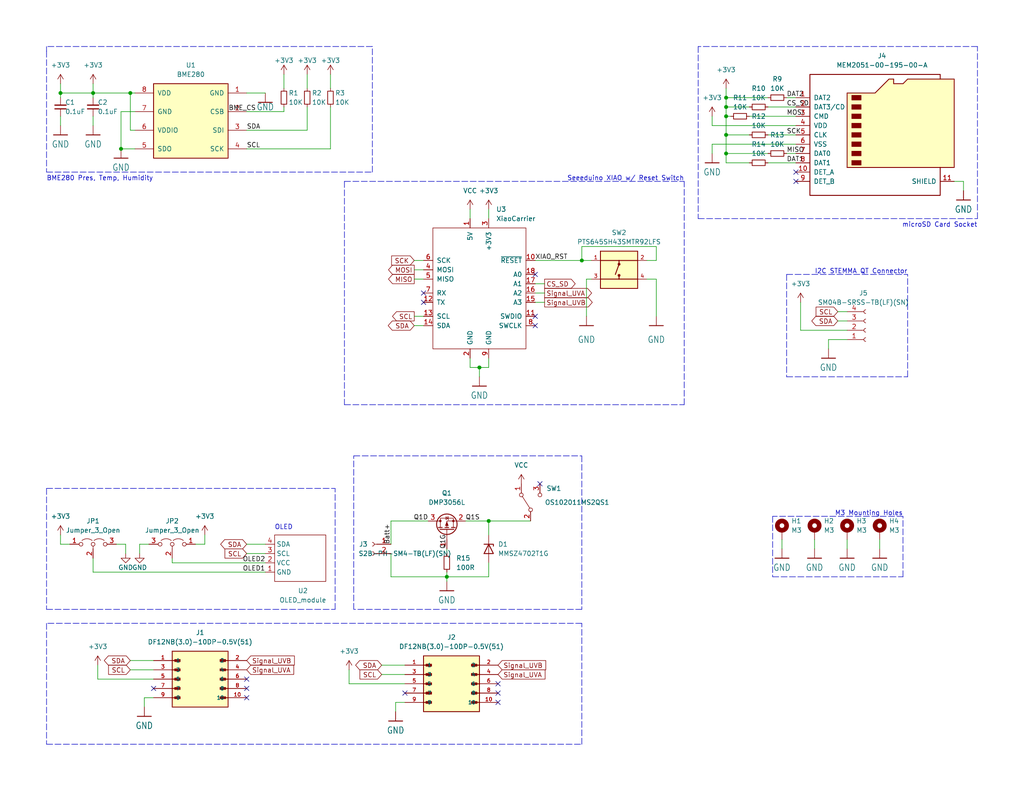
<source format=kicad_sch>
(kicad_sch (version 20211123) (generator eeschema)

  (uuid ee9b83c5-5ca5-4f3a-b6eb-6165828355bc)

  (paper "USLetter")

  (title_block
    (title "Destination Weather Station R4")
    (date "2023-04-02")
    (rev "05")
    (comment 1 "Finn Hartman")
    (comment 2 "PROTOTYPE")
    (comment 3 "2023")
  )

  (lib_symbols
    (symbol "Adafruit ESP32-S3 8MB No PSRAM-eagle-import:GND" (power) (in_bom yes) (on_board yes)
      (property "Reference" "#GND" (id 0) (at 0 0 0)
        (effects (font (size 1.27 1.27)) hide)
      )
      (property "Value" "GND" (id 1) (at -2.54 -2.54 0)
        (effects (font (size 1.778 1.5113)) (justify left bottom))
      )
      (property "Footprint" "Adafruit ESP32-S3 8MB No PSRAM:" (id 2) (at 0 0 0)
        (effects (font (size 1.27 1.27)) hide)
      )
      (property "Datasheet" "" (id 3) (at 0 0 0)
        (effects (font (size 1.27 1.27)) hide)
      )
      (property "ki_locked" "" (id 4) (at 0 0 0)
        (effects (font (size 1.27 1.27)))
      )
      (symbol "GND_1_0"
        (polyline
          (pts
            (xy -1.905 0)
            (xy 1.905 0)
          )
          (stroke (width 0.254) (type default) (color 0 0 0 0))
          (fill (type none))
        )
        (pin power_in line (at 0 2.54 270) (length 2.54)
          (name "GND" (effects (font (size 0 0))))
          (number "1" (effects (font (size 0 0))))
        )
      )
    )
    (symbol "Connector:Conn_01x02_Female" (pin_names (offset 1.016) hide) (in_bom yes) (on_board yes)
      (property "Reference" "J" (id 0) (at 0 2.54 0)
        (effects (font (size 1.27 1.27)))
      )
      (property "Value" "Conn_01x02_Female" (id 1) (at 0 -5.08 0)
        (effects (font (size 1.27 1.27)))
      )
      (property "Footprint" "" (id 2) (at 0 0 0)
        (effects (font (size 1.27 1.27)) hide)
      )
      (property "Datasheet" "~" (id 3) (at 0 0 0)
        (effects (font (size 1.27 1.27)) hide)
      )
      (property "ki_keywords" "connector" (id 4) (at 0 0 0)
        (effects (font (size 1.27 1.27)) hide)
      )
      (property "ki_description" "Generic connector, single row, 01x02, script generated (kicad-library-utils/schlib/autogen/connector/)" (id 5) (at 0 0 0)
        (effects (font (size 1.27 1.27)) hide)
      )
      (property "ki_fp_filters" "Connector*:*_1x??_*" (id 6) (at 0 0 0)
        (effects (font (size 1.27 1.27)) hide)
      )
      (symbol "Conn_01x02_Female_1_1"
        (arc (start 0 -2.032) (mid -0.508 -2.54) (end 0 -3.048)
          (stroke (width 0.1524) (type default) (color 0 0 0 0))
          (fill (type none))
        )
        (polyline
          (pts
            (xy -1.27 -2.54)
            (xy -0.508 -2.54)
          )
          (stroke (width 0.1524) (type default) (color 0 0 0 0))
          (fill (type none))
        )
        (polyline
          (pts
            (xy -1.27 0)
            (xy -0.508 0)
          )
          (stroke (width 0.1524) (type default) (color 0 0 0 0))
          (fill (type none))
        )
        (arc (start 0 0.508) (mid -0.508 0) (end 0 -0.508)
          (stroke (width 0.1524) (type default) (color 0 0 0 0))
          (fill (type none))
        )
        (pin passive line (at -5.08 0 0) (length 3.81)
          (name "Pin_1" (effects (font (size 1.27 1.27))))
          (number "1" (effects (font (size 1.27 1.27))))
        )
        (pin passive line (at -5.08 -2.54 0) (length 3.81)
          (name "Pin_2" (effects (font (size 1.27 1.27))))
          (number "2" (effects (font (size 1.27 1.27))))
        )
      )
    )
    (symbol "Connector:Conn_01x04_Female" (pin_names (offset 1.016) hide) (in_bom yes) (on_board yes)
      (property "Reference" "J" (id 0) (at 0 5.08 0)
        (effects (font (size 1.27 1.27)))
      )
      (property "Value" "Conn_01x04_Female" (id 1) (at 0 -7.62 0)
        (effects (font (size 1.27 1.27)))
      )
      (property "Footprint" "" (id 2) (at 0 0 0)
        (effects (font (size 1.27 1.27)) hide)
      )
      (property "Datasheet" "~" (id 3) (at 0 0 0)
        (effects (font (size 1.27 1.27)) hide)
      )
      (property "ki_keywords" "connector" (id 4) (at 0 0 0)
        (effects (font (size 1.27 1.27)) hide)
      )
      (property "ki_description" "Generic connector, single row, 01x04, script generated (kicad-library-utils/schlib/autogen/connector/)" (id 5) (at 0 0 0)
        (effects (font (size 1.27 1.27)) hide)
      )
      (property "ki_fp_filters" "Connector*:*_1x??_*" (id 6) (at 0 0 0)
        (effects (font (size 1.27 1.27)) hide)
      )
      (symbol "Conn_01x04_Female_1_1"
        (arc (start 0 -4.572) (mid -0.508 -5.08) (end 0 -5.588)
          (stroke (width 0.1524) (type default) (color 0 0 0 0))
          (fill (type none))
        )
        (arc (start 0 -2.032) (mid -0.508 -2.54) (end 0 -3.048)
          (stroke (width 0.1524) (type default) (color 0 0 0 0))
          (fill (type none))
        )
        (polyline
          (pts
            (xy -1.27 -5.08)
            (xy -0.508 -5.08)
          )
          (stroke (width 0.1524) (type default) (color 0 0 0 0))
          (fill (type none))
        )
        (polyline
          (pts
            (xy -1.27 -2.54)
            (xy -0.508 -2.54)
          )
          (stroke (width 0.1524) (type default) (color 0 0 0 0))
          (fill (type none))
        )
        (polyline
          (pts
            (xy -1.27 0)
            (xy -0.508 0)
          )
          (stroke (width 0.1524) (type default) (color 0 0 0 0))
          (fill (type none))
        )
        (polyline
          (pts
            (xy -1.27 2.54)
            (xy -0.508 2.54)
          )
          (stroke (width 0.1524) (type default) (color 0 0 0 0))
          (fill (type none))
        )
        (arc (start 0 0.508) (mid -0.508 0) (end 0 -0.508)
          (stroke (width 0.1524) (type default) (color 0 0 0 0))
          (fill (type none))
        )
        (arc (start 0 3.048) (mid -0.508 2.54) (end 0 2.032)
          (stroke (width 0.1524) (type default) (color 0 0 0 0))
          (fill (type none))
        )
        (pin passive line (at -5.08 2.54 0) (length 3.81)
          (name "Pin_1" (effects (font (size 1.27 1.27))))
          (number "1" (effects (font (size 1.27 1.27))))
        )
        (pin passive line (at -5.08 0 0) (length 3.81)
          (name "Pin_2" (effects (font (size 1.27 1.27))))
          (number "2" (effects (font (size 1.27 1.27))))
        )
        (pin passive line (at -5.08 -2.54 0) (length 3.81)
          (name "Pin_3" (effects (font (size 1.27 1.27))))
          (number "3" (effects (font (size 1.27 1.27))))
        )
        (pin passive line (at -5.08 -5.08 0) (length 3.81)
          (name "Pin_4" (effects (font (size 1.27 1.27))))
          (number "4" (effects (font (size 1.27 1.27))))
        )
      )
    )
    (symbol "Connector:Micro_SD_Card_Det" (pin_names (offset 1.016)) (in_bom yes) (on_board yes)
      (property "Reference" "J" (id 0) (at -16.51 17.78 0)
        (effects (font (size 1.27 1.27)))
      )
      (property "Value" "Micro_SD_Card_Det" (id 1) (at 16.51 17.78 0)
        (effects (font (size 1.27 1.27)) (justify right))
      )
      (property "Footprint" "" (id 2) (at 52.07 17.78 0)
        (effects (font (size 1.27 1.27)) hide)
      )
      (property "Datasheet" "https://www.hirose.com/product/en/download_file/key_name/DM3/category/Catalog/doc_file_id/49662/?file_category_id=4&item_id=195&is_series=1" (id 3) (at 0 2.54 0)
        (effects (font (size 1.27 1.27)) hide)
      )
      (property "ki_keywords" "connector SD microsd" (id 4) (at 0 0 0)
        (effects (font (size 1.27 1.27)) hide)
      )
      (property "ki_description" "Micro SD Card Socket with card detection pins" (id 5) (at 0 0 0)
        (effects (font (size 1.27 1.27)) hide)
      )
      (property "ki_fp_filters" "microSD*" (id 6) (at 0 0 0)
        (effects (font (size 1.27 1.27)) hide)
      )
      (symbol "Micro_SD_Card_Det_0_1"
        (rectangle (start -7.62 -6.985) (end -5.08 -8.255)
          (stroke (width 0) (type default) (color 0 0 0 0))
          (fill (type outline))
        )
        (rectangle (start -7.62 -4.445) (end -5.08 -5.715)
          (stroke (width 0) (type default) (color 0 0 0 0))
          (fill (type outline))
        )
        (rectangle (start -7.62 -1.905) (end -5.08 -3.175)
          (stroke (width 0) (type default) (color 0 0 0 0))
          (fill (type outline))
        )
        (rectangle (start -7.62 0.635) (end -5.08 -0.635)
          (stroke (width 0) (type default) (color 0 0 0 0))
          (fill (type outline))
        )
        (rectangle (start -7.62 3.175) (end -5.08 1.905)
          (stroke (width 0) (type default) (color 0 0 0 0))
          (fill (type outline))
        )
        (rectangle (start -7.62 5.715) (end -5.08 4.445)
          (stroke (width 0) (type default) (color 0 0 0 0))
          (fill (type outline))
        )
        (rectangle (start -7.62 8.255) (end -5.08 6.985)
          (stroke (width 0) (type default) (color 0 0 0 0))
          (fill (type outline))
        )
        (rectangle (start -7.62 10.795) (end -5.08 9.525)
          (stroke (width 0) (type default) (color 0 0 0 0))
          (fill (type outline))
        )
        (polyline
          (pts
            (xy 16.51 15.24)
            (xy 16.51 16.51)
            (xy -19.05 16.51)
            (xy -19.05 -16.51)
            (xy 16.51 -16.51)
            (xy 16.51 -8.89)
          )
          (stroke (width 0.254) (type default) (color 0 0 0 0))
          (fill (type none))
        )
        (polyline
          (pts
            (xy -8.89 -8.89)
            (xy -8.89 11.43)
            (xy -1.27 11.43)
            (xy 2.54 15.24)
            (xy 3.81 15.24)
            (xy 3.81 13.97)
            (xy 6.35 13.97)
            (xy 7.62 15.24)
            (xy 20.32 15.24)
            (xy 20.32 -8.89)
            (xy -8.89 -8.89)
          )
          (stroke (width 0.254) (type default) (color 0 0 0 0))
          (fill (type background))
        )
      )
      (symbol "Micro_SD_Card_Det_1_1"
        (pin bidirectional line (at -22.86 10.16 0) (length 3.81)
          (name "DAT2" (effects (font (size 1.27 1.27))))
          (number "1" (effects (font (size 1.27 1.27))))
        )
        (pin passive line (at -22.86 -10.16 0) (length 3.81)
          (name "DET_A" (effects (font (size 1.27 1.27))))
          (number "10" (effects (font (size 1.27 1.27))))
        )
        (pin passive line (at 20.32 -12.7 180) (length 3.81)
          (name "SHIELD" (effects (font (size 1.27 1.27))))
          (number "11" (effects (font (size 1.27 1.27))))
        )
        (pin bidirectional line (at -22.86 7.62 0) (length 3.81)
          (name "DAT3/CD" (effects (font (size 1.27 1.27))))
          (number "2" (effects (font (size 1.27 1.27))))
        )
        (pin input line (at -22.86 5.08 0) (length 3.81)
          (name "CMD" (effects (font (size 1.27 1.27))))
          (number "3" (effects (font (size 1.27 1.27))))
        )
        (pin power_in line (at -22.86 2.54 0) (length 3.81)
          (name "VDD" (effects (font (size 1.27 1.27))))
          (number "4" (effects (font (size 1.27 1.27))))
        )
        (pin input line (at -22.86 0 0) (length 3.81)
          (name "CLK" (effects (font (size 1.27 1.27))))
          (number "5" (effects (font (size 1.27 1.27))))
        )
        (pin power_in line (at -22.86 -2.54 0) (length 3.81)
          (name "VSS" (effects (font (size 1.27 1.27))))
          (number "6" (effects (font (size 1.27 1.27))))
        )
        (pin bidirectional line (at -22.86 -5.08 0) (length 3.81)
          (name "DAT0" (effects (font (size 1.27 1.27))))
          (number "7" (effects (font (size 1.27 1.27))))
        )
        (pin bidirectional line (at -22.86 -7.62 0) (length 3.81)
          (name "DAT1" (effects (font (size 1.27 1.27))))
          (number "8" (effects (font (size 1.27 1.27))))
        )
        (pin passive line (at -22.86 -12.7 0) (length 3.81)
          (name "DET_B" (effects (font (size 1.27 1.27))))
          (number "9" (effects (font (size 1.27 1.27))))
        )
      )
    )
    (symbol "DS-connectors:DF12NB(3.0)-10DP-0.5V(51)" (pin_names (offset 1.016)) (in_bom yes) (on_board yes)
      (property "Reference" "J" (id 0) (at -7.62 8.382 0)
        (effects (font (size 1.27 1.27)) (justify left bottom))
      )
      (property "Value" "DF12NB(3.0)-10DP-0.5V(51)" (id 1) (at -7.62 -10.16 0)
        (effects (font (size 1.27 1.27)) (justify left bottom))
      )
      (property "Footprint" "HRS_DF12NB(3.0)-10DP-0.5V(51)" (id 2) (at 0 0 0)
        (effects (font (size 1.27 1.27)) (justify bottom) hide)
      )
      (property "Datasheet" "" (id 3) (at 0 0 0)
        (effects (font (size 1.27 1.27)) hide)
      )
      (property "MAXIMUM_PACKAGE_HEIGHT" "2.5 mm" (id 4) (at 0 0 0)
        (effects (font (size 1.27 1.27)) (justify bottom) hide)
      )
      (property "MANUFACTURER" "Hirose" (id 5) (at 0 0 0)
        (effects (font (size 1.27 1.27)) (justify bottom) hide)
      )
      (property "SNAPEDA_PN" "DF12NB(3.0)-10DP-0.5V(51)" (id 6) (at 0 0 0)
        (effects (font (size 1.27 1.27)) (justify bottom) hide)
      )
      (property "PARTREV" "Apr.1.2022" (id 7) (at 0 0 0)
        (effects (font (size 1.27 1.27)) (justify bottom) hide)
      )
      (property "STANDARD" "Manufacturer Recommendations" (id 8) (at 0 0 0)
        (effects (font (size 1.27 1.27)) (justify bottom) hide)
      )
      (symbol "DF12NB(3.0)-10DP-0.5V(51)_0_0"
        (rectangle (start -7.62 -7.62) (end 7.62 7.62)
          (stroke (width 0.254) (type default) (color 0 0 0 0))
          (fill (type background))
        )
        (rectangle (start -6.985 -5.3975) (end -5.3975 -4.7625)
          (stroke (width 0.1) (type default) (color 0 0 0 0))
          (fill (type outline))
        )
        (rectangle (start -6.985 -2.8575) (end -5.3975 -2.2225)
          (stroke (width 0.1) (type default) (color 0 0 0 0))
          (fill (type outline))
        )
        (rectangle (start -6.985 -0.3175) (end -5.3975 0.3175)
          (stroke (width 0.1) (type default) (color 0 0 0 0))
          (fill (type outline))
        )
        (rectangle (start -6.985 2.2225) (end -5.3975 2.8575)
          (stroke (width 0.1) (type default) (color 0 0 0 0))
          (fill (type outline))
        )
        (rectangle (start -6.985 4.7625) (end -5.3975 5.3975)
          (stroke (width 0.1) (type default) (color 0 0 0 0))
          (fill (type outline))
        )
        (polyline
          (pts
            (xy -7.62 -5.08)
            (xy -5.715 -5.08)
          )
          (stroke (width 0.254) (type default) (color 0 0 0 0))
          (fill (type none))
        )
        (polyline
          (pts
            (xy -7.62 -2.54)
            (xy -5.715 -2.54)
          )
          (stroke (width 0.254) (type default) (color 0 0 0 0))
          (fill (type none))
        )
        (polyline
          (pts
            (xy -7.62 0)
            (xy -5.715 0)
          )
          (stroke (width 0.254) (type default) (color 0 0 0 0))
          (fill (type none))
        )
        (polyline
          (pts
            (xy -7.62 2.54)
            (xy -5.715 2.54)
          )
          (stroke (width 0.254) (type default) (color 0 0 0 0))
          (fill (type none))
        )
        (polyline
          (pts
            (xy -7.62 5.08)
            (xy -5.715 5.08)
          )
          (stroke (width 0.254) (type default) (color 0 0 0 0))
          (fill (type none))
        )
        (polyline
          (pts
            (xy 7.62 -5.08)
            (xy 5.715 -5.08)
          )
          (stroke (width 0.254) (type default) (color 0 0 0 0))
          (fill (type none))
        )
        (polyline
          (pts
            (xy 7.62 -2.54)
            (xy 5.715 -2.54)
          )
          (stroke (width 0.254) (type default) (color 0 0 0 0))
          (fill (type none))
        )
        (polyline
          (pts
            (xy 7.62 0)
            (xy 5.715 0)
          )
          (stroke (width 0.254) (type default) (color 0 0 0 0))
          (fill (type none))
        )
        (polyline
          (pts
            (xy 7.62 2.54)
            (xy 5.715 2.54)
          )
          (stroke (width 0.254) (type default) (color 0 0 0 0))
          (fill (type none))
        )
        (polyline
          (pts
            (xy 7.62 5.08)
            (xy 5.715 5.08)
          )
          (stroke (width 0.254) (type default) (color 0 0 0 0))
          (fill (type none))
        )
        (rectangle (start 5.3975 -5.3975) (end 6.985 -4.7625)
          (stroke (width 0.1) (type default) (color 0 0 0 0))
          (fill (type outline))
        )
        (rectangle (start 5.3975 -2.8575) (end 6.985 -2.2225)
          (stroke (width 0.1) (type default) (color 0 0 0 0))
          (fill (type outline))
        )
        (rectangle (start 5.3975 -0.3175) (end 6.985 0.3175)
          (stroke (width 0.1) (type default) (color 0 0 0 0))
          (fill (type outline))
        )
        (rectangle (start 5.3975 2.2225) (end 6.985 2.8575)
          (stroke (width 0.1) (type default) (color 0 0 0 0))
          (fill (type outline))
        )
        (rectangle (start 5.3975 4.7625) (end 6.985 5.3975)
          (stroke (width 0.1) (type default) (color 0 0 0 0))
          (fill (type outline))
        )
        (pin passive line (at -12.7 5.08 0) (length 5.08)
          (name "1" (effects (font (size 1.016 1.016))))
          (number "1" (effects (font (size 1.016 1.016))))
        )
        (pin passive line (at 12.7 -5.08 180) (length 5.08)
          (name "10" (effects (font (size 1.016 1.016))))
          (number "10" (effects (font (size 1.016 1.016))))
        )
        (pin passive line (at 12.7 5.08 180) (length 5.08)
          (name "2" (effects (font (size 1.016 1.016))))
          (number "2" (effects (font (size 1.016 1.016))))
        )
        (pin passive line (at -12.7 2.54 0) (length 5.08)
          (name "3" (effects (font (size 1.016 1.016))))
          (number "3" (effects (font (size 1.016 1.016))))
        )
        (pin passive line (at 12.7 2.54 180) (length 5.08)
          (name "4" (effects (font (size 1.016 1.016))))
          (number "4" (effects (font (size 1.016 1.016))))
        )
        (pin passive line (at -12.7 0 0) (length 5.08)
          (name "5" (effects (font (size 1.016 1.016))))
          (number "5" (effects (font (size 1.016 1.016))))
        )
        (pin passive line (at 12.7 0 180) (length 5.08)
          (name "6" (effects (font (size 1.016 1.016))))
          (number "6" (effects (font (size 1.016 1.016))))
        )
        (pin passive line (at -12.7 -2.54 0) (length 5.08)
          (name "7" (effects (font (size 1.016 1.016))))
          (number "7" (effects (font (size 1.016 1.016))))
        )
        (pin passive line (at 12.7 -2.54 180) (length 5.08)
          (name "8" (effects (font (size 1.016 1.016))))
          (number "8" (effects (font (size 1.016 1.016))))
        )
        (pin passive line (at -12.7 -5.08 0) (length 5.08)
          (name "9" (effects (font (size 1.016 1.016))))
          (number "9" (effects (font (size 1.016 1.016))))
        )
      )
    )
    (symbol "DS-connectors:OLED_module" (in_bom yes) (on_board yes)
      (property "Reference" "U2" (id 0) (at -0.635 21.59 0)
        (effects (font (size 1.27 1.27)))
      )
      (property "Value" "OLED_module" (id 1) (at -0.635 19.05 0)
        (effects (font (size 1.27 1.27)))
      )
      (property "Footprint" "DS-connectors:OLED_module" (id 2) (at 0 0 0)
        (effects (font (size 1.27 1.27)) hide)
      )
      (property "Datasheet" "" (id 3) (at 0 0 0)
        (effects (font (size 1.27 1.27)) hide)
      )
      (symbol "OLED_module_0_1"
        (rectangle (start -6.35 -3.81) (end 7.62 -16.51)
          (stroke (width 0) (type default) (color 0 0 0 0))
          (fill (type none))
        )
      )
      (symbol "OLED_module_1_1"
        (pin passive line (at -8.89 -13.97 0) (length 2.54)
          (name "GND" (effects (font (size 1.27 1.27))))
          (number "1" (effects (font (size 1.27 1.27))))
        )
        (pin power_in line (at -8.89 -11.43 0) (length 2.54)
          (name "VCC" (effects (font (size 1.27 1.27))))
          (number "2" (effects (font (size 1.27 1.27))))
        )
        (pin input line (at -8.89 -8.89 0) (length 2.54)
          (name "SCL" (effects (font (size 1.27 1.27))))
          (number "3" (effects (font (size 1.27 1.27))))
        )
        (pin bidirectional line (at -8.89 -6.35 0) (length 2.54)
          (name "SDA" (effects (font (size 1.27 1.27))))
          (number "4" (effects (font (size 1.27 1.27))))
        )
      )
    )
    (symbol "DS-connectors:XiaoCarrier" (pin_names (offset 1.016)) (in_bom yes) (on_board yes)
      (property "Reference" "U" (id 0) (at 0 0 0)
        (effects (font (size 1.27 1.27)))
      )
      (property "Value" "XiaoCarrier" (id 1) (at 0 2.54 0)
        (effects (font (size 1.27 1.27)))
      )
      (property "Footprint" "" (id 2) (at 0 0 0)
        (effects (font (size 1.27 1.27)) hide)
      )
      (property "Datasheet" "" (id 3) (at 0 0 0)
        (effects (font (size 1.27 1.27)) hide)
      )
      (symbol "XiaoCarrier_0_1"
        (rectangle (start -12.7 -11.43) (end 12.7 -44.45)
          (stroke (width 0) (type default) (color 0 0 0 0))
          (fill (type none))
        )
      )
      (symbol "XiaoCarrier_1_1"
        (pin power_in line (at -2.54 -8.89 270) (length 2.54)
          (name "5V" (effects (font (size 1.27 1.27))))
          (number "1" (effects (font (size 1.27 1.27))))
        )
        (pin input line (at 15.24 -20.32 180) (length 2.54)
          (name "~{RESET}" (effects (font (size 1.27 1.27))))
          (number "10" (effects (font (size 1.27 1.27))))
        )
        (pin bidirectional line (at 15.24 -35.56 180) (length 2.54)
          (name "SWDIO" (effects (font (size 1.27 1.27))))
          (number "11" (effects (font (size 1.27 1.27))))
        )
        (pin bidirectional line (at -15.24 -31.75 0) (length 2.54)
          (name "TX" (effects (font (size 1.27 1.27))))
          (number "12" (effects (font (size 1.27 1.27))))
        )
        (pin bidirectional line (at -15.24 -35.56 0) (length 2.54)
          (name "SCL" (effects (font (size 1.27 1.27))))
          (number "13" (effects (font (size 1.27 1.27))))
        )
        (pin bidirectional line (at -15.24 -38.1 0) (length 2.54)
          (name "SDA" (effects (font (size 1.27 1.27))))
          (number "14" (effects (font (size 1.27 1.27))))
        )
        (pin bidirectional line (at 15.24 -31.75 180) (length 2.54)
          (name "A3" (effects (font (size 1.27 1.27))))
          (number "15" (effects (font (size 1.27 1.27))))
        )
        (pin bidirectional line (at 15.24 -29.21 180) (length 2.54)
          (name "A2" (effects (font (size 1.27 1.27))))
          (number "16" (effects (font (size 1.27 1.27))))
        )
        (pin bidirectional line (at 15.24 -26.67 180) (length 2.54)
          (name "A1" (effects (font (size 1.27 1.27))))
          (number "17" (effects (font (size 1.27 1.27))))
        )
        (pin bidirectional line (at 15.24 -24.13 180) (length 2.54)
          (name "A0" (effects (font (size 1.27 1.27))))
          (number "18" (effects (font (size 1.27 1.27))))
        )
        (pin power_in line (at -2.54 -46.99 90) (length 2.54)
          (name "GND" (effects (font (size 1.27 1.27))))
          (number "2" (effects (font (size 1.27 1.27))))
        )
        (pin power_in line (at 2.54 -8.89 270) (length 2.54)
          (name "+3V3" (effects (font (size 1.27 1.27))))
          (number "3" (effects (font (size 1.27 1.27))))
        )
        (pin bidirectional line (at -15.24 -22.86 0) (length 2.54)
          (name "MOSI" (effects (font (size 1.27 1.27))))
          (number "4" (effects (font (size 1.27 1.27))))
        )
        (pin bidirectional line (at -15.24 -25.4 0) (length 2.54)
          (name "MISO" (effects (font (size 1.27 1.27))))
          (number "5" (effects (font (size 1.27 1.27))))
        )
        (pin bidirectional line (at -15.24 -20.32 0) (length 2.54)
          (name "SCK" (effects (font (size 1.27 1.27))))
          (number "6" (effects (font (size 1.27 1.27))))
        )
        (pin bidirectional line (at -15.24 -29.21 0) (length 2.54)
          (name "RX" (effects (font (size 1.27 1.27))))
          (number "7" (effects (font (size 1.27 1.27))))
        )
        (pin bidirectional line (at 15.24 -38.1 180) (length 2.54)
          (name "SWCLK" (effects (font (size 1.27 1.27))))
          (number "8" (effects (font (size 1.27 1.27))))
        )
        (pin power_in line (at 2.54 -46.99 90) (length 2.54)
          (name "GND" (effects (font (size 1.27 1.27))))
          (number "9" (effects (font (size 1.27 1.27))))
        )
      )
    )
    (symbol "DS-power:PTS645SK50SMTR92LFS" (pin_names (offset 1.016)) (in_bom yes) (on_board yes)
      (property "Reference" "S" (id 0) (at -4.5772 5.5944 0)
        (effects (font (size 1.27 1.27)) (justify left bottom))
      )
      (property "Value" "PTS645SK50SMTR92LFS" (id 1) (at -5.0879 -7.3774 0)
        (effects (font (size 1.27 1.27)) (justify left bottom))
      )
      (property "Footprint" "SW_PTS645SK50SMTR92LFS" (id 2) (at 0 0 0)
        (effects (font (size 1.27 1.27)) (justify bottom) hide)
      )
      (property "Datasheet" "" (id 3) (at 0 0 0)
        (effects (font (size 1.27 1.27)) hide)
      )
      (property "MANUFACTURER" "CnK" (id 4) (at 0 0 0)
        (effects (font (size 1.27 1.27)) (justify bottom) hide)
      )
      (property "STANDARD" "Manufacturer Recommendations" (id 5) (at 0 0 0)
        (effects (font (size 1.27 1.27)) (justify bottom) hide)
      )
      (symbol "PTS645SK50SMTR92LFS_0_0"
        (rectangle (start -5.08 -5.08) (end 5.08 5.08)
          (stroke (width 0.254) (type default) (color 0 0 0 0))
          (fill (type background))
        )
        (circle (center 0 -1.524) (radius 0.254)
          (stroke (width 0.254) (type default) (color 0 0 0 0))
          (fill (type none))
        )
        (polyline
          (pts
            (xy -5.08 2.54)
            (xy 0 2.54)
          )
          (stroke (width 0.254) (type default) (color 0 0 0 0))
          (fill (type none))
        )
        (polyline
          (pts
            (xy 0 -2.54)
            (xy -5.08 -2.54)
          )
          (stroke (width 0.254) (type default) (color 0 0 0 0))
          (fill (type none))
        )
        (polyline
          (pts
            (xy 0 -2.54)
            (xy 0 -1.524)
          )
          (stroke (width 0.254) (type default) (color 0 0 0 0))
          (fill (type none))
        )
        (polyline
          (pts
            (xy 0 1.524)
            (xy -1.016 -1.27)
          )
          (stroke (width 0.254) (type default) (color 0 0 0 0))
          (fill (type none))
        )
        (polyline
          (pts
            (xy 0 1.524)
            (xy 0 2.54)
          )
          (stroke (width 0.254) (type default) (color 0 0 0 0))
          (fill (type none))
        )
        (polyline
          (pts
            (xy 0 2.54)
            (xy 5.08 2.54)
          )
          (stroke (width 0.254) (type default) (color 0 0 0 0))
          (fill (type none))
        )
        (polyline
          (pts
            (xy 5.08 -2.54)
            (xy 0 -2.54)
          )
          (stroke (width 0.254) (type default) (color 0 0 0 0))
          (fill (type none))
        )
        (circle (center 0 1.524) (radius 0.254)
          (stroke (width 0.254) (type default) (color 0 0 0 0))
          (fill (type none))
        )
        (pin passive line (at -7.62 2.54 0) (length 2.54)
          (name "~" (effects (font (size 1.016 1.016))))
          (number "1" (effects (font (size 1.016 1.016))))
        )
        (pin passive line (at 7.62 2.54 180) (length 2.54)
          (name "~" (effects (font (size 1.016 1.016))))
          (number "2" (effects (font (size 1.016 1.016))))
        )
        (pin passive line (at -7.62 -2.54 0) (length 2.54)
          (name "~" (effects (font (size 1.016 1.016))))
          (number "3" (effects (font (size 1.016 1.016))))
        )
        (pin passive line (at 7.62 -2.54 180) (length 2.54)
          (name "~" (effects (font (size 1.016 1.016))))
          (number "4" (effects (font (size 1.016 1.016))))
        )
      )
    )
    (symbol "DS-sensors:BME280" (pin_names (offset 1.016)) (in_bom yes) (on_board yes)
      (property "Reference" "U" (id 0) (at 0 -22.86 0)
        (effects (font (size 1.27 1.27)))
      )
      (property "Value" "BME280" (id 1) (at 0 0 0)
        (effects (font (size 1.27 1.27)))
      )
      (property "Footprint" "" (id 2) (at 0 -22.86 0)
        (effects (font (size 1.27 1.27)) hide)
      )
      (property "Datasheet" "" (id 3) (at 0 -22.86 0)
        (effects (font (size 1.27 1.27)) hide)
      )
      (symbol "BME280_1_1"
        (rectangle (start -10.16 -1.27) (end 10.16 -21.59)
          (stroke (width 0.254) (type default) (color 0 0 0 0))
          (fill (type background))
        )
        (pin power_in line (at 15.24 -3.81 180) (length 5.08)
          (name "GND" (effects (font (size 1.27 1.27))))
          (number "1" (effects (font (size 1.27 1.27))))
        )
        (pin input line (at 15.24 -8.89 180) (length 5.08)
          (name "CSB" (effects (font (size 1.27 1.27))))
          (number "2" (effects (font (size 1.27 1.27))))
        )
        (pin bidirectional line (at 15.24 -13.97 180) (length 5.08)
          (name "SDI" (effects (font (size 1.27 1.27))))
          (number "3" (effects (font (size 1.27 1.27))))
        )
        (pin input line (at 15.24 -19.05 180) (length 5.08)
          (name "SCK" (effects (font (size 1.27 1.27))))
          (number "4" (effects (font (size 1.27 1.27))))
        )
        (pin bidirectional line (at -15.24 -19.05 0) (length 5.08)
          (name "SDO" (effects (font (size 1.27 1.27))))
          (number "5" (effects (font (size 1.27 1.27))))
        )
        (pin power_in line (at -15.24 -13.97 0) (length 5.08)
          (name "VDDIO" (effects (font (size 1.27 1.27))))
          (number "6" (effects (font (size 1.27 1.27))))
        )
        (pin power_in line (at -15.24 -8.89 0) (length 5.08)
          (name "GND" (effects (font (size 1.27 1.27))))
          (number "7" (effects (font (size 1.27 1.27))))
        )
        (pin power_in line (at -15.24 -3.81 0) (length 5.08)
          (name "VDD" (effects (font (size 1.27 1.27))))
          (number "8" (effects (font (size 1.27 1.27))))
        )
      )
    )
    (symbol "Device:C_Small" (pin_numbers hide) (pin_names (offset 0.254) hide) (in_bom yes) (on_board yes)
      (property "Reference" "C" (id 0) (at 0.254 1.778 0)
        (effects (font (size 1.27 1.27)) (justify left))
      )
      (property "Value" "C_Small" (id 1) (at 0.254 -2.032 0)
        (effects (font (size 1.27 1.27)) (justify left))
      )
      (property "Footprint" "" (id 2) (at 0 0 0)
        (effects (font (size 1.27 1.27)) hide)
      )
      (property "Datasheet" "~" (id 3) (at 0 0 0)
        (effects (font (size 1.27 1.27)) hide)
      )
      (property "ki_keywords" "capacitor cap" (id 4) (at 0 0 0)
        (effects (font (size 1.27 1.27)) hide)
      )
      (property "ki_description" "Unpolarized capacitor, small symbol" (id 5) (at 0 0 0)
        (effects (font (size 1.27 1.27)) hide)
      )
      (property "ki_fp_filters" "C_*" (id 6) (at 0 0 0)
        (effects (font (size 1.27 1.27)) hide)
      )
      (symbol "C_Small_0_1"
        (polyline
          (pts
            (xy -1.524 -0.508)
            (xy 1.524 -0.508)
          )
          (stroke (width 0.3302) (type default) (color 0 0 0 0))
          (fill (type none))
        )
        (polyline
          (pts
            (xy -1.524 0.508)
            (xy 1.524 0.508)
          )
          (stroke (width 0.3048) (type default) (color 0 0 0 0))
          (fill (type none))
        )
      )
      (symbol "C_Small_1_1"
        (pin passive line (at 0 2.54 270) (length 2.032)
          (name "~" (effects (font (size 1.27 1.27))))
          (number "1" (effects (font (size 1.27 1.27))))
        )
        (pin passive line (at 0 -2.54 90) (length 2.032)
          (name "~" (effects (font (size 1.27 1.27))))
          (number "2" (effects (font (size 1.27 1.27))))
        )
      )
    )
    (symbol "Device:D_Zener" (pin_numbers hide) (pin_names (offset 1.016) hide) (in_bom yes) (on_board yes)
      (property "Reference" "D" (id 0) (at 0 2.54 0)
        (effects (font (size 1.27 1.27)))
      )
      (property "Value" "D_Zener" (id 1) (at 0 -2.54 0)
        (effects (font (size 1.27 1.27)))
      )
      (property "Footprint" "" (id 2) (at 0 0 0)
        (effects (font (size 1.27 1.27)) hide)
      )
      (property "Datasheet" "~" (id 3) (at 0 0 0)
        (effects (font (size 1.27 1.27)) hide)
      )
      (property "ki_keywords" "diode" (id 4) (at 0 0 0)
        (effects (font (size 1.27 1.27)) hide)
      )
      (property "ki_description" "Zener diode" (id 5) (at 0 0 0)
        (effects (font (size 1.27 1.27)) hide)
      )
      (property "ki_fp_filters" "TO-???* *_Diode_* *SingleDiode* D_*" (id 6) (at 0 0 0)
        (effects (font (size 1.27 1.27)) hide)
      )
      (symbol "D_Zener_0_1"
        (polyline
          (pts
            (xy 1.27 0)
            (xy -1.27 0)
          )
          (stroke (width 0) (type default) (color 0 0 0 0))
          (fill (type none))
        )
        (polyline
          (pts
            (xy -1.27 -1.27)
            (xy -1.27 1.27)
            (xy -0.762 1.27)
          )
          (stroke (width 0.254) (type default) (color 0 0 0 0))
          (fill (type none))
        )
        (polyline
          (pts
            (xy 1.27 -1.27)
            (xy 1.27 1.27)
            (xy -1.27 0)
            (xy 1.27 -1.27)
          )
          (stroke (width 0.254) (type default) (color 0 0 0 0))
          (fill (type none))
        )
      )
      (symbol "D_Zener_1_1"
        (pin passive line (at -3.81 0 0) (length 2.54)
          (name "K" (effects (font (size 1.27 1.27))))
          (number "1" (effects (font (size 1.27 1.27))))
        )
        (pin passive line (at 3.81 0 180) (length 2.54)
          (name "A" (effects (font (size 1.27 1.27))))
          (number "2" (effects (font (size 1.27 1.27))))
        )
      )
    )
    (symbol "Device:Q_PMOS_GSD" (pin_names (offset 0) hide) (in_bom yes) (on_board yes)
      (property "Reference" "Q" (id 0) (at 5.08 1.27 0)
        (effects (font (size 1.27 1.27)) (justify left))
      )
      (property "Value" "Q_PMOS_GSD" (id 1) (at 5.08 -1.27 0)
        (effects (font (size 1.27 1.27)) (justify left))
      )
      (property "Footprint" "" (id 2) (at 5.08 2.54 0)
        (effects (font (size 1.27 1.27)) hide)
      )
      (property "Datasheet" "~" (id 3) (at 0 0 0)
        (effects (font (size 1.27 1.27)) hide)
      )
      (property "ki_keywords" "transistor PMOS P-MOS P-MOSFET" (id 4) (at 0 0 0)
        (effects (font (size 1.27 1.27)) hide)
      )
      (property "ki_description" "P-MOSFET transistor, gate/source/drain" (id 5) (at 0 0 0)
        (effects (font (size 1.27 1.27)) hide)
      )
      (symbol "Q_PMOS_GSD_0_1"
        (polyline
          (pts
            (xy 0.254 0)
            (xy -2.54 0)
          )
          (stroke (width 0) (type default) (color 0 0 0 0))
          (fill (type none))
        )
        (polyline
          (pts
            (xy 0.254 1.905)
            (xy 0.254 -1.905)
          )
          (stroke (width 0.254) (type default) (color 0 0 0 0))
          (fill (type none))
        )
        (polyline
          (pts
            (xy 0.762 -1.27)
            (xy 0.762 -2.286)
          )
          (stroke (width 0.254) (type default) (color 0 0 0 0))
          (fill (type none))
        )
        (polyline
          (pts
            (xy 0.762 0.508)
            (xy 0.762 -0.508)
          )
          (stroke (width 0.254) (type default) (color 0 0 0 0))
          (fill (type none))
        )
        (polyline
          (pts
            (xy 0.762 2.286)
            (xy 0.762 1.27)
          )
          (stroke (width 0.254) (type default) (color 0 0 0 0))
          (fill (type none))
        )
        (polyline
          (pts
            (xy 2.54 2.54)
            (xy 2.54 1.778)
          )
          (stroke (width 0) (type default) (color 0 0 0 0))
          (fill (type none))
        )
        (polyline
          (pts
            (xy 2.54 -2.54)
            (xy 2.54 0)
            (xy 0.762 0)
          )
          (stroke (width 0) (type default) (color 0 0 0 0))
          (fill (type none))
        )
        (polyline
          (pts
            (xy 0.762 1.778)
            (xy 3.302 1.778)
            (xy 3.302 -1.778)
            (xy 0.762 -1.778)
          )
          (stroke (width 0) (type default) (color 0 0 0 0))
          (fill (type none))
        )
        (polyline
          (pts
            (xy 2.286 0)
            (xy 1.27 0.381)
            (xy 1.27 -0.381)
            (xy 2.286 0)
          )
          (stroke (width 0) (type default) (color 0 0 0 0))
          (fill (type outline))
        )
        (polyline
          (pts
            (xy 2.794 -0.508)
            (xy 2.921 -0.381)
            (xy 3.683 -0.381)
            (xy 3.81 -0.254)
          )
          (stroke (width 0) (type default) (color 0 0 0 0))
          (fill (type none))
        )
        (polyline
          (pts
            (xy 3.302 -0.381)
            (xy 2.921 0.254)
            (xy 3.683 0.254)
            (xy 3.302 -0.381)
          )
          (stroke (width 0) (type default) (color 0 0 0 0))
          (fill (type none))
        )
        (circle (center 1.651 0) (radius 2.794)
          (stroke (width 0.254) (type default) (color 0 0 0 0))
          (fill (type none))
        )
        (circle (center 2.54 -1.778) (radius 0.254)
          (stroke (width 0) (type default) (color 0 0 0 0))
          (fill (type outline))
        )
        (circle (center 2.54 1.778) (radius 0.254)
          (stroke (width 0) (type default) (color 0 0 0 0))
          (fill (type outline))
        )
      )
      (symbol "Q_PMOS_GSD_1_1"
        (pin input line (at -5.08 0 0) (length 2.54)
          (name "G" (effects (font (size 1.27 1.27))))
          (number "1" (effects (font (size 1.27 1.27))))
        )
        (pin passive line (at 2.54 -5.08 90) (length 2.54)
          (name "S" (effects (font (size 1.27 1.27))))
          (number "2" (effects (font (size 1.27 1.27))))
        )
        (pin passive line (at 2.54 5.08 270) (length 2.54)
          (name "D" (effects (font (size 1.27 1.27))))
          (number "3" (effects (font (size 1.27 1.27))))
        )
      )
    )
    (symbol "Device:R_Small" (pin_numbers hide) (pin_names (offset 0.254) hide) (in_bom yes) (on_board yes)
      (property "Reference" "R" (id 0) (at 0.762 0.508 0)
        (effects (font (size 1.27 1.27)) (justify left))
      )
      (property "Value" "R_Small" (id 1) (at 0.762 -1.016 0)
        (effects (font (size 1.27 1.27)) (justify left))
      )
      (property "Footprint" "" (id 2) (at 0 0 0)
        (effects (font (size 1.27 1.27)) hide)
      )
      (property "Datasheet" "~" (id 3) (at 0 0 0)
        (effects (font (size 1.27 1.27)) hide)
      )
      (property "ki_keywords" "R resistor" (id 4) (at 0 0 0)
        (effects (font (size 1.27 1.27)) hide)
      )
      (property "ki_description" "Resistor, small symbol" (id 5) (at 0 0 0)
        (effects (font (size 1.27 1.27)) hide)
      )
      (property "ki_fp_filters" "R_*" (id 6) (at 0 0 0)
        (effects (font (size 1.27 1.27)) hide)
      )
      (symbol "R_Small_0_1"
        (rectangle (start -0.762 1.778) (end 0.762 -1.778)
          (stroke (width 0.2032) (type default) (color 0 0 0 0))
          (fill (type none))
        )
      )
      (symbol "R_Small_1_1"
        (pin passive line (at 0 2.54 270) (length 0.762)
          (name "~" (effects (font (size 1.27 1.27))))
          (number "1" (effects (font (size 1.27 1.27))))
        )
        (pin passive line (at 0 -2.54 90) (length 0.762)
          (name "~" (effects (font (size 1.27 1.27))))
          (number "2" (effects (font (size 1.27 1.27))))
        )
      )
    )
    (symbol "Jumper:Jumper_3_Open" (pin_names (offset 0) hide) (in_bom yes) (on_board yes)
      (property "Reference" "JP" (id 0) (at -2.54 -2.54 0)
        (effects (font (size 1.27 1.27)))
      )
      (property "Value" "Jumper_3_Open" (id 1) (at 0 2.794 0)
        (effects (font (size 1.27 1.27)))
      )
      (property "Footprint" "" (id 2) (at 0 0 0)
        (effects (font (size 1.27 1.27)) hide)
      )
      (property "Datasheet" "~" (id 3) (at 0 0 0)
        (effects (font (size 1.27 1.27)) hide)
      )
      (property "ki_keywords" "Jumper SPDT" (id 4) (at 0 0 0)
        (effects (font (size 1.27 1.27)) hide)
      )
      (property "ki_description" "Jumper, 3-pole, both open" (id 5) (at 0 0 0)
        (effects (font (size 1.27 1.27)) hide)
      )
      (property "ki_fp_filters" "Jumper* TestPoint*3Pads* TestPoint*Bridge*" (id 6) (at 0 0 0)
        (effects (font (size 1.27 1.27)) hide)
      )
      (symbol "Jumper_3_Open_0_0"
        (circle (center -3.302 0) (radius 0.508)
          (stroke (width 0) (type default) (color 0 0 0 0))
          (fill (type none))
        )
        (circle (center 0 0) (radius 0.508)
          (stroke (width 0) (type default) (color 0 0 0 0))
          (fill (type none))
        )
        (circle (center 3.302 0) (radius 0.508)
          (stroke (width 0) (type default) (color 0 0 0 0))
          (fill (type none))
        )
      )
      (symbol "Jumper_3_Open_0_1"
        (arc (start -0.254 1.016) (mid -1.651 1.4992) (end -3.048 1.016)
          (stroke (width 0) (type default) (color 0 0 0 0))
          (fill (type none))
        )
        (polyline
          (pts
            (xy 0 -0.508)
            (xy 0 -1.27)
          )
          (stroke (width 0) (type default) (color 0 0 0 0))
          (fill (type none))
        )
        (arc (start 3.048 1.016) (mid 1.651 1.4992) (end 0.254 1.016)
          (stroke (width 0) (type default) (color 0 0 0 0))
          (fill (type none))
        )
      )
      (symbol "Jumper_3_Open_1_1"
        (pin passive line (at -6.35 0 0) (length 2.54)
          (name "A" (effects (font (size 1.27 1.27))))
          (number "1" (effects (font (size 1.27 1.27))))
        )
        (pin input line (at 0 -3.81 90) (length 2.54)
          (name "C" (effects (font (size 1.27 1.27))))
          (number "2" (effects (font (size 1.27 1.27))))
        )
        (pin passive line (at 6.35 0 180) (length 2.54)
          (name "B" (effects (font (size 1.27 1.27))))
          (number "3" (effects (font (size 1.27 1.27))))
        )
      )
    )
    (symbol "Mechanical:MountingHole_Pad" (pin_numbers hide) (pin_names (offset 1.016) hide) (in_bom yes) (on_board yes)
      (property "Reference" "H" (id 0) (at 0 6.35 0)
        (effects (font (size 1.27 1.27)))
      )
      (property "Value" "MountingHole_Pad" (id 1) (at 0 4.445 0)
        (effects (font (size 1.27 1.27)))
      )
      (property "Footprint" "" (id 2) (at 0 0 0)
        (effects (font (size 1.27 1.27)) hide)
      )
      (property "Datasheet" "~" (id 3) (at 0 0 0)
        (effects (font (size 1.27 1.27)) hide)
      )
      (property "ki_keywords" "mounting hole" (id 4) (at 0 0 0)
        (effects (font (size 1.27 1.27)) hide)
      )
      (property "ki_description" "Mounting Hole with connection" (id 5) (at 0 0 0)
        (effects (font (size 1.27 1.27)) hide)
      )
      (property "ki_fp_filters" "MountingHole*Pad*" (id 6) (at 0 0 0)
        (effects (font (size 1.27 1.27)) hide)
      )
      (symbol "MountingHole_Pad_0_1"
        (circle (center 0 1.27) (radius 1.27)
          (stroke (width 1.27) (type default) (color 0 0 0 0))
          (fill (type none))
        )
      )
      (symbol "MountingHole_Pad_1_1"
        (pin input line (at 0 -2.54 90) (length 2.54)
          (name "1" (effects (font (size 1.27 1.27))))
          (number "1" (effects (font (size 1.27 1.27))))
        )
      )
    )
    (symbol "Switch:SW_SPDT" (pin_names (offset 0) hide) (in_bom yes) (on_board yes)
      (property "Reference" "SW" (id 0) (at 0 4.318 0)
        (effects (font (size 1.27 1.27)))
      )
      (property "Value" "SW_SPDT" (id 1) (at 0 -5.08 0)
        (effects (font (size 1.27 1.27)))
      )
      (property "Footprint" "" (id 2) (at 0 0 0)
        (effects (font (size 1.27 1.27)) hide)
      )
      (property "Datasheet" "~" (id 3) (at 0 0 0)
        (effects (font (size 1.27 1.27)) hide)
      )
      (property "ki_keywords" "switch single-pole double-throw spdt ON-ON" (id 4) (at 0 0 0)
        (effects (font (size 1.27 1.27)) hide)
      )
      (property "ki_description" "Switch, single pole double throw" (id 5) (at 0 0 0)
        (effects (font (size 1.27 1.27)) hide)
      )
      (symbol "SW_SPDT_0_0"
        (circle (center -2.032 0) (radius 0.508)
          (stroke (width 0) (type default) (color 0 0 0 0))
          (fill (type none))
        )
        (circle (center 2.032 -2.54) (radius 0.508)
          (stroke (width 0) (type default) (color 0 0 0 0))
          (fill (type none))
        )
      )
      (symbol "SW_SPDT_0_1"
        (polyline
          (pts
            (xy -1.524 0.254)
            (xy 1.651 2.286)
          )
          (stroke (width 0) (type default) (color 0 0 0 0))
          (fill (type none))
        )
        (circle (center 2.032 2.54) (radius 0.508)
          (stroke (width 0) (type default) (color 0 0 0 0))
          (fill (type none))
        )
      )
      (symbol "SW_SPDT_1_1"
        (pin passive line (at 5.08 2.54 180) (length 2.54)
          (name "A" (effects (font (size 1.27 1.27))))
          (number "1" (effects (font (size 1.27 1.27))))
        )
        (pin passive line (at -5.08 0 0) (length 2.54)
          (name "B" (effects (font (size 1.27 1.27))))
          (number "2" (effects (font (size 1.27 1.27))))
        )
        (pin passive line (at 5.08 -2.54 180) (length 2.54)
          (name "C" (effects (font (size 1.27 1.27))))
          (number "3" (effects (font (size 1.27 1.27))))
        )
      )
    )
    (symbol "power:+3V3" (power) (pin_names (offset 0)) (in_bom yes) (on_board yes)
      (property "Reference" "#PWR" (id 0) (at 0 -3.81 0)
        (effects (font (size 1.27 1.27)) hide)
      )
      (property "Value" "+3V3" (id 1) (at 0 3.556 0)
        (effects (font (size 1.27 1.27)))
      )
      (property "Footprint" "" (id 2) (at 0 0 0)
        (effects (font (size 1.27 1.27)) hide)
      )
      (property "Datasheet" "" (id 3) (at 0 0 0)
        (effects (font (size 1.27 1.27)) hide)
      )
      (property "ki_keywords" "power-flag" (id 4) (at 0 0 0)
        (effects (font (size 1.27 1.27)) hide)
      )
      (property "ki_description" "Power symbol creates a global label with name \"+3V3\"" (id 5) (at 0 0 0)
        (effects (font (size 1.27 1.27)) hide)
      )
      (symbol "+3V3_0_1"
        (polyline
          (pts
            (xy -0.762 1.27)
            (xy 0 2.54)
          )
          (stroke (width 0) (type default) (color 0 0 0 0))
          (fill (type none))
        )
        (polyline
          (pts
            (xy 0 0)
            (xy 0 2.54)
          )
          (stroke (width 0) (type default) (color 0 0 0 0))
          (fill (type none))
        )
        (polyline
          (pts
            (xy 0 2.54)
            (xy 0.762 1.27)
          )
          (stroke (width 0) (type default) (color 0 0 0 0))
          (fill (type none))
        )
      )
      (symbol "+3V3_1_1"
        (pin power_in line (at 0 0 90) (length 0) hide
          (name "+3V3" (effects (font (size 1.27 1.27))))
          (number "1" (effects (font (size 1.27 1.27))))
        )
      )
    )
    (symbol "power:GND" (power) (pin_names (offset 0)) (in_bom yes) (on_board yes)
      (property "Reference" "#PWR" (id 0) (at 0 -6.35 0)
        (effects (font (size 1.27 1.27)) hide)
      )
      (property "Value" "GND" (id 1) (at 0 -3.81 0)
        (effects (font (size 1.27 1.27)))
      )
      (property "Footprint" "" (id 2) (at 0 0 0)
        (effects (font (size 1.27 1.27)) hide)
      )
      (property "Datasheet" "" (id 3) (at 0 0 0)
        (effects (font (size 1.27 1.27)) hide)
      )
      (property "ki_keywords" "power-flag" (id 4) (at 0 0 0)
        (effects (font (size 1.27 1.27)) hide)
      )
      (property "ki_description" "Power symbol creates a global label with name \"GND\" , ground" (id 5) (at 0 0 0)
        (effects (font (size 1.27 1.27)) hide)
      )
      (symbol "GND_0_1"
        (polyline
          (pts
            (xy 0 0)
            (xy 0 -1.27)
            (xy 1.27 -1.27)
            (xy 0 -2.54)
            (xy -1.27 -1.27)
            (xy 0 -1.27)
          )
          (stroke (width 0) (type default) (color 0 0 0 0))
          (fill (type none))
        )
      )
      (symbol "GND_1_1"
        (pin power_in line (at 0 0 270) (length 0) hide
          (name "GND" (effects (font (size 1.27 1.27))))
          (number "1" (effects (font (size 1.27 1.27))))
        )
      )
    )
    (symbol "power:VCC" (power) (pin_names (offset 0)) (in_bom yes) (on_board yes)
      (property "Reference" "#PWR" (id 0) (at 0 -3.81 0)
        (effects (font (size 1.27 1.27)) hide)
      )
      (property "Value" "VCC" (id 1) (at 0 3.81 0)
        (effects (font (size 1.27 1.27)))
      )
      (property "Footprint" "" (id 2) (at 0 0 0)
        (effects (font (size 1.27 1.27)) hide)
      )
      (property "Datasheet" "" (id 3) (at 0 0 0)
        (effects (font (size 1.27 1.27)) hide)
      )
      (property "ki_keywords" "power-flag" (id 4) (at 0 0 0)
        (effects (font (size 1.27 1.27)) hide)
      )
      (property "ki_description" "Power symbol creates a global label with name \"VCC\"" (id 5) (at 0 0 0)
        (effects (font (size 1.27 1.27)) hide)
      )
      (symbol "VCC_0_1"
        (polyline
          (pts
            (xy -0.762 1.27)
            (xy 0 2.54)
          )
          (stroke (width 0) (type default) (color 0 0 0 0))
          (fill (type none))
        )
        (polyline
          (pts
            (xy 0 0)
            (xy 0 2.54)
          )
          (stroke (width 0) (type default) (color 0 0 0 0))
          (fill (type none))
        )
        (polyline
          (pts
            (xy 0 2.54)
            (xy 0.762 1.27)
          )
          (stroke (width 0) (type default) (color 0 0 0 0))
          (fill (type none))
        )
      )
      (symbol "VCC_1_1"
        (pin power_in line (at 0 0 90) (length 0) hide
          (name "VCC" (effects (font (size 1.27 1.27))))
          (number "1" (effects (font (size 1.27 1.27))))
        )
      )
    )
  )

  (junction (at 133.35 142.24) (diameter 0) (color 0 0 0 0)
    (uuid 244124fc-653c-4244-8fd1-db583f3ea642)
  )
  (junction (at 35.56 25.4) (diameter 0) (color 0 0 0 0)
    (uuid 4eb29cdb-ceca-4856-b699-3f4235cf9932)
  )
  (junction (at 198.12 41.91) (diameter 0) (color 0 0 0 0)
    (uuid 6af9b2f1-c610-4105-a727-a40c2bde37d5)
  )
  (junction (at 198.12 29.21) (diameter 0) (color 0 0 0 0)
    (uuid 8b6b1452-4cd4-4011-a975-4e989928830a)
  )
  (junction (at 16.51 25.4) (diameter 0) (color 0 0 0 0)
    (uuid 8f18431b-8eb4-4b27-8335-382609877622)
  )
  (junction (at 130.81 100.33) (diameter 0) (color 0 0 0 0)
    (uuid 920d3f2f-6d9b-4168-a4e7-850543f3b62d)
  )
  (junction (at 198.12 36.83) (diameter 0) (color 0 0 0 0)
    (uuid 9241a659-a549-420e-ac5e-f915162dd829)
  )
  (junction (at 25.4 25.4) (diameter 0) (color 0 0 0 0)
    (uuid 92a57ad2-f4a6-4593-936b-529791abde75)
  )
  (junction (at 198.12 26.67) (diameter 0) (color 0 0 0 0)
    (uuid 98e4db53-e5d7-4053-9ea8-77933510bbbd)
  )
  (junction (at 33.02 40.64) (diameter 0) (color 0 0 0 0)
    (uuid d16585fb-e922-4635-882b-0d22c1890723)
  )
  (junction (at 158.75 71.12) (diameter 0) (color 0 0 0 0)
    (uuid db150d81-e1d7-4fff-9b93-f83de1244c1f)
  )
  (junction (at 121.92 157.48) (diameter 0) (color 0 0 0 0)
    (uuid eb377082-c3ff-4951-bda8-944cc856524c)
  )
  (junction (at 198.12 31.75) (diameter 0) (color 0 0 0 0)
    (uuid f3db1160-4e76-4ac2-967c-ce6fff7ba70b)
  )

  (no_connect (at 41.91 187.96) (uuid 02b6a52a-575f-4fbe-b7e9-ebb03faedd50))
  (no_connect (at 147.32 132.08) (uuid 0f2d8657-cd8e-4c49-aa0c-ea1c4719c6ee))
  (no_connect (at 115.57 80.01) (uuid 30ade36a-079e-43fe-bd83-a1f7d78b10ba))
  (no_connect (at 217.17 49.53) (uuid 47e2a434-f021-4df1-98dc-a8ccce7a9e65))
  (no_connect (at 217.17 46.99) (uuid 47e2a434-f021-4df1-98dc-a8ccce7a9e66))
  (no_connect (at 135.89 189.23) (uuid 4b9d552d-0ce7-483c-be4e-a695e712b384))
  (no_connect (at 115.57 82.55) (uuid 66145d0d-2190-40cd-b238-4909405a7db4))
  (no_connect (at 67.31 190.5) (uuid 68144fe2-3c09-44f3-84dd-882fd5f17c37))
  (no_connect (at 67.31 185.42) (uuid 68144fe2-3c09-44f3-84dd-882fd5f17c38))
  (no_connect (at 67.31 187.96) (uuid 68144fe2-3c09-44f3-84dd-882fd5f17c39))
  (no_connect (at 146.05 86.36) (uuid 7505bf61-9a3a-4e4c-8d56-270f2201f364))
  (no_connect (at 146.05 88.9) (uuid 7505bf61-9a3a-4e4c-8d56-270f2201f365))
  (no_connect (at 146.05 74.93) (uuid a164714a-fd4e-4e86-8ef9-a68dcd27f70e))
  (no_connect (at 135.89 186.69) (uuid e48030b9-56e7-42c2-b6b3-f3e872889517))
  (no_connect (at 135.89 191.77) (uuid eb675cca-0c6b-449d-948d-14dd126842cf))
  (no_connect (at 110.49 189.23) (uuid f07c8cd1-33dc-400f-810d-f4395dd7dfe2))

  (wire (pts (xy 209.55 36.83) (xy 217.17 36.83))
    (stroke (width 0) (type default) (color 0 0 0 0))
    (uuid 009518cb-0d8f-46a1-b200-e98572168cc9)
  )
  (wire (pts (xy 106.68 142.24) (xy 116.84 142.24))
    (stroke (width 0) (type default) (color 0 0 0 0))
    (uuid 0349f17c-f3ce-4f8e-b1c0-e8290d8ff0d8)
  )
  (wire (pts (xy 39.37 193.04) (xy 39.37 190.5))
    (stroke (width 0) (type default) (color 0 0 0 0))
    (uuid 03ad6de7-a8e9-4060-8f68-b9d1f43857d6)
  )
  (wire (pts (xy 179.07 86.36) (xy 179.07 76.2))
    (stroke (width 0) (type default) (color 0 0 0 0))
    (uuid 03e2d7b8-16d8-4d39-aad4-27ea356d6539)
  )
  (wire (pts (xy 133.35 157.48) (xy 133.35 153.67))
    (stroke (width 0) (type default) (color 0 0 0 0))
    (uuid 0646bcfd-034f-4a65-82b3-7f9d9c681b3f)
  )
  (polyline (pts (xy 158.75 203.2) (xy 158.75 170.18))
    (stroke (width 0) (type default) (color 0 0 0 0))
    (uuid 067e1bf8-d2fa-4dd5-9f6b-b27ffca81042)
  )

  (wire (pts (xy 34.29 148.59) (xy 31.75 148.59))
    (stroke (width 0) (type default) (color 0 0 0 0))
    (uuid 06a29087-be12-4782-ab0c-68019175faac)
  )
  (wire (pts (xy 90.17 20.32) (xy 90.17 24.13))
    (stroke (width 0) (type default) (color 0 0 0 0))
    (uuid 09bf385b-8088-4e2e-8aae-18b69bb2a100)
  )
  (wire (pts (xy 26.67 181.61) (xy 26.67 185.42))
    (stroke (width 0) (type default) (color 0 0 0 0))
    (uuid 0ab88ea6-6ab0-4c93-97a6-6645ffc1fea4)
  )
  (polyline (pts (xy 246.38 140.97) (xy 210.82 140.97))
    (stroke (width 0) (type default) (color 0 0 0 0))
    (uuid 0b87b694-b6fa-4956-b90d-41568111e850)
  )
  (polyline (pts (xy 246.38 157.48) (xy 246.38 140.97))
    (stroke (width 0) (type default) (color 0 0 0 0))
    (uuid 0ba1c19d-7c1f-438d-b407-78db55fc4add)
  )
  (polyline (pts (xy 158.75 124.46) (xy 158.75 166.37))
    (stroke (width 0) (type default) (color 0 0 0 0))
    (uuid 0c67d690-de18-4413-a76a-9d2fa364ffa6)
  )

  (wire (pts (xy 226.06 95.25) (xy 226.06 92.71))
    (stroke (width 0) (type default) (color 0 0 0 0))
    (uuid 0ceeefba-9d3b-47b7-8e64-bbb71a4b304d)
  )
  (wire (pts (xy 35.56 25.4) (xy 35.56 35.56))
    (stroke (width 0) (type default) (color 0 0 0 0))
    (uuid 0d77b2d4-3507-42dd-b32b-97ce56b94d09)
  )
  (wire (pts (xy 240.03 147.32) (xy 240.03 149.86))
    (stroke (width 0) (type default) (color 0 0 0 0))
    (uuid 0f2f4b47-1ecc-460c-96c0-e285b33a5ce5)
  )
  (polyline (pts (xy 93.98 49.53) (xy 93.98 110.49))
    (stroke (width 0) (type default) (color 0 0 0 0))
    (uuid 0f793239-1d4a-478c-a194-24b392c4dca9)
  )

  (wire (pts (xy 36.83 30.48) (xy 33.02 30.48))
    (stroke (width 0) (type default) (color 0 0 0 0))
    (uuid 0fbc3df4-e03d-4538-a2e2-d477e1403c2b)
  )
  (wire (pts (xy 158.75 67.31) (xy 158.75 71.12))
    (stroke (width 0) (type default) (color 0 0 0 0))
    (uuid 1061b410-e0b8-4756-9f0f-bdb779f00d03)
  )
  (wire (pts (xy 113.03 86.36) (xy 115.57 86.36))
    (stroke (width 0) (type default) (color 0 0 0 0))
    (uuid 106f6ee3-1a02-4e3a-9b4b-6b0b9db1acae)
  )
  (wire (pts (xy 179.07 76.2) (xy 176.53 76.2))
    (stroke (width 0) (type default) (color 0 0 0 0))
    (uuid 114ee554-46c0-40e6-8899-f19a94ae4c77)
  )
  (wire (pts (xy 121.92 157.48) (xy 106.68 157.48))
    (stroke (width 0) (type default) (color 0 0 0 0))
    (uuid 15f5e069-94c4-4e31-af6f-4bf741c67daa)
  )
  (polyline (pts (xy 190.5 12.7) (xy 190.5 59.69))
    (stroke (width 0) (type default) (color 0 0 0 0))
    (uuid 18476403-f4ff-495a-9d99-8dd344e11e09)
  )

  (wire (pts (xy 209.55 44.45) (xy 217.17 44.45))
    (stroke (width 0) (type default) (color 0 0 0 0))
    (uuid 1a0e5023-66f2-4aeb-92f0-a3b5bf81a373)
  )
  (wire (pts (xy 194.31 34.29) (xy 217.17 34.29))
    (stroke (width 0) (type default) (color 0 0 0 0))
    (uuid 1a38e0e4-f393-4094-99fb-f6bc3c73f3e3)
  )
  (wire (pts (xy 83.82 20.32) (xy 83.82 24.13))
    (stroke (width 0) (type default) (color 0 0 0 0))
    (uuid 1afffc92-f8f9-4fea-a0e0-a966a0a8a180)
  )
  (wire (pts (xy 133.35 146.05) (xy 133.35 142.24))
    (stroke (width 0) (type default) (color 0 0 0 0))
    (uuid 1dceb7a1-adfb-466f-99c7-ad966b57a1bf)
  )
  (wire (pts (xy 226.06 92.71) (xy 231.14 92.71))
    (stroke (width 0) (type default) (color 0 0 0 0))
    (uuid 231fa3e0-05b2-4c9e-adb3-dc22e5fc21a8)
  )
  (wire (pts (xy 148.59 77.47) (xy 146.05 77.47))
    (stroke (width 0) (type default) (color 0 0 0 0))
    (uuid 29663ae6-f534-408f-99dd-99cf66c63f3d)
  )
  (wire (pts (xy 16.51 148.59) (xy 19.05 148.59))
    (stroke (width 0) (type default) (color 0 0 0 0))
    (uuid 2be23707-43d6-4159-94ab-fc7f4974c9b7)
  )
  (wire (pts (xy 90.17 29.21) (xy 90.17 40.64))
    (stroke (width 0) (type default) (color 0 0 0 0))
    (uuid 2c4816a2-5bbc-4410-9ac6-af367154edc9)
  )
  (wire (pts (xy 36.83 40.64) (xy 33.02 40.64))
    (stroke (width 0) (type default) (color 0 0 0 0))
    (uuid 3042988b-a8f8-4e49-8449-0567e9c155b8)
  )
  (wire (pts (xy 148.59 80.01) (xy 146.05 80.01))
    (stroke (width 0) (type default) (color 0 0 0 0))
    (uuid 319bb321-7500-47f9-ba78-ca94a5609fff)
  )
  (polyline (pts (xy 247.65 102.87) (xy 247.65 74.93))
    (stroke (width 0) (type default) (color 0 0 0 0))
    (uuid 32723f5c-a4f4-4577-9c21-113558a31f8f)
  )

  (wire (pts (xy 198.12 26.67) (xy 198.12 29.21))
    (stroke (width 0) (type default) (color 0 0 0 0))
    (uuid 32f1457d-ccb3-4ad3-8f2d-191c5c50bc8c)
  )
  (wire (pts (xy 25.4 31.75) (xy 25.4 34.29))
    (stroke (width 0) (type default) (color 0 0 0 0))
    (uuid 33ea24ef-6960-4335-99bd-e26dc1f3d368)
  )
  (wire (pts (xy 34.29 151.13) (xy 34.29 148.59))
    (stroke (width 0) (type default) (color 0 0 0 0))
    (uuid 34b6b129-a76c-4a62-91cc-2743f5f4b2c4)
  )
  (wire (pts (xy 198.12 29.21) (xy 204.47 29.21))
    (stroke (width 0) (type default) (color 0 0 0 0))
    (uuid 383afb88-cffe-4c35-a5da-23fa0bd93394)
  )
  (wire (pts (xy 198.12 36.83) (xy 198.12 41.91))
    (stroke (width 0) (type default) (color 0 0 0 0))
    (uuid 3c06bfd8-7920-4244-9789-41673293d76c)
  )
  (polyline (pts (xy 12.7 46.99) (xy 101.6 46.99))
    (stroke (width 0) (type default) (color 0 0 0 0))
    (uuid 3d5074e9-c15d-4fec-ab9d-a5a64b19923a)
  )

  (wire (pts (xy 121.92 157.48) (xy 133.35 157.48))
    (stroke (width 0) (type default) (color 0 0 0 0))
    (uuid 41715a4e-4fc4-4130-b872-da487f331814)
  )
  (polyline (pts (xy 266.7 59.69) (xy 266.7 12.7))
    (stroke (width 0) (type default) (color 0 0 0 0))
    (uuid 419abc15-0a8d-4085-93f2-8e94225cdde5)
  )

  (wire (pts (xy 121.92 158.75) (xy 121.92 157.48))
    (stroke (width 0) (type default) (color 0 0 0 0))
    (uuid 429d6ac7-6952-4b25-8a6e-33adea287d9a)
  )
  (wire (pts (xy 55.88 146.05) (xy 55.88 148.59))
    (stroke (width 0) (type default) (color 0 0 0 0))
    (uuid 42ad14a7-9025-4df7-8122-1178f2977a3b)
  )
  (polyline (pts (xy 12.7 170.18) (xy 12.7 203.2))
    (stroke (width 0) (type default) (color 0 0 0 0))
    (uuid 49d8c92c-2be3-427f-a62b-bb8e839c846e)
  )
  (polyline (pts (xy 12.7 12.7) (xy 12.7 13.97))
    (stroke (width 0) (type default) (color 0 0 0 0))
    (uuid 4a53d523-dfd1-41fe-8024-91f02ec82af6)
  )

  (wire (pts (xy 209.55 29.21) (xy 217.17 29.21))
    (stroke (width 0) (type default) (color 0 0 0 0))
    (uuid 4b32dd08-1bd9-4dde-b348-e5eadbe5edda)
  )
  (wire (pts (xy 16.51 25.4) (xy 25.4 25.4))
    (stroke (width 0) (type default) (color 0 0 0 0))
    (uuid 4b856e5b-a92e-4eec-bae1-a59847de9a23)
  )
  (wire (pts (xy 35.56 180.34) (xy 41.91 180.34))
    (stroke (width 0) (type default) (color 0 0 0 0))
    (uuid 4e639396-fd0d-48f3-ae01-491cad4cd2ae)
  )
  (polyline (pts (xy 12.7 133.35) (xy 12.7 166.37))
    (stroke (width 0) (type default) (color 0 0 0 0))
    (uuid 4ea9106d-59cc-483a-a284-23ee77ae09f4)
  )

  (wire (pts (xy 204.47 31.75) (xy 217.17 31.75))
    (stroke (width 0) (type default) (color 0 0 0 0))
    (uuid 50a980e0-f604-453a-9b68-89d4ea5ecc1f)
  )
  (wire (pts (xy 107.95 191.77) (xy 110.49 191.77))
    (stroke (width 0) (type default) (color 0 0 0 0))
    (uuid 53953e58-4679-4ce1-a68d-d6c71f5da72e)
  )
  (wire (pts (xy 95.25 186.69) (xy 110.49 186.69))
    (stroke (width 0) (type default) (color 0 0 0 0))
    (uuid 54c23efc-e329-4c0f-92c0-638fd17a8549)
  )
  (wire (pts (xy 113.03 76.2) (xy 115.57 76.2))
    (stroke (width 0) (type default) (color 0 0 0 0))
    (uuid 57906995-2e46-465c-8454-42358eb213c4)
  )
  (polyline (pts (xy 158.75 166.37) (xy 96.52 166.37))
    (stroke (width 0) (type default) (color 0 0 0 0))
    (uuid 59d49f2c-4a30-446a-a18b-44dd25421433)
  )

  (wire (pts (xy 213.36 147.32) (xy 213.36 149.86))
    (stroke (width 0) (type default) (color 0 0 0 0))
    (uuid 5a1a1074-e30d-4d87-b675-0e4bb10b0e41)
  )
  (polyline (pts (xy 96.52 124.46) (xy 158.75 124.46))
    (stroke (width 0) (type default) (color 0 0 0 0))
    (uuid 5a6b0c98-828a-45d9-a5b4-9e452816a6fb)
  )

  (wire (pts (xy 46.99 153.67) (xy 46.99 152.4))
    (stroke (width 0) (type default) (color 0 0 0 0))
    (uuid 5d6cfde2-9586-45a3-9d7e-b9db5ad7bc21)
  )
  (wire (pts (xy 67.31 148.59) (xy 72.39 148.59))
    (stroke (width 0) (type default) (color 0 0 0 0))
    (uuid 5ed3eb6e-4113-4e4a-93ef-848547ba49e9)
  )
  (wire (pts (xy 198.12 41.91) (xy 209.55 41.91))
    (stroke (width 0) (type default) (color 0 0 0 0))
    (uuid 5f2efb61-741e-4196-a606-3347702adc74)
  )
  (wire (pts (xy 128.27 57.15) (xy 128.27 59.69))
    (stroke (width 0) (type default) (color 0 0 0 0))
    (uuid 5f8bf14c-ef60-4590-a0bc-3869edb6b245)
  )
  (polyline (pts (xy 12.7 203.2) (xy 158.75 203.2))
    (stroke (width 0) (type default) (color 0 0 0 0))
    (uuid 6125f4dc-9ddd-4c80-823b-4bbdf21aa7f8)
  )

  (wire (pts (xy 107.95 194.31) (xy 107.95 191.77))
    (stroke (width 0) (type default) (color 0 0 0 0))
    (uuid 669f0209-efc7-4a14-95f1-11385e91926b)
  )
  (wire (pts (xy 106.68 151.13) (xy 106.68 157.48))
    (stroke (width 0) (type default) (color 0 0 0 0))
    (uuid 6896465d-812c-4fee-bcb1-b24a8c5f8ebf)
  )
  (polyline (pts (xy 101.6 46.99) (xy 101.6 12.7))
    (stroke (width 0) (type default) (color 0 0 0 0))
    (uuid 698dd0e6-4083-401a-ab3d-e5e06f7c2e8c)
  )

  (wire (pts (xy 218.44 90.17) (xy 231.14 90.17))
    (stroke (width 0) (type default) (color 0 0 0 0))
    (uuid 6a7ccd10-305d-4280-9f51-99b9de132479)
  )
  (wire (pts (xy 198.12 26.67) (xy 209.55 26.67))
    (stroke (width 0) (type default) (color 0 0 0 0))
    (uuid 6b893555-1e48-4a0b-90cf-0e08401f969a)
  )
  (polyline (pts (xy 91.44 166.37) (xy 91.44 133.35))
    (stroke (width 0) (type default) (color 0 0 0 0))
    (uuid 6de2cbfc-0dfb-4386-982e-dea059620084)
  )

  (wire (pts (xy 25.4 156.21) (xy 72.39 156.21))
    (stroke (width 0) (type default) (color 0 0 0 0))
    (uuid 70e18146-fcad-491b-ae29-6b6b530cc027)
  )
  (wire (pts (xy 113.03 71.12) (xy 115.57 71.12))
    (stroke (width 0) (type default) (color 0 0 0 0))
    (uuid 73b13085-fc0d-4dc1-9f69-41b1067aee02)
  )
  (polyline (pts (xy 214.63 74.93) (xy 247.65 74.93))
    (stroke (width 0) (type default) (color 0 0 0 0))
    (uuid 7463f70b-4740-49c9-8e13-4cf060ce9669)
  )

  (wire (pts (xy 260.35 49.53) (xy 262.89 49.53))
    (stroke (width 0) (type default) (color 0 0 0 0))
    (uuid 78290373-b342-4e77-bb3c-106af8450f5e)
  )
  (polyline (pts (xy 214.63 74.93) (xy 214.63 102.87))
    (stroke (width 0) (type default) (color 0 0 0 0))
    (uuid 79d1a575-11ae-408e-a7ac-12db3125893f)
  )

  (wire (pts (xy 133.35 57.15) (xy 133.35 59.69))
    (stroke (width 0) (type default) (color 0 0 0 0))
    (uuid 7d25a1e5-5bec-4923-964f-103145d4bd69)
  )
  (wire (pts (xy 214.63 26.67) (xy 217.17 26.67))
    (stroke (width 0) (type default) (color 0 0 0 0))
    (uuid 7d7a5f52-6e31-4480-b658-f135982b3a9b)
  )
  (wire (pts (xy 194.31 31.75) (xy 194.31 34.29))
    (stroke (width 0) (type default) (color 0 0 0 0))
    (uuid 7e64ac26-94c7-4019-b604-baef77659bda)
  )
  (wire (pts (xy 148.59 82.55) (xy 146.05 82.55))
    (stroke (width 0) (type default) (color 0 0 0 0))
    (uuid 7e8e384c-a6d9-488f-ba90-56d68751f310)
  )
  (wire (pts (xy 176.53 71.12) (xy 179.07 71.12))
    (stroke (width 0) (type default) (color 0 0 0 0))
    (uuid 7ebc8296-7fe9-4ea7-8de7-88db54e3484a)
  )
  (polyline (pts (xy 12.7 133.35) (xy 91.44 133.35))
    (stroke (width 0) (type default) (color 0 0 0 0))
    (uuid 81cbc855-3bd3-47d0-a26f-2d63ea33a466)
  )

  (wire (pts (xy 72.39 153.67) (xy 46.99 153.67))
    (stroke (width 0) (type default) (color 0 0 0 0))
    (uuid 824bf9be-cd2c-4ab7-8842-76df6ed72469)
  )
  (wire (pts (xy 33.02 30.48) (xy 33.02 40.64))
    (stroke (width 0) (type default) (color 0 0 0 0))
    (uuid 82f62aa9-24a5-4e96-bbd8-cf3b34256444)
  )
  (wire (pts (xy 128.27 97.79) (xy 128.27 100.33))
    (stroke (width 0) (type default) (color 0 0 0 0))
    (uuid 835be04b-5e36-47c7-b6e2-10522f381e71)
  )
  (wire (pts (xy 67.31 40.64) (xy 90.17 40.64))
    (stroke (width 0) (type default) (color 0 0 0 0))
    (uuid 86cdb9b2-7c2d-4573-92c3-16ca190bf2c3)
  )
  (polyline (pts (xy 158.75 170.18) (xy 12.7 170.18))
    (stroke (width 0) (type default) (color 0 0 0 0))
    (uuid 870521a1-7b59-4756-8ba7-6e7feab269d7)
  )
  (polyline (pts (xy 266.7 12.7) (xy 190.5 12.7))
    (stroke (width 0) (type default) (color 0 0 0 0))
    (uuid 87922720-77ad-433d-8f86-cc226c9b0dff)
  )

  (wire (pts (xy 194.31 39.37) (xy 217.17 39.37))
    (stroke (width 0) (type default) (color 0 0 0 0))
    (uuid 887c46b9-c46e-4d95-adbc-1fe550cb3d9f)
  )
  (wire (pts (xy 106.68 142.24) (xy 106.68 148.59))
    (stroke (width 0) (type default) (color 0 0 0 0))
    (uuid 8ba89890-2570-4a73-8a1e-9e6eb35176cc)
  )
  (wire (pts (xy 218.44 82.55) (xy 218.44 90.17))
    (stroke (width 0) (type default) (color 0 0 0 0))
    (uuid 8d956e62-fab5-4eb4-82c0-6b96082bfc7e)
  )
  (polyline (pts (xy 214.63 102.87) (xy 247.65 102.87))
    (stroke (width 0) (type default) (color 0 0 0 0))
    (uuid 8fbf831f-d586-41d9-8559-3934ae02aace)
  )

  (wire (pts (xy 198.12 44.45) (xy 204.47 44.45))
    (stroke (width 0) (type default) (color 0 0 0 0))
    (uuid 903ec592-c5fa-47b9-aec0-876ffc62b553)
  )
  (wire (pts (xy 25.4 25.4) (xy 35.56 25.4))
    (stroke (width 0) (type default) (color 0 0 0 0))
    (uuid 91cdc2c4-e16b-44d3-ab3f-fdbfed53b6ab)
  )
  (polyline (pts (xy 210.82 157.48) (xy 246.38 157.48))
    (stroke (width 0) (type default) (color 0 0 0 0))
    (uuid 93a36d17-e270-4163-b322-6331b6525c8a)
  )

  (wire (pts (xy 179.07 71.12) (xy 179.07 67.31))
    (stroke (width 0) (type default) (color 0 0 0 0))
    (uuid 94175eb7-3a0e-4d41-bea5-4cd80da8195d)
  )
  (wire (pts (xy 161.29 76.2) (xy 160.02 76.2))
    (stroke (width 0) (type default) (color 0 0 0 0))
    (uuid 951f045e-f53b-4868-9bf5-492d5d61ce52)
  )
  (wire (pts (xy 38.1 148.59) (xy 40.64 148.59))
    (stroke (width 0) (type default) (color 0 0 0 0))
    (uuid 975ff309-e329-4b51-a1c6-9bae2657c1a6)
  )
  (wire (pts (xy 133.35 142.24) (xy 144.78 142.24))
    (stroke (width 0) (type default) (color 0 0 0 0))
    (uuid 99ee9823-3670-44b8-b4f1-5f27d5584589)
  )
  (wire (pts (xy 179.07 67.31) (xy 158.75 67.31))
    (stroke (width 0) (type default) (color 0 0 0 0))
    (uuid 9a09d345-d0ac-4998-b779-6946260ed826)
  )
  (wire (pts (xy 67.31 25.4) (xy 72.39 25.4))
    (stroke (width 0) (type default) (color 0 0 0 0))
    (uuid 9a280249-5181-43ed-b59c-480779282ee2)
  )
  (wire (pts (xy 25.4 152.4) (xy 25.4 156.21))
    (stroke (width 0) (type default) (color 0 0 0 0))
    (uuid 9b86d498-b713-4140-97c2-940c95f43f16)
  )
  (wire (pts (xy 16.51 31.75) (xy 16.51 34.29))
    (stroke (width 0) (type default) (color 0 0 0 0))
    (uuid 9bf73cad-f56e-4845-a6b4-65ce6c4175bd)
  )
  (wire (pts (xy 104.14 181.61) (xy 110.49 181.61))
    (stroke (width 0) (type default) (color 0 0 0 0))
    (uuid 9c2138e3-624a-45c0-97c5-c3ac15f37d41)
  )
  (wire (pts (xy 16.51 26.67) (xy 16.51 25.4))
    (stroke (width 0) (type default) (color 0 0 0 0))
    (uuid 9d61b568-1013-4ed3-819e-0114aa743187)
  )
  (polyline (pts (xy 96.52 166.37) (xy 96.52 124.46))
    (stroke (width 0) (type default) (color 0 0 0 0))
    (uuid 9e56fc0b-ce43-441f-a5d6-075d58eadabc)
  )

  (wire (pts (xy 160.02 76.2) (xy 160.02 86.36))
    (stroke (width 0) (type default) (color 0 0 0 0))
    (uuid 9f9359e5-f324-4b30-aab5-5f5810dcdcdd)
  )
  (wire (pts (xy 113.03 73.66) (xy 115.57 73.66))
    (stroke (width 0) (type default) (color 0 0 0 0))
    (uuid a1e399de-7197-482c-ae1f-406df563b48d)
  )
  (wire (pts (xy 25.4 22.86) (xy 25.4 25.4))
    (stroke (width 0) (type default) (color 0 0 0 0))
    (uuid a2f23744-9260-45eb-8c7c-61112c11bf21)
  )
  (polyline (pts (xy 186.69 110.49) (xy 186.69 49.53))
    (stroke (width 0) (type default) (color 0 0 0 0))
    (uuid a37bd381-250d-417d-8150-73cae19482e6)
  )

  (wire (pts (xy 95.25 182.88) (xy 95.25 186.69))
    (stroke (width 0) (type default) (color 0 0 0 0))
    (uuid a54e668b-5bd9-4f01-bdec-b6e52f0829b4)
  )
  (wire (pts (xy 121.92 157.48) (xy 121.92 156.21))
    (stroke (width 0) (type default) (color 0 0 0 0))
    (uuid a5c2611a-22fa-46ed-884d-925778b0e646)
  )
  (wire (pts (xy 36.83 35.56) (xy 35.56 35.56))
    (stroke (width 0) (type default) (color 0 0 0 0))
    (uuid a8453cbf-7c45-489e-a2a0-327b0f385764)
  )
  (wire (pts (xy 198.12 29.21) (xy 198.12 31.75))
    (stroke (width 0) (type default) (color 0 0 0 0))
    (uuid aa4f64e4-1c47-433e-9841-47d49dd9b430)
  )
  (wire (pts (xy 158.75 71.12) (xy 161.29 71.12))
    (stroke (width 0) (type default) (color 0 0 0 0))
    (uuid ac1bc041-aa50-4c61-a02c-f7a21757937e)
  )
  (wire (pts (xy 16.51 146.05) (xy 16.51 148.59))
    (stroke (width 0) (type default) (color 0 0 0 0))
    (uuid afd20e7b-0c57-49fa-a2aa-4d47f56f629d)
  )
  (wire (pts (xy 130.81 100.33) (xy 133.35 100.33))
    (stroke (width 0) (type default) (color 0 0 0 0))
    (uuid b4e0d83a-1e44-4055-b69b-34a66bed64e8)
  )
  (wire (pts (xy 214.63 41.91) (xy 217.17 41.91))
    (stroke (width 0) (type default) (color 0 0 0 0))
    (uuid b665b9ca-5d58-46fe-8402-181e77d2405e)
  )
  (wire (pts (xy 67.31 30.48) (xy 77.47 30.48))
    (stroke (width 0) (type default) (color 0 0 0 0))
    (uuid b6bf8ec1-1a37-4969-b9df-9f45c0c25edc)
  )
  (wire (pts (xy 121.92 149.86) (xy 121.92 151.13))
    (stroke (width 0) (type default) (color 0 0 0 0))
    (uuid b79a57ee-cc62-436f-bf56-3ae1de277398)
  )
  (polyline (pts (xy 190.5 59.69) (xy 266.7 59.69))
    (stroke (width 0) (type default) (color 0 0 0 0))
    (uuid b864f2e5-5517-42e8-9bff-168af1d54f8e)
  )

  (wire (pts (xy 38.1 151.13) (xy 38.1 148.59))
    (stroke (width 0) (type default) (color 0 0 0 0))
    (uuid ba1ab41c-bcc1-4114-96ed-6de21e86cec1)
  )
  (wire (pts (xy 39.37 190.5) (xy 41.91 190.5))
    (stroke (width 0) (type default) (color 0 0 0 0))
    (uuid bc334bdc-722a-4d90-8c3f-2298282a0cd0)
  )
  (wire (pts (xy 127 142.24) (xy 133.35 142.24))
    (stroke (width 0) (type default) (color 0 0 0 0))
    (uuid bccec505-aded-43bc-b051-fe3e6fca004e)
  )
  (polyline (pts (xy 93.98 110.49) (xy 186.69 110.49))
    (stroke (width 0) (type default) (color 0 0 0 0))
    (uuid bce74d82-5747-4a73-b373-eef0cc1325de)
  )

  (wire (pts (xy 222.25 147.32) (xy 222.25 149.86))
    (stroke (width 0) (type default) (color 0 0 0 0))
    (uuid bde698a5-e2e3-4044-9f78-c99dc4ab8c81)
  )
  (wire (pts (xy 146.05 71.12) (xy 158.75 71.12))
    (stroke (width 0) (type default) (color 0 0 0 0))
    (uuid bf2101cf-dbf8-4f28-986d-7bfc86bb767f)
  )
  (wire (pts (xy 198.12 31.75) (xy 199.39 31.75))
    (stroke (width 0) (type default) (color 0 0 0 0))
    (uuid bff9a2c1-b59f-41db-bb01-69bc02b9b082)
  )
  (wire (pts (xy 228.6 85.09) (xy 231.14 85.09))
    (stroke (width 0) (type default) (color 0 0 0 0))
    (uuid c1411e33-ba15-4e74-85e0-7885c5da612e)
  )
  (polyline (pts (xy 210.82 140.97) (xy 210.82 157.48))
    (stroke (width 0) (type default) (color 0 0 0 0))
    (uuid c1c29790-8fd5-49a8-827e-89941949b50a)
  )

  (wire (pts (xy 83.82 29.21) (xy 83.82 35.56))
    (stroke (width 0) (type default) (color 0 0 0 0))
    (uuid c2a0b929-e73a-4388-b1e2-14f362255d1a)
  )
  (wire (pts (xy 194.31 41.91) (xy 194.31 39.37))
    (stroke (width 0) (type default) (color 0 0 0 0))
    (uuid c4dfb152-ad82-4c38-b3b9-36cbd48670b0)
  )
  (wire (pts (xy 55.88 148.59) (xy 53.34 148.59))
    (stroke (width 0) (type default) (color 0 0 0 0))
    (uuid c511469e-d1c5-496e-ab1b-d9bdfe9a1e6d)
  )
  (wire (pts (xy 130.81 100.33) (xy 130.81 102.87))
    (stroke (width 0) (type default) (color 0 0 0 0))
    (uuid c5b59f71-3672-489c-9cf1-df62f9b59fef)
  )
  (wire (pts (xy 128.27 100.33) (xy 130.81 100.33))
    (stroke (width 0) (type default) (color 0 0 0 0))
    (uuid cd8f5d36-57dc-4256-bd67-6d1d404bb439)
  )
  (wire (pts (xy 26.67 185.42) (xy 41.91 185.42))
    (stroke (width 0) (type default) (color 0 0 0 0))
    (uuid cea87f8a-420f-4976-9ad0-c490e627ad4a)
  )
  (wire (pts (xy 231.14 147.32) (xy 231.14 149.86))
    (stroke (width 0) (type default) (color 0 0 0 0))
    (uuid d0aa2c12-a001-4e93-833c-a47a8ecd081e)
  )
  (wire (pts (xy 77.47 20.32) (xy 77.47 24.13))
    (stroke (width 0) (type default) (color 0 0 0 0))
    (uuid d3553a26-252f-4863-8887-c55332208a41)
  )
  (wire (pts (xy 67.31 35.56) (xy 83.82 35.56))
    (stroke (width 0) (type default) (color 0 0 0 0))
    (uuid d3e67fe9-8f2e-4790-852b-ac00aeed9b06)
  )
  (wire (pts (xy 198.12 31.75) (xy 198.12 36.83))
    (stroke (width 0) (type default) (color 0 0 0 0))
    (uuid d4796327-b15a-4c79-96c4-34b4675cc829)
  )
  (polyline (pts (xy 12.7 13.97) (xy 12.7 46.99))
    (stroke (width 0) (type default) (color 0 0 0 0))
    (uuid d5207c47-a37d-4cbb-80dd-1fe8c4635d1b)
  )

  (wire (pts (xy 198.12 24.13) (xy 198.12 26.67))
    (stroke (width 0) (type default) (color 0 0 0 0))
    (uuid d5830182-dbfd-4ba8-a5b6-ec1b11c9e6ca)
  )
  (wire (pts (xy 113.03 88.9) (xy 115.57 88.9))
    (stroke (width 0) (type default) (color 0 0 0 0))
    (uuid d90ce0d9-a291-4e8d-acaa-8c19de01e994)
  )
  (wire (pts (xy 16.51 22.86) (xy 16.51 25.4))
    (stroke (width 0) (type default) (color 0 0 0 0))
    (uuid d98b0356-ce99-416b-87f6-1f5ddfebff6c)
  )
  (wire (pts (xy 35.56 182.88) (xy 41.91 182.88))
    (stroke (width 0) (type default) (color 0 0 0 0))
    (uuid d9c28e92-45a2-4abf-b889-f5ad7b9bc81c)
  )
  (polyline (pts (xy 101.6 12.7) (xy 12.7 12.7))
    (stroke (width 0) (type default) (color 0 0 0 0))
    (uuid db800b45-c1a6-4df4-97f2-e852b266f75b)
  )

  (wire (pts (xy 72.39 151.13) (xy 67.31 151.13))
    (stroke (width 0) (type default) (color 0 0 0 0))
    (uuid deee85ef-cb82-4743-a884-4753952d560e)
  )
  (wire (pts (xy 228.6 87.63) (xy 231.14 87.63))
    (stroke (width 0) (type default) (color 0 0 0 0))
    (uuid e3cb8945-0d98-4aea-b8a3-928ab351a4c2)
  )
  (wire (pts (xy 198.12 36.83) (xy 204.47 36.83))
    (stroke (width 0) (type default) (color 0 0 0 0))
    (uuid e4b24fb2-92a3-415d-8900-96cf5d3445ba)
  )
  (polyline (pts (xy 93.98 49.53) (xy 186.69 49.53))
    (stroke (width 0) (type default) (color 0 0 0 0))
    (uuid e6097d89-31dc-4172-a201-9b9dbd6de53b)
  )

  (wire (pts (xy 25.4 26.67) (xy 25.4 25.4))
    (stroke (width 0) (type default) (color 0 0 0 0))
    (uuid e639bae2-c630-404a-bc25-8464def1bf7b)
  )
  (polyline (pts (xy 12.7 166.37) (xy 91.44 166.37))
    (stroke (width 0) (type default) (color 0 0 0 0))
    (uuid e7b2afb7-fd11-4f7c-ad6f-7ec88062f1fe)
  )

  (wire (pts (xy 133.35 100.33) (xy 133.35 97.79))
    (stroke (width 0) (type default) (color 0 0 0 0))
    (uuid e85cb2b6-5bbf-4532-9619-32ede9253aa6)
  )
  (wire (pts (xy 77.47 29.21) (xy 77.47 30.48))
    (stroke (width 0) (type default) (color 0 0 0 0))
    (uuid ef904b3d-8e9d-4bdb-bfbe-d838a7e26abc)
  )
  (wire (pts (xy 198.12 41.91) (xy 198.12 44.45))
    (stroke (width 0) (type default) (color 0 0 0 0))
    (uuid f018eebb-90e0-49d4-9fb6-940b8587d165)
  )
  (wire (pts (xy 104.14 184.15) (xy 110.49 184.15))
    (stroke (width 0) (type default) (color 0 0 0 0))
    (uuid f6c27d9f-2817-4e21-bffa-3ee6324e6a65)
  )
  (wire (pts (xy 262.89 49.53) (xy 262.89 52.07))
    (stroke (width 0) (type default) (color 0 0 0 0))
    (uuid fcb9175c-0748-4a5d-a7a9-f94a63373591)
  )
  (wire (pts (xy 35.56 25.4) (xy 36.83 25.4))
    (stroke (width 0) (type default) (color 0 0 0 0))
    (uuid fe481d06-290e-4822-bf07-690d9a72bef5)
  )

  (text "I2C STEMMA QT Connector" (at 247.65 74.93 180)
    (effects (font (size 1.27 1.27)) (justify right bottom))
    (uuid 0fef81b7-10c5-4f7e-86bd-dfe2e6cd752c)
  )
  (text "BME280 Pres, Temp, Humidity" (at 12.7 49.53 0)
    (effects (font (size 1.27 1.27)) (justify left bottom))
    (uuid 180a32b5-116c-45c6-a39b-5add7323eb80)
  )
  (text "OLED" (at 74.93 144.78 0)
    (effects (font (size 1.27 1.27)) (justify left bottom))
    (uuid 4cb4ec2e-02f5-4446-8447-db3933681d2a)
  )
  (text "Seeeduino XIAO w/ Reset Switch" (at 186.69 49.53 180)
    (effects (font (size 1.27 1.27)) (justify right bottom))
    (uuid 815aff6c-c00f-4c37-8bba-5a1d5a0d4c41)
  )
  (text "M3 Mounting Holes" (at 246.38 140.97 180)
    (effects (font (size 1.27 1.27)) (justify right bottom))
    (uuid 9a2b3459-dd6e-4847-8ef4-f4fb507a13f8)
  )
  (text "microSD Card Socket" (at 266.7 62.23 180)
    (effects (font (size 1.27 1.27)) (justify right bottom))
    (uuid bc2f43f4-0a6d-48de-8be8-f6ee82bafbda)
  )

  (label "DAT2" (at 214.63 26.67 0)
    (effects (font (size 1.27 1.27)) (justify left bottom))
    (uuid 02ddb8bf-9ea3-4fde-9248-7b068e2c31b0)
  )
  (label "Q1G" (at 121.92 149.86 90)
    (effects (font (size 1.27 1.27)) (justify left bottom))
    (uuid 0dd9f5a7-14a7-411b-b8c6-21b699057f8e)
  )
  (label "SCL" (at 67.31 40.64 0)
    (effects (font (size 1.27 1.27)) (justify left bottom))
    (uuid 0ed7d052-b6ab-4e97-b62a-1de90567bfa5)
  )
  (label "Batt+" (at 106.68 148.59 90)
    (effects (font (size 1.27 1.27)) (justify left bottom))
    (uuid 3d1d90b2-fd11-4791-b744-c262e4d8846b)
  )
  (label "BME_CS" (at 69.85 30.48 180)
    (effects (font (size 1.27 1.27)) (justify right bottom))
    (uuid 4373fb77-991c-4557-aa97-89ed854f7dce)
  )
  (label "MOSI" (at 214.63 31.75 0)
    (effects (font (size 1.27 1.27)) (justify left bottom))
    (uuid 614956fe-60ac-41f1-b607-be3877e621f1)
  )
  (label "OLED2" (at 72.39 153.67 180)
    (effects (font (size 1.27 1.27)) (justify right bottom))
    (uuid 70ad232a-dfa2-4b6a-8e61-e17a0b7498a0)
  )
  (label "OLED1" (at 72.39 156.21 180)
    (effects (font (size 1.27 1.27)) (justify right bottom))
    (uuid 8aaa4d18-a69f-4c01-a772-13b226a1300e)
  )
  (label "CS_SD" (at 214.63 29.21 0)
    (effects (font (size 1.27 1.27)) (justify left bottom))
    (uuid 8cc97b4e-9495-41d2-8268-a82a7af5dd56)
  )
  (label "MISO" (at 214.63 41.91 0)
    (effects (font (size 1.27 1.27)) (justify left bottom))
    (uuid a0f0dd06-8c8b-464c-aec8-4bbc4d9062cb)
  )
  (label "XIAO_RST" (at 146.05 71.12 0)
    (effects (font (size 1.27 1.27)) (justify left bottom))
    (uuid a2ee42bf-3f5f-4158-946a-b1e5fe947194)
  )
  (label "SDA" (at 67.31 35.56 0)
    (effects (font (size 1.27 1.27)) (justify left bottom))
    (uuid c5a4b1ae-ca90-4998-8cb2-5b3b834f83b6)
  )
  (label "Q1D" (at 116.84 142.24 180)
    (effects (font (size 1.27 1.27)) (justify right bottom))
    (uuid c74f4829-83dc-4f6b-91bf-66a3ed978fd6)
  )
  (label "SCK" (at 214.63 36.83 0)
    (effects (font (size 1.27 1.27)) (justify left bottom))
    (uuid cbc3ae61-de4e-46bc-89f7-691db49d1d8f)
  )
  (label "DAT1" (at 214.63 44.45 0)
    (effects (font (size 1.27 1.27)) (justify left bottom))
    (uuid d001b114-dd66-452a-a433-c6519ca750ef)
  )
  (label "Q1S" (at 127 142.24 0)
    (effects (font (size 1.27 1.27)) (justify left bottom))
    (uuid ecb21db9-03d4-4c8c-824c-f26de95311e5)
  )

  (global_label "MOSI" (shape output) (at 113.03 73.66 180) (fields_autoplaced)
    (effects (font (size 1.27 1.27)) (justify right))
    (uuid 011fed1c-dac5-4626-8b4e-433d6a0bc3a2)
    (property "Intersheet References" "${INTERSHEET_REFS}" (id 0) (at 106.0207 73.5806 0)
      (effects (font (size 1.27 1.27)) (justify right) hide)
    )
  )
  (global_label "SCK" (shape input) (at 113.03 71.12 180) (fields_autoplaced)
    (effects (font (size 1.27 1.27)) (justify right))
    (uuid 0d7100f9-0efd-45ae-8530-bcc356117d4b)
    (property "Intersheet References" "${INTERSHEET_REFS}" (id 0) (at 106.8674 71.0406 0)
      (effects (font (size 1.27 1.27)) (justify right) hide)
    )
  )
  (global_label "SDA" (shape bidirectional) (at 228.6 87.63 180) (fields_autoplaced)
    (effects (font (size 1.27 1.27)) (justify right))
    (uuid 231d1483-1e87-4b1d-a53f-cdf9394a5d62)
    (property "Intersheet References" "${INTERSHEET_REFS}" (id 0) (at 222.6188 87.5506 0)
      (effects (font (size 1.27 1.27)) (justify right) hide)
    )
  )
  (global_label "Signal_UVA" (shape input) (at 135.89 184.15 0) (fields_autoplaced)
    (effects (font (size 1.27 1.27)) (justify left))
    (uuid 548fb21c-3a72-40f7-a4eb-bc4045b83c6a)
    (property "Intersheet References" "${INTERSHEET_REFS}" (id 0) (at 148.705 184.2294 0)
      (effects (font (size 1.27 1.27)) (justify left) hide)
    )
  )
  (global_label "Signal_UVA" (shape output) (at 148.59 80.01 0) (fields_autoplaced)
    (effects (font (size 1.27 1.27)) (justify left))
    (uuid 64d011d7-ebae-4890-9b9a-b3c59f0f17f9)
    (property "Intersheet References" "${INTERSHEET_REFS}" (id 0) (at 161.405 79.9306 0)
      (effects (font (size 1.27 1.27)) (justify left) hide)
    )
  )
  (global_label "Signal_UVB" (shape input) (at 135.89 181.61 0) (fields_autoplaced)
    (effects (font (size 1.27 1.27)) (justify left))
    (uuid 65ca3a3c-952d-46d9-89f8-62f50f2ebd7f)
    (property "Intersheet References" "${INTERSHEET_REFS}" (id 0) (at 148.8864 181.6894 0)
      (effects (font (size 1.27 1.27)) (justify left) hide)
    )
  )
  (global_label "MISO" (shape output) (at 113.03 76.2 180) (fields_autoplaced)
    (effects (font (size 1.27 1.27)) (justify right))
    (uuid 849a5a72-d750-4389-9f1f-115cb64d2a81)
    (property "Intersheet References" "${INTERSHEET_REFS}" (id 0) (at 106.0207 76.1206 0)
      (effects (font (size 1.27 1.27)) (justify right) hide)
    )
  )
  (global_label "Signal_UVB" (shape output) (at 148.59 82.55 0) (fields_autoplaced)
    (effects (font (size 1.27 1.27)) (justify left))
    (uuid 9b0f53c2-8eaf-409e-abe0-d68cf5e41f8e)
    (property "Intersheet References" "${INTERSHEET_REFS}" (id 0) (at 161.5864 82.4706 0)
      (effects (font (size 1.27 1.27)) (justify left) hide)
    )
  )
  (global_label "SDA" (shape bidirectional) (at 104.14 181.61 180) (fields_autoplaced)
    (effects (font (size 1.27 1.27)) (justify right))
    (uuid 9b9d0a8e-ba8f-40c3-9d4b-f8e09ff2d5e9)
    (property "Intersheet References" "${INTERSHEET_REFS}" (id 0) (at 98.1588 181.5306 0)
      (effects (font (size 1.27 1.27)) (justify right) hide)
    )
  )
  (global_label "SCL" (shape input) (at 67.31 151.13 180) (fields_autoplaced)
    (effects (font (size 1.27 1.27)) (justify right))
    (uuid 9e70a67e-a0cb-4ed7-a04f-451f35eb0aa2)
    (property "Intersheet References" "${INTERSHEET_REFS}" (id 0) (at -147.32 129.54 0)
      (effects (font (size 1.27 1.27)) hide)
    )
  )
  (global_label "SDA" (shape bidirectional) (at 35.56 180.34 180) (fields_autoplaced)
    (effects (font (size 1.27 1.27)) (justify right))
    (uuid a91d6319-4f81-4284-8582-de6896fbd8c1)
    (property "Intersheet References" "${INTERSHEET_REFS}" (id 0) (at 29.5788 180.2606 0)
      (effects (font (size 1.27 1.27)) (justify right) hide)
    )
  )
  (global_label "SDA" (shape bidirectional) (at 67.31 148.59 180) (fields_autoplaced)
    (effects (font (size 1.27 1.27)) (justify right))
    (uuid adad9755-afe1-4118-bfb8-41d502969aa3)
    (property "Intersheet References" "${INTERSHEET_REFS}" (id 0) (at 61.4177 148.5106 0)
      (effects (font (size 1.27 1.27)) (justify right) hide)
    )
  )
  (global_label "Signal_UVA" (shape input) (at 67.31 182.88 0) (fields_autoplaced)
    (effects (font (size 1.27 1.27)) (justify left))
    (uuid bd8bc864-1cb8-4ad9-9e6d-35e1bc437948)
    (property "Intersheet References" "${INTERSHEET_REFS}" (id 0) (at 80.125 182.9594 0)
      (effects (font (size 1.27 1.27)) (justify left) hide)
    )
  )
  (global_label "SCL" (shape output) (at 113.03 86.36 180) (fields_autoplaced)
    (effects (font (size 1.27 1.27)) (justify right))
    (uuid c17d7d72-26dc-4aef-bd8d-1736e6ab1cb1)
    (property "Intersheet References" "${INTERSHEET_REFS}" (id 0) (at 107.1093 86.2806 0)
      (effects (font (size 1.27 1.27)) (justify right) hide)
    )
  )
  (global_label "Signal_UVB" (shape input) (at 67.31 180.34 0) (fields_autoplaced)
    (effects (font (size 1.27 1.27)) (justify left))
    (uuid c90e05f1-845b-49ff-a5ff-632b6e493572)
    (property "Intersheet References" "${INTERSHEET_REFS}" (id 0) (at 80.3064 180.4194 0)
      (effects (font (size 1.27 1.27)) (justify left) hide)
    )
  )
  (global_label "SCL" (shape input) (at 35.56 182.88 180) (fields_autoplaced)
    (effects (font (size 1.27 1.27)) (justify right))
    (uuid cf7662f5-8d7d-406e-833a-14d8e8de7e9e)
    (property "Intersheet References" "${INTERSHEET_REFS}" (id 0) (at 29.6393 182.8006 0)
      (effects (font (size 1.27 1.27)) (justify right) hide)
    )
  )
  (global_label "CS_SD" (shape output) (at 148.59 77.47 0) (fields_autoplaced)
    (effects (font (size 1.27 1.27)) (justify left))
    (uuid da06c89b-895f-43bb-a692-95f9b3a6494c)
    (property "Intersheet References" "${INTERSHEET_REFS}" (id 0) (at 156.9298 77.3906 0)
      (effects (font (size 1.27 1.27)) (justify left) hide)
    )
  )
  (global_label "SCL" (shape input) (at 104.14 184.15 180) (fields_autoplaced)
    (effects (font (size 1.27 1.27)) (justify right))
    (uuid df68890e-301d-49c0-9dc5-b82d46320481)
    (property "Intersheet References" "${INTERSHEET_REFS}" (id 0) (at 98.2193 184.0706 0)
      (effects (font (size 1.27 1.27)) (justify right) hide)
    )
  )
  (global_label "SDA" (shape bidirectional) (at 113.03 88.9 180) (fields_autoplaced)
    (effects (font (size 1.27 1.27)) (justify right))
    (uuid ee60c64e-a14f-415e-bf31-08af806aa5d9)
    (property "Intersheet References" "${INTERSHEET_REFS}" (id 0) (at 107.0488 88.8206 0)
      (effects (font (size 1.27 1.27)) (justify right) hide)
    )
  )
  (global_label "SCL" (shape input) (at 228.6 85.09 180) (fields_autoplaced)
    (effects (font (size 1.27 1.27)) (justify right))
    (uuid ffb1b0af-9aa5-4369-8804-54dc1843fdb8)
    (property "Intersheet References" "${INTERSHEET_REFS}" (id 0) (at 222.6793 85.0106 0)
      (effects (font (size 1.27 1.27)) (justify right) hide)
    )
  )

  (symbol (lib_id "Connector:Conn_01x02_Female") (at 101.6 148.59 0) (mirror y) (unit 1)
    (in_bom yes) (on_board yes)
    (uuid 0273485c-e92f-4c62-a922-9b89c93d8e49)
    (property "Reference" "J3" (id 0) (at 100.33 148.5899 0)
      (effects (font (size 1.27 1.27)) (justify left))
    )
    (property "Value" "S2B-PH-SM4-TB(LF)(SN)" (id 1) (at 97.79 151.13 0)
      (effects (font (size 1.27 1.27)) (justify right))
    )
    (property "Footprint" "Connector_JST:JST_PH_S2B-PH-SM4-TB_1x02-1MP_P2.00mm_Horizontal" (id 2) (at 101.6 148.59 0)
      (effects (font (size 1.27 1.27)) hide)
    )
    (property "Datasheet" "https://www.jst-mfg.com/product/pdf/eng/ePH.pdf" (id 3) (at 101.6 148.59 0)
      (effects (font (size 1.27 1.27)) hide)
    )
    (property "Manufacturer" "JST Sales America Inc." (id 4) (at 101.6 148.59 0)
      (effects (font (size 1.27 1.27)) hide)
    )
    (property "mpn" "S2B-PH-SM4-TB(LF)(SN)" (id 5) (at 101.6 148.59 0)
      (effects (font (size 1.27 1.27)) hide)
    )
    (property "populate" "1" (id 6) (at 101.6 148.59 0)
      (effects (font (size 1.27 1.27)) hide)
    )
    (pin "1" (uuid 3b4db4bc-66ea-4bad-8b39-7bd828be26e4))
    (pin "2" (uuid 9b39eaff-6ffe-4585-82a4-baa6d7709006))
  )

  (symbol (lib_id "power:+3V3") (at 194.31 31.75 0) (unit 1)
    (in_bom yes) (on_board yes) (fields_autoplaced)
    (uuid 0f292cab-e4ea-476b-895f-481937127507)
    (property "Reference" "#PWR0110" (id 0) (at 194.31 35.56 0)
      (effects (font (size 1.27 1.27)) hide)
    )
    (property "Value" "+3V3" (id 1) (at 194.31 26.67 0))
    (property "Footprint" "" (id 2) (at 194.31 31.75 0)
      (effects (font (size 1.27 1.27)) hide)
    )
    (property "Datasheet" "" (id 3) (at 194.31 31.75 0)
      (effects (font (size 1.27 1.27)) hide)
    )
    (pin "1" (uuid ee00b1d1-cf2e-41ed-8c75-e3db700dd06a))
  )

  (symbol (lib_id "Mechanical:MountingHole_Pad") (at 231.14 144.78 0) (unit 1)
    (in_bom yes) (on_board yes) (fields_autoplaced)
    (uuid 234bbbbb-d2bf-42b2-8866-b90d79e694be)
    (property "Reference" "H3" (id 0) (at 233.68 142.2399 0)
      (effects (font (size 1.27 1.27)) (justify left))
    )
    (property "Value" "M3" (id 1) (at 233.68 144.7799 0)
      (effects (font (size 1.27 1.27)) (justify left))
    )
    (property "Footprint" "MountingHole:MountingHole_3.2mm_M3_DIN965_Pad" (id 2) (at 231.14 144.78 0)
      (effects (font (size 1.27 1.27)) hide)
    )
    (property "Datasheet" "~" (id 3) (at 231.14 144.78 0)
      (effects (font (size 1.27 1.27)) hide)
    )
    (property "populate" "0" (id 4) (at 231.14 144.78 0)
      (effects (font (size 1.27 1.27)) hide)
    )
    (pin "1" (uuid ce361bde-23df-488a-b5c4-ebf0869b1631))
  )

  (symbol (lib_id "DS-connectors:XiaoCarrier") (at 130.81 50.8 0) (unit 1)
    (in_bom yes) (on_board yes) (fields_autoplaced)
    (uuid 249cce6f-252e-43c6-b9b0-af5eb6bb0e5c)
    (property "Reference" "U3" (id 0) (at 135.3694 57.15 0)
      (effects (font (size 1.27 1.27)) (justify left))
    )
    (property "Value" "XiaoCarrier" (id 1) (at 135.3694 59.69 0)
      (effects (font (size 1.27 1.27)) (justify left))
    )
    (property "Footprint" "DS-connectors:XiaoCarrier" (id 2) (at 130.81 50.8 0)
      (effects (font (size 1.27 1.27)) hide)
    )
    (property "Datasheet" "~" (id 3) (at 130.81 50.8 0)
      (effects (font (size 1.27 1.27)) hide)
    )
    (property "Manufacturer" "Seeed Technology Co., Ltd" (id 4) (at 130.81 50.8 0)
      (effects (font (size 1.27 1.27)) hide)
    )
    (property "mpn" "102010328" (id 5) (at 130.81 50.8 0)
      (effects (font (size 1.27 1.27)) hide)
    )
    (property "populate" "0" (id 6) (at 130.81 50.8 0)
      (effects (font (size 1.27 1.27)) hide)
    )
    (pin "1" (uuid 4af5c8eb-724b-4d94-8be0-704411b4ef7b))
    (pin "10" (uuid 7f915abf-e9a9-43cb-b105-696451516853))
    (pin "11" (uuid e3c37d7f-9b30-4aa4-8bb7-8e62de0c1139))
    (pin "12" (uuid d5e84fca-dbac-4d1c-afc7-c6b246f6517d))
    (pin "13" (uuid 6ee2ca35-7fcb-49ac-9a37-edf002e71d50))
    (pin "14" (uuid 477f796e-102e-4e77-85ae-48d0c1201b41))
    (pin "15" (uuid c8fe4c56-86eb-4394-ad7c-8d5a800d1c94))
    (pin "16" (uuid d3f77c2a-6613-4561-9688-a4837896cda2))
    (pin "17" (uuid 2420fddd-48a4-4a61-b527-5c924fc0832f))
    (pin "18" (uuid 29bab77a-9d70-4490-a1f6-75b4a7ba0655))
    (pin "2" (uuid c3271368-938a-4f1d-a684-3111610a8be3))
    (pin "3" (uuid e8dad162-2a93-48ac-bf80-d2228a9f42f3))
    (pin "4" (uuid c850be07-ea65-4039-a2d5-869ef838c383))
    (pin "5" (uuid 6e325ff5-4bcb-413e-924a-c56cb6dd0805))
    (pin "6" (uuid 965aa019-3e49-4c72-bb51-f77c73f4b681))
    (pin "7" (uuid 69076470-c41c-4513-98fa-ddb327169feb))
    (pin "8" (uuid c1d1eee7-31f5-4659-bb5c-bbe228f11938))
    (pin "9" (uuid 7e6abca6-0b5b-4b60-82dd-e4c907c9ce73))
  )

  (symbol (lib_id "power:GND") (at 34.29 151.13 0) (unit 1)
    (in_bom yes) (on_board yes)
    (uuid 2dd0add1-9a95-4b8c-a47a-bb7c827bbb1c)
    (property "Reference" "#PWR0116" (id 0) (at 34.29 157.48 0)
      (effects (font (size 1.27 1.27)) hide)
    )
    (property "Value" "GND" (id 1) (at 34.29 154.94 0))
    (property "Footprint" "" (id 2) (at 34.29 151.13 0)
      (effects (font (size 1.27 1.27)) hide)
    )
    (property "Datasheet" "" (id 3) (at 34.29 151.13 0)
      (effects (font (size 1.27 1.27)) hide)
    )
    (pin "1" (uuid 8efb4ac1-5730-4dda-97f5-8467abb9129c))
  )

  (symbol (lib_id "power:+3V3") (at 95.25 182.88 0) (unit 1)
    (in_bom yes) (on_board yes)
    (uuid 34baa495-c6ab-4a70-82d8-13380f1d0a08)
    (property "Reference" "#PWR0109" (id 0) (at 95.25 186.69 0)
      (effects (font (size 1.27 1.27)) hide)
    )
    (property "Value" "+3V3" (id 1) (at 95.25 177.8 0))
    (property "Footprint" "" (id 2) (at 95.25 182.88 0)
      (effects (font (size 1.27 1.27)) hide)
    )
    (property "Datasheet" "" (id 3) (at 95.25 182.88 0)
      (effects (font (size 1.27 1.27)) hide)
    )
    (pin "1" (uuid 35778ecf-f1f2-4435-9f38-b81cd18eef91))
  )

  (symbol (lib_id "Device:C_Small") (at 16.51 29.21 180) (unit 1)
    (in_bom yes) (on_board yes)
    (uuid 3609542e-1083-40d3-8e8e-4eb5f418e3c0)
    (property "Reference" "C1" (id 0) (at 17.78 27.94 0)
      (effects (font (size 1.27 1.27)) (justify right))
    )
    (property "Value" "0.1uF" (id 1) (at 17.78 30.48 0)
      (effects (font (size 1.27 1.27)) (justify right))
    )
    (property "Footprint" "Capacitor_SMD:C_0603_1608Metric" (id 2) (at 16.51 29.21 0)
      (effects (font (size 1.27 1.27)) hide)
    )
    (property "Datasheet" "https://product.tdk.com/system/files/dam/doc/product/capacitor/ceramic/mlcc/catalog/mlcc_automotive_general_en.pdf" (id 3) (at 16.51 29.21 0)
      (effects (font (size 1.27 1.27)) hide)
    )
    (property "Manufacturer" "TDK Corporation" (id 4) (at 16.51 29.21 0)
      (effects (font (size 1.27 1.27)) hide)
    )
    (property "mpn" "CGA3E2X7R1E104K080AA" (id 5) (at 16.51 29.21 0)
      (effects (font (size 1.27 1.27)) hide)
    )
    (property "populate" "1" (id 6) (at 16.51 29.21 0)
      (effects (font (size 1.27 1.27)) hide)
    )
    (pin "1" (uuid 59b0ba7a-78a5-411e-a028-25ee472fbb59))
    (pin "2" (uuid 0aaacaa1-e0bb-4883-9f00-da52f5fd9b75))
  )

  (symbol (lib_id "DS-sensors:BME280") (at 52.07 21.59 0) (unit 1)
    (in_bom yes) (on_board yes) (fields_autoplaced)
    (uuid 40820084-deec-4d11-8443-0c6bce9a8715)
    (property "Reference" "U1" (id 0) (at 52.07 17.78 0))
    (property "Value" "BME280" (id 1) (at 52.07 20.32 0))
    (property "Footprint" "DS-sensors:Bosch_LGA-8_2.5x2.5mm_P0.65mm_ClockwisePinNumbering" (id 2) (at 52.07 44.45 0)
      (effects (font (size 1.27 1.27)) hide)
    )
    (property "Datasheet" "https://www.bosch-sensortec.com/media/boschsensortec/downloads/datasheets/bst-bme280-ds002.pdf" (id 3) (at 52.07 44.45 0)
      (effects (font (size 1.27 1.27)) hide)
    )
    (property "Manufacturer" "Bosch Sensortec" (id 4) (at 52.07 21.59 0)
      (effects (font (size 1.27 1.27)) hide)
    )
    (property "mpn" "BME280" (id 5) (at 52.07 21.59 0)
      (effects (font (size 1.27 1.27)) hide)
    )
    (property "populate" "1" (id 6) (at 52.07 21.59 0)
      (effects (font (size 1.27 1.27)) hide)
    )
    (pin "1" (uuid c2eada19-bd76-4a68-8bb6-886287f56226))
    (pin "2" (uuid 84679019-58be-410e-b561-8349d7a97172))
    (pin "3" (uuid 1c34d18d-60e1-4fd5-90a0-252ea10fdd27))
    (pin "4" (uuid d8866f11-d9f3-43ce-af7a-22689fd1014b))
    (pin "5" (uuid e08d4528-0e88-4688-af7b-c45e0360fb19))
    (pin "6" (uuid d0620d00-b05d-4fdf-940c-41bedd44cc9e))
    (pin "7" (uuid b2492478-cfe0-4ce2-bc2c-d3460e76ee5f))
    (pin "8" (uuid 901dc16f-2d9f-426b-824d-6aed83e8bb29))
  )

  (symbol (lib_id "DS-connectors:DF12NB(3.0)-10DP-0.5V(51)") (at 123.19 186.69 0) (unit 1)
    (in_bom yes) (on_board yes) (fields_autoplaced)
    (uuid 4ce0b531-1e59-4fd0-8fa9-16e687c0d0bc)
    (property "Reference" "J2" (id 0) (at 123.19 173.99 0))
    (property "Value" "DF12NB(3.0)-10DP-0.5V(51)" (id 1) (at 123.19 176.53 0))
    (property "Footprint" "DS-connectors:HRS_DF12NB(3.0)-10DP-0.5V(51)" (id 2) (at 123.19 186.69 0)
      (effects (font (size 1.27 1.27)) (justify bottom) hide)
    )
    (property "Datasheet" "https://www.hirose.com/product/download/?distributor=digikey&type=specSheet&lang=en&num=DF12NB(5.0)-50DP-0.5V(51)" (id 3) (at 123.19 186.69 0)
      (effects (font (size 1.27 1.27)) hide)
    )
    (property "Manufacturer" "Hirose Electric Co Ltd" (id 4) (at 123.19 186.69 0)
      (effects (font (size 1.27 1.27)) (justify bottom) hide)
    )
    (property "mpn" "DF12NB(3.0)-10DP-0.5V(51)" (id 5) (at 123.19 186.69 0)
      (effects (font (size 1.27 1.27)) hide)
    )
    (property "populate" "1" (id 6) (at 123.19 186.69 0)
      (effects (font (size 1.27 1.27)) hide)
    )
    (pin "1" (uuid 3a20255c-3bba-42dc-a165-c2455036b6e8))
    (pin "10" (uuid 5a54bf0d-cc78-4eb3-92b5-8e0315126e8c))
    (pin "2" (uuid d978b5e4-ec55-4edd-afe7-608c82c8d936))
    (pin "3" (uuid 3871e2b8-b8a6-4f12-9815-1e87460d033f))
    (pin "4" (uuid c7e5bd1e-26fe-417b-9e04-79d322f85b01))
    (pin "5" (uuid fad2bf3d-c679-46c0-a81f-fe9b60f869c6))
    (pin "6" (uuid 5914ffb2-7eba-4785-b9b4-3920f181ae96))
    (pin "7" (uuid b1238a73-4496-452c-80c0-07ca7c791731))
    (pin "8" (uuid 0011cf1d-fc69-45f8-bd76-d055599aadab))
    (pin "9" (uuid cd1e9983-1927-40b6-a0c2-bf0fbb7e7700))
  )

  (symbol (lib_id "Adafruit ESP32-S3 8MB No PSRAM-eagle-import:GND") (at 25.4 36.83 0) (unit 1)
    (in_bom yes) (on_board yes)
    (uuid 510e8cff-0fed-461c-b55b-564e9203c44e)
    (property "Reference" "#GND0116" (id 0) (at 25.4 36.83 0)
      (effects (font (size 1.27 1.27)) hide)
    )
    (property "Value" "GND" (id 1) (at 25.4 39.37 0)
      (effects (font (size 1.778 1.5113)))
    )
    (property "Footprint" "Adafruit ESP32-S3 8MB No PSRAM:" (id 2) (at 25.4 36.83 0)
      (effects (font (size 1.27 1.27)) hide)
    )
    (property "Datasheet" "" (id 3) (at 25.4 36.83 0)
      (effects (font (size 1.27 1.27)) hide)
    )
    (pin "1" (uuid ad9b4029-2050-40af-938e-f925f34173a9))
  )

  (symbol (lib_id "Adafruit ESP32-S3 8MB No PSRAM-eagle-import:GND") (at 213.36 152.4 0) (unit 1)
    (in_bom yes) (on_board yes)
    (uuid 5192e1e6-666d-4f6b-ab39-9241b0daa10f)
    (property "Reference" "#GND0122" (id 0) (at 213.36 152.4 0)
      (effects (font (size 1.27 1.27)) hide)
    )
    (property "Value" "GND" (id 1) (at 213.36 154.94 0)
      (effects (font (size 1.778 1.5113)))
    )
    (property "Footprint" "Adafruit ESP32-S3 8MB No PSRAM:" (id 2) (at 213.36 152.4 0)
      (effects (font (size 1.27 1.27)) hide)
    )
    (property "Datasheet" "" (id 3) (at 213.36 152.4 0)
      (effects (font (size 1.27 1.27)) hide)
    )
    (pin "1" (uuid 8dd5c64e-2365-448e-868a-baf53753600a))
  )

  (symbol (lib_id "Adafruit ESP32-S3 8MB No PSRAM-eagle-import:GND") (at 16.51 36.83 0) (unit 1)
    (in_bom yes) (on_board yes)
    (uuid 541d28a4-d832-483e-9ae1-3a014710c3a2)
    (property "Reference" "#GND0115" (id 0) (at 16.51 36.83 0)
      (effects (font (size 1.27 1.27)) hide)
    )
    (property "Value" "GND" (id 1) (at 16.51 39.37 0)
      (effects (font (size 1.778 1.5113)))
    )
    (property "Footprint" "Adafruit ESP32-S3 8MB No PSRAM:" (id 2) (at 16.51 36.83 0)
      (effects (font (size 1.27 1.27)) hide)
    )
    (property "Datasheet" "" (id 3) (at 16.51 36.83 0)
      (effects (font (size 1.27 1.27)) hide)
    )
    (pin "1" (uuid fcf83c82-c79b-4e27-84d7-981ef29510ce))
  )

  (symbol (lib_id "power:+3V3") (at 55.88 146.05 0) (unit 1)
    (in_bom yes) (on_board yes) (fields_autoplaced)
    (uuid 55682d2e-622c-420d-9c4c-b25e379c0cee)
    (property "Reference" "#PWR0119" (id 0) (at 55.88 149.86 0)
      (effects (font (size 1.27 1.27)) hide)
    )
    (property "Value" "+3V3" (id 1) (at 55.88 140.97 0))
    (property "Footprint" "" (id 2) (at 55.88 146.05 0)
      (effects (font (size 1.27 1.27)) hide)
    )
    (property "Datasheet" "" (id 3) (at 55.88 146.05 0)
      (effects (font (size 1.27 1.27)) hide)
    )
    (pin "1" (uuid 708c8a34-f258-4554-8b50-7818f1e46fec))
  )

  (symbol (lib_id "power:+3V3") (at 90.17 20.32 0) (unit 1)
    (in_bom yes) (on_board yes)
    (uuid 597a2a7d-c31f-47f5-91f2-256bfa2824be)
    (property "Reference" "#PWR0101" (id 0) (at 90.17 24.13 0)
      (effects (font (size 1.27 1.27)) hide)
    )
    (property "Value" "+3V3" (id 1) (at 90.17 16.51 0))
    (property "Footprint" "" (id 2) (at 90.17 20.32 0)
      (effects (font (size 1.27 1.27)) hide)
    )
    (property "Datasheet" "" (id 3) (at 90.17 20.32 0)
      (effects (font (size 1.27 1.27)) hide)
    )
    (pin "1" (uuid 17b14436-ad04-4465-92fc-ee2ba85ca363))
  )

  (symbol (lib_id "Jumper:Jumper_3_Open") (at 25.4 148.59 0) (unit 1)
    (in_bom yes) (on_board yes) (fields_autoplaced)
    (uuid 5e01567b-a9f5-4f86-b76a-2572d29d2d44)
    (property "Reference" "JP1" (id 0) (at 25.4 142.24 0))
    (property "Value" "Jumper_3_Open" (id 1) (at 25.4 144.78 0))
    (property "Footprint" "Jumper:SolderJumper-3_P1.3mm_Open_RoundedPad1.0x1.5mm" (id 2) (at 25.4 148.59 0)
      (effects (font (size 1.27 1.27)) hide)
    )
    (property "Datasheet" "~" (id 3) (at 25.4 148.59 0)
      (effects (font (size 1.27 1.27)) hide)
    )
    (property "populate" "0" (id 4) (at 25.4 148.59 0)
      (effects (font (size 1.27 1.27)) hide)
    )
    (pin "1" (uuid 495255cc-4ba2-4e9c-a47f-68873ed977bf))
    (pin "2" (uuid a15739ab-9211-4aeb-9603-bc7b827421d7))
    (pin "3" (uuid baf92a55-8ef9-4ff0-acd3-40422e2bd4e3))
  )

  (symbol (lib_id "power:VCC") (at 142.24 132.08 0) (unit 1)
    (in_bom yes) (on_board yes) (fields_autoplaced)
    (uuid 64533cb6-1238-497e-aa11-07e374c95fdb)
    (property "Reference" "#PWR0115" (id 0) (at 142.24 135.89 0)
      (effects (font (size 1.27 1.27)) hide)
    )
    (property "Value" "VCC" (id 1) (at 142.24 127 0))
    (property "Footprint" "" (id 2) (at 142.24 132.08 0)
      (effects (font (size 1.27 1.27)) hide)
    )
    (property "Datasheet" "" (id 3) (at 142.24 132.08 0)
      (effects (font (size 1.27 1.27)) hide)
    )
    (pin "1" (uuid 9dc3f7c5-f9d2-40f3-9c62-cd2ba238be2a))
  )

  (symbol (lib_id "DS-connectors:DF12NB(3.0)-10DP-0.5V(51)") (at 54.61 185.42 0) (unit 1)
    (in_bom yes) (on_board yes) (fields_autoplaced)
    (uuid 6752c92f-6e46-4c61-bdc6-bf43c783c5b3)
    (property "Reference" "J1" (id 0) (at 54.61 172.72 0))
    (property "Value" "DF12NB(3.0)-10DP-0.5V(51)" (id 1) (at 54.61 175.26 0))
    (property "Footprint" "DS-connectors:HRS_DF12NB(3.0)-10DP-0.5V(51)" (id 2) (at 54.61 185.42 0)
      (effects (font (size 1.27 1.27)) (justify bottom) hide)
    )
    (property "Datasheet" "https://www.hirose.com/product/download/?distributor=digikey&type=specSheet&lang=en&num=DF12NB(5.0)-50DP-0.5V(51)" (id 3) (at 54.61 185.42 0)
      (effects (font (size 1.27 1.27)) hide)
    )
    (property "Manufacturer" "Hirose Electric Co Ltd" (id 4) (at 54.61 185.42 0)
      (effects (font (size 1.27 1.27)) (justify bottom) hide)
    )
    (property "mpn" "DF12NB(3.0)-10DP-0.5V(51)" (id 5) (at 54.61 185.42 0)
      (effects (font (size 1.27 1.27)) hide)
    )
    (property "populate" "1" (id 6) (at 54.61 185.42 0)
      (effects (font (size 1.27 1.27)) hide)
    )
    (pin "1" (uuid 80bc3886-83f3-4392-959b-6fe70f0322c0))
    (pin "10" (uuid aa6ef614-ddf3-4857-a4a7-d7c71a884ad4))
    (pin "2" (uuid 94946042-f0b8-4470-88fa-ae160104fc2e))
    (pin "3" (uuid d2056168-a4c3-4690-ac7e-a48ea8945947))
    (pin "4" (uuid 7048d53d-c19b-4bfb-b593-97043dc857cb))
    (pin "5" (uuid ef967227-51ca-40bc-b932-9576b8ce7853))
    (pin "6" (uuid 3bc90ea7-5188-4502-b042-b276e4e50efd))
    (pin "7" (uuid aff464bd-4f25-4db1-a8ee-78c0dbb74ff8))
    (pin "8" (uuid 8548310a-7ccd-49c9-aa27-4b45e7da7671))
    (pin "9" (uuid bdd76954-e679-4e23-a0c0-17e1e05b0968))
  )

  (symbol (lib_id "Device:R_Small") (at 207.01 36.83 90) (unit 1)
    (in_bom yes) (on_board yes)
    (uuid 676a609b-61cd-4d08-85f0-0cc6d8cbda8c)
    (property "Reference" "R12" (id 0) (at 207.01 31.75 90))
    (property "Value" "10K" (id 1) (at 207.01 34.29 90))
    (property "Footprint" "Resistor_SMD:R_0603_1608Metric" (id 2) (at 207.01 36.83 0)
      (effects (font (size 1.27 1.27)) hide)
    )
    (property "Datasheet" "https://www.vishay.com/docs/20035/dcrcwe3.pdf" (id 3) (at 207.01 36.83 0)
      (effects (font (size 1.27 1.27)) hide)
    )
    (property "Manufacturer" "Vishay Dale" (id 4) (at 207.01 36.83 90)
      (effects (font (size 1.27 1.27)) hide)
    )
    (property "mpn" "CRCW060310K0JNEB" (id 5) (at 207.01 36.83 90)
      (effects (font (size 1.27 1.27)) hide)
    )
    (property "Datasheet alt" "https://s3.amazonaws.com/devpublic1/datasheets/Panasonic_TF_Resistors.pdf" (id 6) (at 207.01 36.83 90)
      (effects (font (size 1.27 1.27)) hide)
    )
    (property "Manufacturer alt" "Panasonic" (id 7) (at 207.01 36.83 90)
      (effects (font (size 1.27 1.27)) hide)
    )
    (property "mpn alt" "MF-RES-0603-10K" (id 8) (at 207.01 36.83 90)
      (effects (font (size 1.27 1.27)) hide)
    )
    (property "populate" "1" (id 9) (at 207.01 36.83 90)
      (effects (font (size 1.27 1.27)) hide)
    )
    (pin "1" (uuid 9f02a360-8d08-447a-91b7-002f479f684a))
    (pin "2" (uuid ad53fa93-071f-46f9-80ee-7b0b4b2f1e41))
  )

  (symbol (lib_id "Switch:SW_SPDT") (at 144.78 137.16 90) (unit 1)
    (in_bom yes) (on_board yes)
    (uuid 67d9d22d-62ce-492a-8957-aed569758f16)
    (property "Reference" "SW1" (id 0) (at 151.13 133.35 90))
    (property "Value" "OS102011MS2QS1" (id 1) (at 157.48 137.16 90))
    (property "Footprint" "DS-connectors:SW_SPDT" (id 2) (at 144.78 137.16 0)
      (effects (font (size 1.27 1.27)) hide)
    )
    (property "Datasheet" "https://www.ckswitches.com/media/1428/os.pdf" (id 3) (at 144.78 137.16 0)
      (effects (font (size 1.27 1.27)) hide)
    )
    (property "Manufacturer" "C&K" (id 4) (at 144.78 137.16 90)
      (effects (font (size 1.27 1.27)) hide)
    )
    (property "mpn" "OS102011MS2QS1" (id 5) (at 144.78 137.16 90)
      (effects (font (size 1.27 1.27)) hide)
    )
    (property "populate" "0" (id 6) (at 144.78 137.16 90)
      (effects (font (size 1.27 1.27)) hide)
    )
    (pin "1" (uuid 5f2ca339-6290-4194-bb25-c83ccc85426f))
    (pin "2" (uuid 1955a1fd-de84-4fa6-835b-f55ffc1962b2))
    (pin "3" (uuid 37c99e21-14f8-497f-b558-abddf477dfe6))
  )

  (symbol (lib_id "Adafruit ESP32-S3 8MB No PSRAM-eagle-import:GND") (at 231.14 152.4 0) (unit 1)
    (in_bom yes) (on_board yes)
    (uuid 71f440c3-8b8b-4bc0-8bef-96c7a0c2128e)
    (property "Reference" "#GND0119" (id 0) (at 231.14 152.4 0)
      (effects (font (size 1.27 1.27)) hide)
    )
    (property "Value" "GND" (id 1) (at 231.14 154.94 0)
      (effects (font (size 1.778 1.5113)))
    )
    (property "Footprint" "Adafruit ESP32-S3 8MB No PSRAM:" (id 2) (at 231.14 152.4 0)
      (effects (font (size 1.27 1.27)) hide)
    )
    (property "Datasheet" "" (id 3) (at 231.14 152.4 0)
      (effects (font (size 1.27 1.27)) hide)
    )
    (pin "1" (uuid 612d9ca5-3250-48a6-b37d-da5447b96613))
  )

  (symbol (lib_id "Adafruit ESP32-S3 8MB No PSRAM-eagle-import:GND") (at 72.39 27.94 0) (unit 1)
    (in_bom yes) (on_board yes)
    (uuid 7e4fd38d-9bc6-4cdd-abc7-c9b1b52a63d8)
    (property "Reference" "#GND0105" (id 0) (at 72.39 27.94 0)
      (effects (font (size 1.27 1.27)) hide)
    )
    (property "Value" "GND" (id 1) (at 72.39 29.21 0)
      (effects (font (size 1.778 1.5113)))
    )
    (property "Footprint" "Adafruit ESP32-S3 8MB No PSRAM:" (id 2) (at 72.39 27.94 0)
      (effects (font (size 1.27 1.27)) hide)
    )
    (property "Datasheet" "" (id 3) (at 72.39 27.94 0)
      (effects (font (size 1.27 1.27)) hide)
    )
    (pin "1" (uuid aff3ee52-d13a-410e-bfce-03de37d8090d))
  )

  (symbol (lib_id "power:+3V3") (at 77.47 20.32 0) (unit 1)
    (in_bom yes) (on_board yes)
    (uuid 831d550a-36e6-4d29-b504-36adbfffbd0e)
    (property "Reference" "#PWR0104" (id 0) (at 77.47 24.13 0)
      (effects (font (size 1.27 1.27)) hide)
    )
    (property "Value" "+3V3" (id 1) (at 77.47 16.51 0))
    (property "Footprint" "" (id 2) (at 77.47 20.32 0)
      (effects (font (size 1.27 1.27)) hide)
    )
    (property "Datasheet" "" (id 3) (at 77.47 20.32 0)
      (effects (font (size 1.27 1.27)) hide)
    )
    (pin "1" (uuid 172bf255-2d40-4110-b8c8-65efa3f60cdf))
  )

  (symbol (lib_id "Adafruit ESP32-S3 8MB No PSRAM-eagle-import:GND") (at 240.03 152.4 0) (unit 1)
    (in_bom yes) (on_board yes)
    (uuid 842b13ad-cd71-40eb-8434-52013206872e)
    (property "Reference" "#GND0120" (id 0) (at 240.03 152.4 0)
      (effects (font (size 1.27 1.27)) hide)
    )
    (property "Value" "GND" (id 1) (at 240.03 154.94 0)
      (effects (font (size 1.778 1.5113)))
    )
    (property "Footprint" "Adafruit ESP32-S3 8MB No PSRAM:" (id 2) (at 240.03 152.4 0)
      (effects (font (size 1.27 1.27)) hide)
    )
    (property "Datasheet" "" (id 3) (at 240.03 152.4 0)
      (effects (font (size 1.27 1.27)) hide)
    )
    (pin "1" (uuid 4d006841-9da4-4a46-bcea-15e954ad4e86))
  )

  (symbol (lib_id "Device:R_Small") (at 212.09 41.91 90) (unit 1)
    (in_bom yes) (on_board yes)
    (uuid 864aaec9-ae73-48a5-9ee5-99cac0d79819)
    (property "Reference" "R13" (id 0) (at 212.09 36.83 90))
    (property "Value" "10K" (id 1) (at 212.09 39.37 90))
    (property "Footprint" "Resistor_SMD:R_0603_1608Metric" (id 2) (at 212.09 41.91 0)
      (effects (font (size 1.27 1.27)) hide)
    )
    (property "Datasheet" "https://www.vishay.com/docs/20035/dcrcwe3.pdf" (id 3) (at 212.09 41.91 0)
      (effects (font (size 1.27 1.27)) hide)
    )
    (property "Manufacturer" "Vishay Dale" (id 4) (at 212.09 41.91 90)
      (effects (font (size 1.27 1.27)) hide)
    )
    (property "mpn" "CRCW060310K0JNEB" (id 5) (at 212.09 41.91 90)
      (effects (font (size 1.27 1.27)) hide)
    )
    (property "Datasheet alt" "https://s3.amazonaws.com/devpublic1/datasheets/Panasonic_TF_Resistors.pdf" (id 6) (at 212.09 41.91 90)
      (effects (font (size 1.27 1.27)) hide)
    )
    (property "Manufacturer alt" "Panasonic" (id 7) (at 212.09 41.91 90)
      (effects (font (size 1.27 1.27)) hide)
    )
    (property "mpn alt" "MF-RES-0603-10K" (id 8) (at 212.09 41.91 90)
      (effects (font (size 1.27 1.27)) hide)
    )
    (property "populate" "1" (id 9) (at 212.09 41.91 90)
      (effects (font (size 1.27 1.27)) hide)
    )
    (pin "1" (uuid e4ca0c97-a5aa-43b1-891c-dad6ba7c7ed8))
    (pin "2" (uuid 69b01e69-4bfe-4905-8dde-6f9d87e14d84))
  )

  (symbol (lib_id "Adafruit ESP32-S3 8MB No PSRAM-eagle-import:GND") (at 179.07 88.9 0) (unit 1)
    (in_bom yes) (on_board yes) (fields_autoplaced)
    (uuid 88077dfb-f0bd-40a6-bba0-473f6ec8806d)
    (property "Reference" "#GND0111" (id 0) (at 179.07 88.9 0)
      (effects (font (size 1.27 1.27)) hide)
    )
    (property "Value" "GND" (id 1) (at 179.07 92.71 0)
      (effects (font (size 1.778 1.5113)))
    )
    (property "Footprint" "Adafruit ESP32-S3 8MB No PSRAM:" (id 2) (at 179.07 88.9 0)
      (effects (font (size 1.27 1.27)) hide)
    )
    (property "Datasheet" "" (id 3) (at 179.07 88.9 0)
      (effects (font (size 1.27 1.27)) hide)
    )
    (pin "1" (uuid 0f2131e7-1418-46f6-a781-e978f24d6a61))
  )

  (symbol (lib_id "Adafruit ESP32-S3 8MB No PSRAM-eagle-import:GND") (at 130.81 105.41 0) (unit 1)
    (in_bom yes) (on_board yes)
    (uuid 89d56a15-cb18-4ff4-a1f3-36734228846d)
    (property "Reference" "#GND0108" (id 0) (at 130.81 105.41 0)
      (effects (font (size 1.27 1.27)) hide)
    )
    (property "Value" "GND" (id 1) (at 130.81 107.95 0)
      (effects (font (size 1.778 1.5113)))
    )
    (property "Footprint" "Adafruit ESP32-S3 8MB No PSRAM:" (id 2) (at 130.81 105.41 0)
      (effects (font (size 1.27 1.27)) hide)
    )
    (property "Datasheet" "" (id 3) (at 130.81 105.41 0)
      (effects (font (size 1.27 1.27)) hide)
    )
    (pin "1" (uuid 21bf004d-b6ff-4c2c-934f-566a48741664))
  )

  (symbol (lib_id "DS-connectors:OLED_module") (at 81.28 142.24 0) (unit 1)
    (in_bom yes) (on_board yes)
    (uuid 8af22483-6986-4db8-a478-e3da735ace71)
    (property "Reference" "U2" (id 0) (at 81.28 161.29 0)
      (effects (font (size 1.27 1.27)) (justify left))
    )
    (property "Value" "OLED_module" (id 1) (at 76.2 163.83 0)
      (effects (font (size 1.27 1.27)) (justify left))
    )
    (property "Footprint" "DS-connectors:OLED_module" (id 2) (at 81.28 142.24 0)
      (effects (font (size 1.27 1.27)) hide)
    )
    (property "Datasheet" "" (id 3) (at 81.28 142.24 0)
      (effects (font (size 1.27 1.27)) hide)
    )
    (property "populate" "0" (id 4) (at 81.28 142.24 0)
      (effects (font (size 1.27 1.27)) hide)
    )
    (pin "1" (uuid 552d2777-af2b-41ec-a31e-cd43b7c8490e))
    (pin "2" (uuid 8ce025a1-9853-4cfa-8a57-0f90476397e9))
    (pin "3" (uuid e13a898a-5de8-4d94-a80e-b064cdd01fc8))
    (pin "4" (uuid 0f6ca36b-4e91-4d2e-9f6d-1a233014754f))
  )

  (symbol (lib_id "Adafruit ESP32-S3 8MB No PSRAM-eagle-import:GND") (at 107.95 196.85 0) (unit 1)
    (in_bom yes) (on_board yes)
    (uuid 8c348327-da1e-4f5e-8a2a-3c3ba672e1dd)
    (property "Reference" "#GND0107" (id 0) (at 107.95 196.85 0)
      (effects (font (size 1.27 1.27)) hide)
    )
    (property "Value" "GND" (id 1) (at 107.95 199.39 0)
      (effects (font (size 1.778 1.5113)))
    )
    (property "Footprint" "Adafruit ESP32-S3 8MB No PSRAM:" (id 2) (at 107.95 196.85 0)
      (effects (font (size 1.27 1.27)) hide)
    )
    (property "Datasheet" "" (id 3) (at 107.95 196.85 0)
      (effects (font (size 1.27 1.27)) hide)
    )
    (pin "1" (uuid 26d5f115-bcf9-453e-a44b-d3acaf566be4))
  )

  (symbol (lib_id "Adafruit ESP32-S3 8MB No PSRAM-eagle-import:GND") (at 262.89 54.61 0) (unit 1)
    (in_bom yes) (on_board yes)
    (uuid 9078b911-3d4e-49e3-8eea-0ec870ee567a)
    (property "Reference" "#GND0114" (id 0) (at 262.89 54.61 0)
      (effects (font (size 1.27 1.27)) hide)
    )
    (property "Value" "GND" (id 1) (at 262.89 57.15 0)
      (effects (font (size 1.778 1.5113)))
    )
    (property "Footprint" "Adafruit ESP32-S3 8MB No PSRAM:" (id 2) (at 262.89 54.61 0)
      (effects (font (size 1.27 1.27)) hide)
    )
    (property "Datasheet" "" (id 3) (at 262.89 54.61 0)
      (effects (font (size 1.27 1.27)) hide)
    )
    (pin "1" (uuid 1b458e4d-c119-44f5-a15d-35d8a5e934f3))
  )

  (symbol (lib_id "Adafruit ESP32-S3 8MB No PSRAM-eagle-import:GND") (at 226.06 97.79 0) (unit 1)
    (in_bom yes) (on_board yes)
    (uuid 90883fea-fa58-4c9a-97ea-cb96f9d4dcf7)
    (property "Reference" "#GND0118" (id 0) (at 226.06 97.79 0)
      (effects (font (size 1.27 1.27)) hide)
    )
    (property "Value" "GND" (id 1) (at 226.06 100.33 0)
      (effects (font (size 1.778 1.5113)))
    )
    (property "Footprint" "Adafruit ESP32-S3 8MB No PSRAM:" (id 2) (at 226.06 97.79 0)
      (effects (font (size 1.27 1.27)) hide)
    )
    (property "Datasheet" "" (id 3) (at 226.06 97.79 0)
      (effects (font (size 1.27 1.27)) hide)
    )
    (pin "1" (uuid 8ac3ece7-219f-48ea-aecf-661b0274dac7))
  )

  (symbol (lib_id "power:VCC") (at 128.27 57.15 0) (unit 1)
    (in_bom yes) (on_board yes) (fields_autoplaced)
    (uuid 90ae7b3d-5d30-4a05-aa05-a6af510d24d1)
    (property "Reference" "#PWR0111" (id 0) (at 128.27 60.96 0)
      (effects (font (size 1.27 1.27)) hide)
    )
    (property "Value" "VCC" (id 1) (at 128.27 52.07 0))
    (property "Footprint" "" (id 2) (at 128.27 57.15 0)
      (effects (font (size 1.27 1.27)) hide)
    )
    (property "Datasheet" "" (id 3) (at 128.27 57.15 0)
      (effects (font (size 1.27 1.27)) hide)
    )
    (pin "1" (uuid 15fbbe2f-b2df-4e58-bc72-70ceb2629f15))
  )

  (symbol (lib_id "Mechanical:MountingHole_Pad") (at 240.03 144.78 0) (unit 1)
    (in_bom yes) (on_board yes) (fields_autoplaced)
    (uuid 97f70cd5-e6cb-406d-9190-00d7354fbf44)
    (property "Reference" "H4" (id 0) (at 242.57 142.2399 0)
      (effects (font (size 1.27 1.27)) (justify left))
    )
    (property "Value" "M3" (id 1) (at 242.57 144.7799 0)
      (effects (font (size 1.27 1.27)) (justify left))
    )
    (property "Footprint" "MountingHole:MountingHole_3.2mm_M3_DIN965_Pad" (id 2) (at 240.03 144.78 0)
      (effects (font (size 1.27 1.27)) hide)
    )
    (property "Datasheet" "~" (id 3) (at 240.03 144.78 0)
      (effects (font (size 1.27 1.27)) hide)
    )
    (property "populate" "0" (id 4) (at 240.03 144.78 0)
      (effects (font (size 1.27 1.27)) hide)
    )
    (pin "1" (uuid 868416f1-f36d-4d77-a9b7-f01aeb7f0654))
  )

  (symbol (lib_id "Mechanical:MountingHole_Pad") (at 222.25 144.78 0) (unit 1)
    (in_bom yes) (on_board yes) (fields_autoplaced)
    (uuid 9b3f3fe6-116c-451d-b23c-875058d72d69)
    (property "Reference" "H2" (id 0) (at 224.79 142.2399 0)
      (effects (font (size 1.27 1.27)) (justify left))
    )
    (property "Value" "M3" (id 1) (at 224.79 144.7799 0)
      (effects (font (size 1.27 1.27)) (justify left))
    )
    (property "Footprint" "MountingHole:MountingHole_3.2mm_M3_DIN965_Pad" (id 2) (at 222.25 144.78 0)
      (effects (font (size 1.27 1.27)) hide)
    )
    (property "Datasheet" "~" (id 3) (at 222.25 144.78 0)
      (effects (font (size 1.27 1.27)) hide)
    )
    (property "populate" "0" (id 4) (at 222.25 144.78 0)
      (effects (font (size 1.27 1.27)) hide)
    )
    (pin "1" (uuid 3aa88e29-0748-48ad-b727-7473e375d398))
  )

  (symbol (lib_id "power:+3V3") (at 25.4 22.86 0) (unit 1)
    (in_bom yes) (on_board yes) (fields_autoplaced)
    (uuid a3ed0787-22b0-47b5-9632-c58e142bbeba)
    (property "Reference" "#PWR0114" (id 0) (at 25.4 26.67 0)
      (effects (font (size 1.27 1.27)) hide)
    )
    (property "Value" "+3V3" (id 1) (at 25.4 17.78 0))
    (property "Footprint" "" (id 2) (at 25.4 22.86 0)
      (effects (font (size 1.27 1.27)) hide)
    )
    (property "Datasheet" "" (id 3) (at 25.4 22.86 0)
      (effects (font (size 1.27 1.27)) hide)
    )
    (pin "1" (uuid 2dcf4907-51d5-47fc-9b3c-bda6f247f618))
  )

  (symbol (lib_id "DS-power:PTS645SK50SMTR92LFS") (at 168.91 73.66 0) (unit 1)
    (in_bom yes) (on_board yes) (fields_autoplaced)
    (uuid b161e777-2abf-4686-9130-36beb9ab30d2)
    (property "Reference" "SW2" (id 0) (at 168.91 63.5 0))
    (property "Value" "PTS645SH43SMTR92LFS" (id 1) (at 168.91 66.04 0))
    (property "Footprint" "MF_Switches:MF_Switches-TACT6MM" (id 2) (at 168.91 73.66 0)
      (effects (font (size 1.27 1.27)) (justify bottom) hide)
    )
    (property "Datasheet" "https://www.ckswitches.com/media/1471/pts645.pdf" (id 3) (at 168.91 73.66 0)
      (effects (font (size 1.27 1.27)) hide)
    )
    (property "Manufacturer" "C&K" (id 4) (at 168.91 73.66 0)
      (effects (font (size 1.27 1.27)) (justify bottom) hide)
    )
    (property "mpn" "PTS645SH43SMTR92LFS" (id 5) (at 168.91 73.66 0)
      (effects (font (size 1.27 1.27)) (justify bottom) hide)
    )
    (property "Datasheet alt" "https://s3.amazonaws.com/devpublic1/datasheets/PTS645_9sept14-24999.pdf" (id 6) (at 168.91 73.66 0)
      (effects (font (size 1.27 1.27)) hide)
    )
    (property "Manufacturer alt" "C&K" (id 7) (at 168.91 73.66 0)
      (effects (font (size 1.27 1.27)) hide)
    )
    (property "mpn alt" "MF-SW-TACT-6MM" (id 8) (at 168.91 73.66 0)
      (effects (font (size 1.27 1.27)) hide)
    )
    (property "populate" "1" (id 9) (at 168.91 73.66 0)
      (effects (font (size 1.27 1.27)) hide)
    )
    (pin "1" (uuid 85e44eb5-6ded-4866-b0ed-ee914b9ffc9a))
    (pin "2" (uuid 0c2f59d0-a02f-4bf9-9328-3c0285c36332))
    (pin "3" (uuid f3f5cc72-bdd7-4a54-b87a-5f63598dd315))
    (pin "4" (uuid 4501b937-3879-4349-a4a9-32377ce28392))
  )

  (symbol (lib_id "Adafruit ESP32-S3 8MB No PSRAM-eagle-import:GND") (at 33.02 43.18 0) (unit 1)
    (in_bom yes) (on_board yes)
    (uuid b1ada4ad-a7bd-40fb-a5c3-884155d36930)
    (property "Reference" "#GND0104" (id 0) (at 33.02 43.18 0)
      (effects (font (size 1.27 1.27)) hide)
    )
    (property "Value" "GND" (id 1) (at 33.02 45.72 0)
      (effects (font (size 1.778 1.5113)))
    )
    (property "Footprint" "Adafruit ESP32-S3 8MB No PSRAM:" (id 2) (at 33.02 43.18 0)
      (effects (font (size 1.27 1.27)) hide)
    )
    (property "Datasheet" "" (id 3) (at 33.02 43.18 0)
      (effects (font (size 1.27 1.27)) hide)
    )
    (pin "1" (uuid ccb9d953-336a-44b9-a6aa-1a83cb1d8ca8))
  )

  (symbol (lib_id "Adafruit ESP32-S3 8MB No PSRAM-eagle-import:GND") (at 121.92 161.29 0) (unit 1)
    (in_bom yes) (on_board yes)
    (uuid b1b08ae9-fc4a-40ee-a4d4-e1d678317c5a)
    (property "Reference" "#GND0113" (id 0) (at 121.92 161.29 0)
      (effects (font (size 1.27 1.27)) hide)
    )
    (property "Value" "GND" (id 1) (at 121.92 163.83 0)
      (effects (font (size 1.778 1.5113)))
    )
    (property "Footprint" "Adafruit ESP32-S3 8MB No PSRAM:" (id 2) (at 121.92 161.29 0)
      (effects (font (size 1.27 1.27)) hide)
    )
    (property "Datasheet" "" (id 3) (at 121.92 161.29 0)
      (effects (font (size 1.27 1.27)) hide)
    )
    (pin "1" (uuid 400edb1f-2d37-4b30-9412-60a9f980b577))
  )

  (symbol (lib_id "Device:R_Small") (at 212.09 26.67 90) (unit 1)
    (in_bom yes) (on_board yes)
    (uuid b3f266df-8f99-41a4-b368-5c475f9f0bc2)
    (property "Reference" "R9" (id 0) (at 212.09 21.59 90))
    (property "Value" "10K" (id 1) (at 212.09 24.13 90))
    (property "Footprint" "Resistor_SMD:R_0603_1608Metric" (id 2) (at 212.09 26.67 0)
      (effects (font (size 1.27 1.27)) hide)
    )
    (property "Datasheet" "https://www.vishay.com/docs/20035/dcrcwe3.pdf" (id 3) (at 212.09 26.67 0)
      (effects (font (size 1.27 1.27)) hide)
    )
    (property "Manufacturer" "Vishay Dale" (id 4) (at 212.09 26.67 90)
      (effects (font (size 1.27 1.27)) hide)
    )
    (property "mpn" "CRCW060310K0JNEB" (id 5) (at 212.09 26.67 90)
      (effects (font (size 1.27 1.27)) hide)
    )
    (property "Datasheet alt" "https://s3.amazonaws.com/devpublic1/datasheets/Panasonic_TF_Resistors.pdf" (id 6) (at 212.09 26.67 90)
      (effects (font (size 1.27 1.27)) hide)
    )
    (property "Manufacturer alt" "Panasonic" (id 7) (at 212.09 26.67 90)
      (effects (font (size 1.27 1.27)) hide)
    )
    (property "mpn alt" "MF-RES-0603-10K" (id 8) (at 212.09 26.67 90)
      (effects (font (size 1.27 1.27)) hide)
    )
    (property "populate" "1" (id 9) (at 212.09 26.67 90)
      (effects (font (size 1.27 1.27)) hide)
    )
    (pin "1" (uuid bf9fb226-8686-4fd1-bc67-fa9c8fecfb9c))
    (pin "2" (uuid 81d333ea-9cf6-44f6-b357-0341bf39a58e))
  )

  (symbol (lib_id "power:+3V3") (at 133.35 57.15 0) (unit 1)
    (in_bom yes) (on_board yes)
    (uuid b5443a5c-fd19-4a24-903e-fbe60f6e2e50)
    (property "Reference" "#PWR0102" (id 0) (at 133.35 60.96 0)
      (effects (font (size 1.27 1.27)) hide)
    )
    (property "Value" "+3V3" (id 1) (at 133.35 52.07 0))
    (property "Footprint" "" (id 2) (at 133.35 57.15 0)
      (effects (font (size 1.27 1.27)) hide)
    )
    (property "Datasheet" "" (id 3) (at 133.35 57.15 0)
      (effects (font (size 1.27 1.27)) hide)
    )
    (pin "1" (uuid f7789426-8cb9-4ed1-aa81-3eb33c799b14))
  )

  (symbol (lib_id "Mechanical:MountingHole_Pad") (at 213.36 144.78 0) (unit 1)
    (in_bom yes) (on_board yes) (fields_autoplaced)
    (uuid b781cdf3-fc08-4e35-b3d1-7fd9f93b8ac4)
    (property "Reference" "H1" (id 0) (at 215.9 142.2399 0)
      (effects (font (size 1.27 1.27)) (justify left))
    )
    (property "Value" "M3" (id 1) (at 215.9 144.7799 0)
      (effects (font (size 1.27 1.27)) (justify left))
    )
    (property "Footprint" "MountingHole:MountingHole_3.2mm_M3_DIN965_Pad" (id 2) (at 213.36 144.78 0)
      (effects (font (size 1.27 1.27)) hide)
    )
    (property "Datasheet" "~" (id 3) (at 213.36 144.78 0)
      (effects (font (size 1.27 1.27)) hide)
    )
    (property "populate" "0" (id 4) (at 213.36 144.78 0)
      (effects (font (size 1.27 1.27)) hide)
    )
    (pin "1" (uuid 0e8e4c28-0b4c-4cd7-b139-c4a416f9a038))
  )

  (symbol (lib_id "Jumper:Jumper_3_Open") (at 46.99 148.59 0) (mirror y) (unit 1)
    (in_bom yes) (on_board yes) (fields_autoplaced)
    (uuid b85d2401-b9b9-4c27-b2e2-c9d9ab116d00)
    (property "Reference" "JP2" (id 0) (at 46.99 142.24 0))
    (property "Value" "Jumper_3_Open" (id 1) (at 46.99 144.78 0))
    (property "Footprint" "Jumper:SolderJumper-3_P1.3mm_Open_RoundedPad1.0x1.5mm" (id 2) (at 46.99 148.59 0)
      (effects (font (size 1.27 1.27)) hide)
    )
    (property "Datasheet" "~" (id 3) (at 46.99 148.59 0)
      (effects (font (size 1.27 1.27)) hide)
    )
    (property "populate" "0" (id 4) (at 46.99 148.59 0)
      (effects (font (size 1.27 1.27)) hide)
    )
    (pin "1" (uuid d50411b2-0b2f-41b7-bf8d-fb8f1d6295a1))
    (pin "2" (uuid 27907456-675f-4372-8456-3255fdd1a95d))
    (pin "3" (uuid 116dcb13-d6f5-40e1-b835-53753121c5b4))
  )

  (symbol (lib_id "Adafruit ESP32-S3 8MB No PSRAM-eagle-import:GND") (at 39.37 195.58 0) (unit 1)
    (in_bom yes) (on_board yes)
    (uuid b87f984d-796e-40c3-94ba-04fed9abc3a5)
    (property "Reference" "#GND0112" (id 0) (at 39.37 195.58 0)
      (effects (font (size 1.27 1.27)) hide)
    )
    (property "Value" "GND" (id 1) (at 39.37 198.12 0)
      (effects (font (size 1.778 1.5113)))
    )
    (property "Footprint" "Adafruit ESP32-S3 8MB No PSRAM:" (id 2) (at 39.37 195.58 0)
      (effects (font (size 1.27 1.27)) hide)
    )
    (property "Datasheet" "" (id 3) (at 39.37 195.58 0)
      (effects (font (size 1.27 1.27)) hide)
    )
    (pin "1" (uuid 9c3ad855-6971-494d-9ff7-5aebc64563bb))
  )

  (symbol (lib_id "Device:R_Small") (at 90.17 26.67 180) (unit 1)
    (in_bom yes) (on_board yes)
    (uuid bb8cf555-567a-438b-8550-aedd31d1baac)
    (property "Reference" "R3" (id 0) (at 91.44 25.4 0)
      (effects (font (size 1.27 1.27)) (justify right))
    )
    (property "Value" "10K" (id 1) (at 91.44 27.94 0)
      (effects (font (size 1.27 1.27)) (justify right))
    )
    (property "Footprint" "Resistor_SMD:R_0603_1608Metric" (id 2) (at 90.17 26.67 0)
      (effects (font (size 1.27 1.27)) hide)
    )
    (property "Datasheet" "https://www.vishay.com/docs/20035/dcrcwe3.pdf" (id 3) (at 90.17 26.67 0)
      (effects (font (size 1.27 1.27)) hide)
    )
    (property "Manufacturer" "Vishay Dale" (id 4) (at 90.17 26.67 90)
      (effects (font (size 1.27 1.27)) hide)
    )
    (property "mpn" "CRCW060310K0JNEB" (id 5) (at 90.17 26.67 90)
      (effects (font (size 1.27 1.27)) hide)
    )
    (property "Datasheet alt" "https://s3.amazonaws.com/devpublic1/datasheets/Panasonic_TF_Resistors.pdf" (id 6) (at 90.17 26.67 90)
      (effects (font (size 1.27 1.27)) hide)
    )
    (property "Manufacturer alt" "Panasonic" (id 7) (at 90.17 26.67 90)
      (effects (font (size 1.27 1.27)) hide)
    )
    (property "mpn alt" "MF-RES-0603-10K" (id 8) (at 90.17 26.67 90)
      (effects (font (size 1.27 1.27)) hide)
    )
    (property "populate" "1" (id 9) (at 90.17 26.67 0)
      (effects (font (size 1.27 1.27)) hide)
    )
    (pin "1" (uuid 86678e7f-8fbe-437f-992d-16e676520b29))
    (pin "2" (uuid 464f7112-a0ec-45b6-988e-626426e3a1de))
  )

  (symbol (lib_id "Adafruit ESP32-S3 8MB No PSRAM-eagle-import:GND") (at 222.25 152.4 0) (unit 1)
    (in_bom yes) (on_board yes)
    (uuid bf7c2e55-c6b8-4414-a0c6-cd96fb85d2fe)
    (property "Reference" "#GND0121" (id 0) (at 222.25 152.4 0)
      (effects (font (size 1.27 1.27)) hide)
    )
    (property "Value" "GND" (id 1) (at 222.25 154.94 0)
      (effects (font (size 1.778 1.5113)))
    )
    (property "Footprint" "Adafruit ESP32-S3 8MB No PSRAM:" (id 2) (at 222.25 152.4 0)
      (effects (font (size 1.27 1.27)) hide)
    )
    (property "Datasheet" "" (id 3) (at 222.25 152.4 0)
      (effects (font (size 1.27 1.27)) hide)
    )
    (pin "1" (uuid 9e7642dc-1fac-4522-b7c3-f92b5d3397be))
  )

  (symbol (lib_id "power:+3V3") (at 16.51 146.05 0) (unit 1)
    (in_bom yes) (on_board yes) (fields_autoplaced)
    (uuid c29c1e3f-2ce6-4f84-9b87-2633c5cfebc0)
    (property "Reference" "#PWR0118" (id 0) (at 16.51 149.86 0)
      (effects (font (size 1.27 1.27)) hide)
    )
    (property "Value" "+3V3" (id 1) (at 16.51 140.97 0))
    (property "Footprint" "" (id 2) (at 16.51 146.05 0)
      (effects (font (size 1.27 1.27)) hide)
    )
    (property "Datasheet" "" (id 3) (at 16.51 146.05 0)
      (effects (font (size 1.27 1.27)) hide)
    )
    (pin "1" (uuid dcb7ef5d-30e6-47b3-91df-35b8913e714b))
  )

  (symbol (lib_id "Device:R_Small") (at 83.82 26.67 180) (unit 1)
    (in_bom yes) (on_board yes)
    (uuid c3798b18-b1b4-4bef-a8fb-f8f03e8d6b7f)
    (property "Reference" "R2" (id 0) (at 85.09 25.4 0)
      (effects (font (size 1.27 1.27)) (justify right))
    )
    (property "Value" "10K" (id 1) (at 85.09 27.94 0)
      (effects (font (size 1.27 1.27)) (justify right))
    )
    (property "Footprint" "Resistor_SMD:R_0603_1608Metric" (id 2) (at 83.82 26.67 0)
      (effects (font (size 1.27 1.27)) hide)
    )
    (property "Datasheet" "https://www.vishay.com/docs/20035/dcrcwe3.pdf" (id 3) (at 83.82 26.67 0)
      (effects (font (size 1.27 1.27)) hide)
    )
    (property "Manufacturer" "Vishay Dale" (id 4) (at 83.82 26.67 90)
      (effects (font (size 1.27 1.27)) hide)
    )
    (property "mpn" "CRCW060310K0JNEB" (id 5) (at 83.82 26.67 90)
      (effects (font (size 1.27 1.27)) hide)
    )
    (property "Datasheet alt" "https://s3.amazonaws.com/devpublic1/datasheets/Panasonic_TF_Resistors.pdf" (id 6) (at 83.82 26.67 90)
      (effects (font (size 1.27 1.27)) hide)
    )
    (property "Manufacturer alt" "Panasonic" (id 7) (at 83.82 26.67 90)
      (effects (font (size 1.27 1.27)) hide)
    )
    (property "mpn alt" "MF-RES-0603-10K" (id 8) (at 83.82 26.67 90)
      (effects (font (size 1.27 1.27)) hide)
    )
    (property "populate" "1" (id 9) (at 83.82 26.67 0)
      (effects (font (size 1.27 1.27)) hide)
    )
    (pin "1" (uuid 1de5b3e3-eab6-4814-91a8-35aa092a8d91))
    (pin "2" (uuid cd01ea47-a116-464e-a885-4d4baf091adc))
  )

  (symbol (lib_id "Device:C_Small") (at 25.4 29.21 180) (unit 1)
    (in_bom yes) (on_board yes)
    (uuid c9013940-1c42-46fd-ba6e-1637a5460560)
    (property "Reference" "C2" (id 0) (at 26.67 27.94 0)
      (effects (font (size 1.27 1.27)) (justify right))
    )
    (property "Value" "0.1uF" (id 1) (at 26.67 30.48 0)
      (effects (font (size 1.27 1.27)) (justify right))
    )
    (property "Footprint" "Capacitor_SMD:C_0603_1608Metric" (id 2) (at 25.4 29.21 0)
      (effects (font (size 1.27 1.27)) hide)
    )
    (property "Datasheet" "https://product.tdk.com/system/files/dam/doc/product/capacitor/ceramic/mlcc/catalog/mlcc_automotive_general_en.pdf" (id 3) (at 25.4 29.21 0)
      (effects (font (size 1.27 1.27)) hide)
    )
    (property "Manufacturer" "TDK Corporation" (id 4) (at 25.4 29.21 0)
      (effects (font (size 1.27 1.27)) hide)
    )
    (property "mpn" "CGA3E2X7R1E104K080AA" (id 5) (at 25.4 29.21 0)
      (effects (font (size 1.27 1.27)) hide)
    )
    (property "populate" "1" (id 6) (at 25.4 29.21 0)
      (effects (font (size 1.27 1.27)) hide)
    )
    (pin "1" (uuid de45f1e3-db71-4be7-b11f-afa0c5525c42))
    (pin "2" (uuid 31892fac-2d55-4afb-abda-e5c2ef0e393a))
  )

  (symbol (lib_id "power:+3V3") (at 16.51 22.86 0) (unit 1)
    (in_bom yes) (on_board yes) (fields_autoplaced)
    (uuid cbe5d9ac-0dbf-4beb-8ed7-500b3437b302)
    (property "Reference" "#PWR0113" (id 0) (at 16.51 26.67 0)
      (effects (font (size 1.27 1.27)) hide)
    )
    (property "Value" "+3V3" (id 1) (at 16.51 17.78 0))
    (property "Footprint" "" (id 2) (at 16.51 22.86 0)
      (effects (font (size 1.27 1.27)) hide)
    )
    (property "Datasheet" "" (id 3) (at 16.51 22.86 0)
      (effects (font (size 1.27 1.27)) hide)
    )
    (pin "1" (uuid 6a3d719c-7f6e-40e1-b5a1-d5e1e14ee2be))
  )

  (symbol (lib_id "Device:Q_PMOS_GSD") (at 121.92 144.78 90) (unit 1)
    (in_bom yes) (on_board yes) (fields_autoplaced)
    (uuid cd766a7c-ea31-44a0-9101-d0c0afbfc849)
    (property "Reference" "Q1" (id 0) (at 121.92 134.62 90))
    (property "Value" "DMP3056L" (id 1) (at 121.92 137.16 90))
    (property "Footprint" "Package_TO_SOT_SMD:SOT-23" (id 2) (at 119.38 139.7 0)
      (effects (font (size 1.27 1.27)) hide)
    )
    (property "Datasheet" "https://www.diodes.com/assets/Datasheets/DMP3056L.pdf" (id 3) (at 121.92 144.78 0)
      (effects (font (size 1.27 1.27)) hide)
    )
    (property "Manufacturer" "Diodes Incorporated" (id 4) (at 121.92 144.78 90)
      (effects (font (size 1.27 1.27)) hide)
    )
    (property "mpn" "DMP3056L-7" (id 5) (at 121.92 144.78 90)
      (effects (font (size 1.27 1.27)) hide)
    )
    (property "populate" "1" (id 6) (at 121.92 144.78 90)
      (effects (font (size 1.27 1.27)) hide)
    )
    (pin "1" (uuid 12c00fa0-8cc3-4dc5-aaf8-27603b36aa3f))
    (pin "2" (uuid ef9aee3e-5697-4e31-b5a3-546526e4b01d))
    (pin "3" (uuid f4f357a1-6a7f-41cf-81d2-08c7d62a4d8d))
  )

  (symbol (lib_id "Connector:Conn_01x04_Female") (at 236.22 90.17 0) (mirror x) (unit 1)
    (in_bom yes) (on_board yes) (fields_autoplaced)
    (uuid d03d8dd9-edf2-4d90-a409-2c3ac2e8dea0)
    (property "Reference" "J5" (id 0) (at 235.585 80.01 0))
    (property "Value" "SM04B-SRSS-TB(LF)(SN)" (id 1) (at 235.585 82.55 0))
    (property "Footprint" "Connector_JST:JST_SH_SM04B-SRSS-TB_1x04-1MP_P1.00mm_Horizontal" (id 2) (at 236.22 90.17 0)
      (effects (font (size 1.27 1.27)) hide)
    )
    (property "Datasheet" "https://www.jst-mfg.com/product/pdf/eng/eSH.pdf" (id 3) (at 236.22 90.17 0)
      (effects (font (size 1.27 1.27)) hide)
    )
    (property "Manufacturer" "JST Sales America Inc." (id 4) (at 236.22 90.17 0)
      (effects (font (size 1.27 1.27)) hide)
    )
    (property "mpn" "SM04B-SRSS-TB(LF)(SN)" (id 5) (at 236.22 90.17 0)
      (effects (font (size 1.27 1.27)) hide)
    )
    (property "populate" "1" (id 6) (at 236.22 90.17 0)
      (effects (font (size 1.27 1.27)) hide)
    )
    (pin "1" (uuid 40bbc30b-6cf6-4937-861e-d06ee976b309))
    (pin "2" (uuid 865ae4b1-18a1-40da-b44c-d9cd80c8a26d))
    (pin "3" (uuid 4269f0c9-2904-4603-a39b-9d3c373b09e9))
    (pin "4" (uuid 9ee35a8b-79e1-40a2-8cf4-cc6b3c2e3349))
  )

  (symbol (lib_id "power:+3V3") (at 83.82 20.32 0) (unit 1)
    (in_bom yes) (on_board yes)
    (uuid d2cb7670-ae98-41c8-8e83-4d5cefc30e97)
    (property "Reference" "#PWR0105" (id 0) (at 83.82 24.13 0)
      (effects (font (size 1.27 1.27)) hide)
    )
    (property "Value" "+3V3" (id 1) (at 83.82 16.51 0))
    (property "Footprint" "" (id 2) (at 83.82 20.32 0)
      (effects (font (size 1.27 1.27)) hide)
    )
    (property "Datasheet" "" (id 3) (at 83.82 20.32 0)
      (effects (font (size 1.27 1.27)) hide)
    )
    (pin "1" (uuid 6de7e304-fd98-4678-8459-1e7cdde1b518))
  )

  (symbol (lib_id "Device:R_Small") (at 207.01 44.45 90) (unit 1)
    (in_bom yes) (on_board yes)
    (uuid dbee1f6c-49cd-46ba-bf27-327a9a9bfa3c)
    (property "Reference" "R14" (id 0) (at 207.01 39.37 90))
    (property "Value" "10K" (id 1) (at 207.01 41.91 90))
    (property "Footprint" "Resistor_SMD:R_0603_1608Metric" (id 2) (at 207.01 44.45 0)
      (effects (font (size 1.27 1.27)) hide)
    )
    (property "Datasheet" "https://www.vishay.com/docs/20035/dcrcwe3.pdf" (id 3) (at 207.01 44.45 0)
      (effects (font (size 1.27 1.27)) hide)
    )
    (property "Manufacturer" "Vishay Dale" (id 4) (at 207.01 44.45 90)
      (effects (font (size 1.27 1.27)) hide)
    )
    (property "mpn" "CRCW060310K0JNEB" (id 5) (at 207.01 44.45 90)
      (effects (font (size 1.27 1.27)) hide)
    )
    (property "Datasheet alt" "https://s3.amazonaws.com/devpublic1/datasheets/Panasonic_TF_Resistors.pdf" (id 6) (at 207.01 44.45 90)
      (effects (font (size 1.27 1.27)) hide)
    )
    (property "Manufacturer alt" "Panasonic" (id 7) (at 207.01 44.45 90)
      (effects (font (size 1.27 1.27)) hide)
    )
    (property "mpn alt" "MF-RES-0603-10K" (id 8) (at 207.01 44.45 90)
      (effects (font (size 1.27 1.27)) hide)
    )
    (property "populate" "1" (id 9) (at 207.01 44.45 90)
      (effects (font (size 1.27 1.27)) hide)
    )
    (pin "1" (uuid ed549a9e-319b-4489-a580-0119b61fecb0))
    (pin "2" (uuid db237701-5d4a-4692-83e6-c8f88c0363de))
  )

  (symbol (lib_id "Adafruit ESP32-S3 8MB No PSRAM-eagle-import:GND") (at 194.31 44.45 0) (unit 1)
    (in_bom yes) (on_board yes)
    (uuid e06a096c-9d1a-4926-96c5-9b6c13266f64)
    (property "Reference" "#GND0117" (id 0) (at 194.31 44.45 0)
      (effects (font (size 1.27 1.27)) hide)
    )
    (property "Value" "GND" (id 1) (at 194.31 46.99 0)
      (effects (font (size 1.778 1.5113)))
    )
    (property "Footprint" "Adafruit ESP32-S3 8MB No PSRAM:" (id 2) (at 194.31 44.45 0)
      (effects (font (size 1.27 1.27)) hide)
    )
    (property "Datasheet" "" (id 3) (at 194.31 44.45 0)
      (effects (font (size 1.27 1.27)) hide)
    )
    (pin "1" (uuid 48cc7d61-8998-4ddd-b192-fb1b62f92df0))
  )

  (symbol (lib_id "Connector:Micro_SD_Card_Det") (at 240.03 36.83 0) (unit 1)
    (in_bom yes) (on_board yes) (fields_autoplaced)
    (uuid e31ec500-839a-42b7-a572-77535b72f5c6)
    (property "Reference" "J4" (id 0) (at 240.665 15.24 0))
    (property "Value" "MEM2051-00-195-00-A" (id 1) (at 240.665 17.78 0))
    (property "Footprint" "MF_Connectors:MF_Connectors-MF-MICROSD" (id 2) (at 292.1 19.05 0)
      (effects (font (size 1.27 1.27)) hide)
    )
    (property "Datasheet" "https://media.digikey.com/pdf/Data%20Sheets/GCT%20PDFs/MEM2051_Prod_Spec.pdf" (id 3) (at 240.03 34.29 0)
      (effects (font (size 1.27 1.27)) hide)
    )
    (property "Manufacturer" "GCT" (id 4) (at 240.03 36.83 0)
      (effects (font (size 1.27 1.27)) hide)
    )
    (property "mpn" "MEM2051-00-195-00-A" (id 5) (at 240.03 36.83 0)
      (effects (font (size 1.27 1.27)) hide)
    )
    (property "Datasheet alt" "https://s3.amazonaws.com/devpublic1/datasheets/15882.pdf" (id 6) (at 240.03 36.83 0)
      (effects (font (size 1.27 1.27)) hide)
    )
    (property "Manufacturer alt" "4UCON" (id 7) (at 240.03 36.83 0)
      (effects (font (size 1.27 1.27)) hide)
    )
    (property "mpn alt" "MF-MICROSD" (id 8) (at 240.03 36.83 0)
      (effects (font (size 1.27 1.27)) hide)
    )
    (property "populate" "1" (id 9) (at 240.03 36.83 0)
      (effects (font (size 1.27 1.27)) hide)
    )
    (pin "1" (uuid 0ddfeba1-132a-4a7b-b9b3-0fe7175e0c48))
    (pin "10" (uuid 9736acfe-d483-4907-a5dd-13abb656b613))
    (pin "11" (uuid 3c0885fe-0633-4115-97ab-c4c1c57865f2))
    (pin "2" (uuid e4e5772f-9778-4e0c-86df-b5eda27e7866))
    (pin "3" (uuid be9dd1d3-6b0e-41a5-a3ea-61152ddb4262))
    (pin "4" (uuid 0e22e3da-a2f2-4a76-8f39-e4d0c60ebbfd))
    (pin "5" (uuid 30d36e73-3c26-4027-a6c1-09dc7f6057fb))
    (pin "6" (uuid 142e0c05-ac4b-412f-a653-71ed6b639064))
    (pin "7" (uuid 01972c81-30b9-4e79-b636-32fd8a57bc06))
    (pin "8" (uuid 20d528ca-241d-46d4-8803-f2ad81e612cd))
    (pin "9" (uuid 88123e2e-d771-44e6-b8d7-d28e8cb0291b))
  )

  (symbol (lib_id "power:GND") (at 38.1 151.13 0) (unit 1)
    (in_bom yes) (on_board yes)
    (uuid e34767e1-a29c-42c3-8abb-ef0a479b6adf)
    (property "Reference" "#PWR0117" (id 0) (at 38.1 157.48 0)
      (effects (font (size 1.27 1.27)) hide)
    )
    (property "Value" "GND" (id 1) (at 38.1 154.94 0))
    (property "Footprint" "" (id 2) (at 38.1 151.13 0)
      (effects (font (size 1.27 1.27)) hide)
    )
    (property "Datasheet" "" (id 3) (at 38.1 151.13 0)
      (effects (font (size 1.27 1.27)) hide)
    )
    (pin "1" (uuid e0fafb5a-7612-49f2-857e-07a48cf36c67))
  )

  (symbol (lib_id "power:+3V3") (at 198.12 24.13 0) (unit 1)
    (in_bom yes) (on_board yes) (fields_autoplaced)
    (uuid e7665a9d-81c1-4164-9538-7440a68ac390)
    (property "Reference" "#PWR0112" (id 0) (at 198.12 27.94 0)
      (effects (font (size 1.27 1.27)) hide)
    )
    (property "Value" "+3V3" (id 1) (at 198.12 19.05 0))
    (property "Footprint" "" (id 2) (at 198.12 24.13 0)
      (effects (font (size 1.27 1.27)) hide)
    )
    (property "Datasheet" "" (id 3) (at 198.12 24.13 0)
      (effects (font (size 1.27 1.27)) hide)
    )
    (pin "1" (uuid e5ec7026-73a1-411f-9038-e821e236aa12))
  )

  (symbol (lib_id "Device:R_Small") (at 77.47 26.67 180) (unit 1)
    (in_bom yes) (on_board yes)
    (uuid e7a38bf5-ca2d-4780-9f49-5ef37244c475)
    (property "Reference" "R1" (id 0) (at 78.74 25.4 0)
      (effects (font (size 1.27 1.27)) (justify right))
    )
    (property "Value" "10K" (id 1) (at 78.74 27.94 0)
      (effects (font (size 1.27 1.27)) (justify right))
    )
    (property "Footprint" "Resistor_SMD:R_0603_1608Metric" (id 2) (at 77.47 26.67 0)
      (effects (font (size 1.27 1.27)) hide)
    )
    (property "Datasheet" "https://www.vishay.com/docs/20035/dcrcwe3.pdf" (id 3) (at 77.47 26.67 0)
      (effects (font (size 1.27 1.27)) hide)
    )
    (property "Manufacturer" "Vishay Dale" (id 4) (at 77.47 26.67 90)
      (effects (font (size 1.27 1.27)) hide)
    )
    (property "mpn" "CRCW060310K0JNEB" (id 5) (at 77.47 26.67 90)
      (effects (font (size 1.27 1.27)) hide)
    )
    (property "Datasheet alt" "https://s3.amazonaws.com/devpublic1/datasheets/Panasonic_TF_Resistors.pdf" (id 6) (at 77.47 26.67 90)
      (effects (font (size 1.27 1.27)) hide)
    )
    (property "Manufacturer alt" "Panasonic" (id 7) (at 77.47 26.67 90)
      (effects (font (size 1.27 1.27)) hide)
    )
    (property "mpn alt" "MF-RES-0603-10K" (id 8) (at 77.47 26.67 90)
      (effects (font (size 1.27 1.27)) hide)
    )
    (property "populate" "1" (id 9) (at 77.47 26.67 0)
      (effects (font (size 1.27 1.27)) hide)
    )
    (pin "1" (uuid 5926454d-b6d4-4865-baf9-ca03bc4878d8))
    (pin "2" (uuid c676a27c-f6e3-4d81-915a-05649b09e608))
  )

  (symbol (lib_id "power:+3V3") (at 218.44 82.55 0) (unit 1)
    (in_bom yes) (on_board yes) (fields_autoplaced)
    (uuid e8ab9df1-7de6-4d59-940f-9a3d000c197d)
    (property "Reference" "#PWR0120" (id 0) (at 218.44 86.36 0)
      (effects (font (size 1.27 1.27)) hide)
    )
    (property "Value" "+3V3" (id 1) (at 218.44 77.47 0))
    (property "Footprint" "" (id 2) (at 218.44 82.55 0)
      (effects (font (size 1.27 1.27)) hide)
    )
    (property "Datasheet" "" (id 3) (at 218.44 82.55 0)
      (effects (font (size 1.27 1.27)) hide)
    )
    (pin "1" (uuid 4a7a6f15-c56e-4345-87e3-a09b12137a7f))
  )

  (symbol (lib_id "power:+3V3") (at 26.67 181.61 0) (unit 1)
    (in_bom yes) (on_board yes)
    (uuid ee688b4f-1501-4126-902a-328890da05d3)
    (property "Reference" "#PWR0106" (id 0) (at 26.67 185.42 0)
      (effects (font (size 1.27 1.27)) hide)
    )
    (property "Value" "+3V3" (id 1) (at 26.67 176.53 0))
    (property "Footprint" "" (id 2) (at 26.67 181.61 0)
      (effects (font (size 1.27 1.27)) hide)
    )
    (property "Datasheet" "" (id 3) (at 26.67 181.61 0)
      (effects (font (size 1.27 1.27)) hide)
    )
    (pin "1" (uuid 94285687-6538-42cd-bff5-591b94dff804))
  )

  (symbol (lib_id "Device:D_Zener") (at 133.35 149.86 270) (unit 1)
    (in_bom yes) (on_board yes) (fields_autoplaced)
    (uuid f383bba0-8c46-40f8-bdb1-fdc9ddbeb308)
    (property "Reference" "D1" (id 0) (at 135.89 148.5899 90)
      (effects (font (size 1.27 1.27)) (justify left))
    )
    (property "Value" "MMSZ4702T1G" (id 1) (at 135.89 151.1299 90)
      (effects (font (size 1.27 1.27)) (justify left))
    )
    (property "Footprint" "Diode_SMD:D_SOD-123" (id 2) (at 133.35 149.86 0)
      (effects (font (size 1.27 1.27)) hide)
    )
    (property "Datasheet" "https://www.onsemi.com/pdf/datasheet/mmsz4678t1-d.pdf" (id 3) (at 133.35 149.86 0)
      (effects (font (size 1.27 1.27)) hide)
    )
    (property "Manufacturer" "Onsemi" (id 4) (at 133.35 149.86 90)
      (effects (font (size 1.27 1.27)) hide)
    )
    (property "mpn" "MMSZ4702T1G" (id 5) (at 133.35 149.86 90)
      (effects (font (size 1.27 1.27)) hide)
    )
    (property "populate" "1" (id 6) (at 133.35 149.86 90)
      (effects (font (size 1.27 1.27)) hide)
    )
    (pin "1" (uuid 3c44ab7c-2bd9-475c-b19f-45aad491a0b9))
    (pin "2" (uuid 76f6bd89-932d-483e-b949-6d1b9b0f5211))
  )

  (symbol (lib_id "Device:R_Small") (at 207.01 29.21 90) (unit 1)
    (in_bom yes) (on_board yes)
    (uuid f5bb42fc-2db1-4344-8ab8-405854b52714)
    (property "Reference" "R10" (id 0) (at 207.01 24.13 90))
    (property "Value" "10K" (id 1) (at 207.01 26.67 90))
    (property "Footprint" "Resistor_SMD:R_0603_1608Metric" (id 2) (at 207.01 29.21 0)
      (effects (font (size 1.27 1.27)) hide)
    )
    (property "Datasheet" "https://www.vishay.com/docs/20035/dcrcwe3.pdf" (id 3) (at 207.01 29.21 0)
      (effects (font (size 1.27 1.27)) hide)
    )
    (property "Manufacturer" "Vishay Dale" (id 4) (at 207.01 29.21 90)
      (effects (font (size 1.27 1.27)) hide)
    )
    (property "mpn" "CRCW060310K0JNEB" (id 5) (at 207.01 29.21 90)
      (effects (font (size 1.27 1.27)) hide)
    )
    (property "Datasheet alt" "https://s3.amazonaws.com/devpublic1/datasheets/Panasonic_TF_Resistors.pdf" (id 6) (at 207.01 29.21 90)
      (effects (font (size 1.27 1.27)) hide)
    )
    (property "Manufacturer alt" "Panasonic" (id 7) (at 207.01 29.21 90)
      (effects (font (size 1.27 1.27)) hide)
    )
    (property "mpn alt" "MF-RES-0603-10K" (id 8) (at 207.01 29.21 90)
      (effects (font (size 1.27 1.27)) hide)
    )
    (property "populate" "1" (id 9) (at 207.01 29.21 90)
      (effects (font (size 1.27 1.27)) hide)
    )
    (pin "1" (uuid cbeb9b3b-fce6-409e-9754-ff7302efb9b5))
    (pin "2" (uuid 71abfe9e-31eb-464a-baed-d481cb8dc6b8))
  )

  (symbol (lib_id "Device:R_Small") (at 201.93 31.75 90) (unit 1)
    (in_bom yes) (on_board yes)
    (uuid f68cca8e-d2d0-40a9-a5a7-291aefe8504d)
    (property "Reference" "R11" (id 0) (at 201.93 26.67 90))
    (property "Value" "10K" (id 1) (at 201.93 29.21 90))
    (property "Footprint" "Resistor_SMD:R_0603_1608Metric" (id 2) (at 201.93 31.75 0)
      (effects (font (size 1.27 1.27)) hide)
    )
    (property "Datasheet" "https://www.vishay.com/docs/20035/dcrcwe3.pdf" (id 3) (at 201.93 31.75 0)
      (effects (font (size 1.27 1.27)) hide)
    )
    (property "Manufacturer" "Vishay Dale" (id 4) (at 201.93 31.75 90)
      (effects (font (size 1.27 1.27)) hide)
    )
    (property "mpn" "CRCW060310K0JNEB" (id 5) (at 201.93 31.75 90)
      (effects (font (size 1.27 1.27)) hide)
    )
    (property "Datasheet alt" "https://s3.amazonaws.com/devpublic1/datasheets/Panasonic_TF_Resistors.pdf" (id 6) (at 201.93 31.75 90)
      (effects (font (size 1.27 1.27)) hide)
    )
    (property "Manufacturer alt" "Panasonic" (id 7) (at 201.93 31.75 90)
      (effects (font (size 1.27 1.27)) hide)
    )
    (property "mpn alt" "MF-RES-0603-10K" (id 8) (at 201.93 31.75 90)
      (effects (font (size 1.27 1.27)) hide)
    )
    (property "populate" "1" (id 9) (at 201.93 31.75 90)
      (effects (font (size 1.27 1.27)) hide)
    )
    (pin "1" (uuid 077c6a0d-fe54-4fa1-a33e-61da4ef4278e))
    (pin "2" (uuid 172b71c7-6c76-4a53-9d08-08cbec19418e))
  )

  (symbol (lib_id "Adafruit ESP32-S3 8MB No PSRAM-eagle-import:GND") (at 160.02 88.9 0) (unit 1)
    (in_bom yes) (on_board yes) (fields_autoplaced)
    (uuid f8fe7988-076f-4bde-a24c-aa5f1d5e89e0)
    (property "Reference" "#GND0123" (id 0) (at 160.02 88.9 0)
      (effects (font (size 1.27 1.27)) hide)
    )
    (property "Value" "GND" (id 1) (at 160.02 92.71 0)
      (effects (font (size 1.778 1.5113)))
    )
    (property "Footprint" "Adafruit ESP32-S3 8MB No PSRAM:" (id 2) (at 160.02 88.9 0)
      (effects (font (size 1.27 1.27)) hide)
    )
    (property "Datasheet" "" (id 3) (at 160.02 88.9 0)
      (effects (font (size 1.27 1.27)) hide)
    )
    (pin "1" (uuid a48c75f1-65bf-4802-a3a2-dba18a951a75))
  )

  (symbol (lib_id "Device:R_Small") (at 121.92 153.67 0) (unit 1)
    (in_bom yes) (on_board yes) (fields_autoplaced)
    (uuid fea88506-53ac-4920-a9f8-adb04f1d9fab)
    (property "Reference" "R15" (id 0) (at 124.46 152.3999 0)
      (effects (font (size 1.27 1.27)) (justify left))
    )
    (property "Value" "100R" (id 1) (at 124.46 154.9399 0)
      (effects (font (size 1.27 1.27)) (justify left))
    )
    (property "Footprint" "Resistor_SMD:R_0603_1608Metric" (id 2) (at 121.92 153.67 0)
      (effects (font (size 1.27 1.27)) hide)
    )
    (property "Datasheet" "https://www.vishay.com/docs/20035/dcrcwe3.pdf" (id 3) (at 121.92 153.67 0)
      (effects (font (size 1.27 1.27)) hide)
    )
    (property "Manufacturer" "Vishay Dale" (id 4) (at 121.92 153.67 0)
      (effects (font (size 1.27 1.27)) hide)
    )
    (property "mpn" "CRCW0603100RFKEA" (id 5) (at 121.92 153.67 0)
      (effects (font (size 1.27 1.27)) hide)
    )
    (property "Datasheet alt" "https://s3.amazonaws.com/devpublic1/datasheets/Panasonic_TF_Resistors.pdf" (id 6) (at 121.92 153.67 0)
      (effects (font (size 1.27 1.27)) hide)
    )
    (property "Manufacturer alt" "Panasonic" (id 7) (at 121.92 153.67 0)
      (effects (font (size 1.27 1.27)) hide)
    )
    (property "mpn alt" "MF-RES-0603-100" (id 8) (at 121.92 153.67 0)
      (effects (font (size 1.27 1.27)) hide)
    )
    (property "populate" "1" (id 9) (at 121.92 153.67 0)
      (effects (font (size 1.27 1.27)) hide)
    )
    (pin "1" (uuid 519715c3-be0c-422b-b9e1-16cf446c61a1))
    (pin "2" (uuid 994a0b05-779a-4e20-89f5-6d04d7fb2126))
  )

  (sheet_instances
    (path "/" (page "1"))
  )

  (symbol_instances
    (path "/b1ada4ad-a7bd-40fb-a5c3-884155d36930"
      (reference "#GND0104") (unit 1) (value "GND") (footprint "Adafruit ESP32-S3 8MB No PSRAM:")
    )
    (path "/7e4fd38d-9bc6-4cdd-abc7-c9b1b52a63d8"
      (reference "#GND0105") (unit 1) (value "GND") (footprint "Adafruit ESP32-S3 8MB No PSRAM:")
    )
    (path "/8c348327-da1e-4f5e-8a2a-3c3ba672e1dd"
      (reference "#GND0107") (unit 1) (value "GND") (footprint "Adafruit ESP32-S3 8MB No PSRAM:")
    )
    (path "/89d56a15-cb18-4ff4-a1f3-36734228846d"
      (reference "#GND0108") (unit 1) (value "GND") (footprint "Adafruit ESP32-S3 8MB No PSRAM:")
    )
    (path "/88077dfb-f0bd-40a6-bba0-473f6ec8806d"
      (reference "#GND0111") (unit 1) (value "GND") (footprint "Adafruit ESP32-S3 8MB No PSRAM:")
    )
    (path "/b87f984d-796e-40c3-94ba-04fed9abc3a5"
      (reference "#GND0112") (unit 1) (value "GND") (footprint "Adafruit ESP32-S3 8MB No PSRAM:")
    )
    (path "/b1b08ae9-fc4a-40ee-a4d4-e1d678317c5a"
      (reference "#GND0113") (unit 1) (value "GND") (footprint "Adafruit ESP32-S3 8MB No PSRAM:")
    )
    (path "/9078b911-3d4e-49e3-8eea-0ec870ee567a"
      (reference "#GND0114") (unit 1) (value "GND") (footprint "Adafruit ESP32-S3 8MB No PSRAM:")
    )
    (path "/541d28a4-d832-483e-9ae1-3a014710c3a2"
      (reference "#GND0115") (unit 1) (value "GND") (footprint "Adafruit ESP32-S3 8MB No PSRAM:")
    )
    (path "/510e8cff-0fed-461c-b55b-564e9203c44e"
      (reference "#GND0116") (unit 1) (value "GND") (footprint "Adafruit ESP32-S3 8MB No PSRAM:")
    )
    (path "/e06a096c-9d1a-4926-96c5-9b6c13266f64"
      (reference "#GND0117") (unit 1) (value "GND") (footprint "Adafruit ESP32-S3 8MB No PSRAM:")
    )
    (path "/90883fea-fa58-4c9a-97ea-cb96f9d4dcf7"
      (reference "#GND0118") (unit 1) (value "GND") (footprint "Adafruit ESP32-S3 8MB No PSRAM:")
    )
    (path "/71f440c3-8b8b-4bc0-8bef-96c7a0c2128e"
      (reference "#GND0119") (unit 1) (value "GND") (footprint "Adafruit ESP32-S3 8MB No PSRAM:")
    )
    (path "/842b13ad-cd71-40eb-8434-52013206872e"
      (reference "#GND0120") (unit 1) (value "GND") (footprint "Adafruit ESP32-S3 8MB No PSRAM:")
    )
    (path "/bf7c2e55-c6b8-4414-a0c6-cd96fb85d2fe"
      (reference "#GND0121") (unit 1) (value "GND") (footprint "Adafruit ESP32-S3 8MB No PSRAM:")
    )
    (path "/5192e1e6-666d-4f6b-ab39-9241b0daa10f"
      (reference "#GND0122") (unit 1) (value "GND") (footprint "Adafruit ESP32-S3 8MB No PSRAM:")
    )
    (path "/f8fe7988-076f-4bde-a24c-aa5f1d5e89e0"
      (reference "#GND0123") (unit 1) (value "GND") (footprint "Adafruit ESP32-S3 8MB No PSRAM:")
    )
    (path "/597a2a7d-c31f-47f5-91f2-256bfa2824be"
      (reference "#PWR0101") (unit 1) (value "+3V3") (footprint "")
    )
    (path "/b5443a5c-fd19-4a24-903e-fbe60f6e2e50"
      (reference "#PWR0102") (unit 1) (value "+3V3") (footprint "")
    )
    (path "/831d550a-36e6-4d29-b504-36adbfffbd0e"
      (reference "#PWR0104") (unit 1) (value "+3V3") (footprint "")
    )
    (path "/d2cb7670-ae98-41c8-8e83-4d5cefc30e97"
      (reference "#PWR0105") (unit 1) (value "+3V3") (footprint "")
    )
    (path "/ee688b4f-1501-4126-902a-328890da05d3"
      (reference "#PWR0106") (unit 1) (value "+3V3") (footprint "")
    )
    (path "/34baa495-c6ab-4a70-82d8-13380f1d0a08"
      (reference "#PWR0109") (unit 1) (value "+3V3") (footprint "")
    )
    (path "/0f292cab-e4ea-476b-895f-481937127507"
      (reference "#PWR0110") (unit 1) (value "+3V3") (footprint "")
    )
    (path "/90ae7b3d-5d30-4a05-aa05-a6af510d24d1"
      (reference "#PWR0111") (unit 1) (value "VCC") (footprint "")
    )
    (path "/e7665a9d-81c1-4164-9538-7440a68ac390"
      (reference "#PWR0112") (unit 1) (value "+3V3") (footprint "")
    )
    (path "/cbe5d9ac-0dbf-4beb-8ed7-500b3437b302"
      (reference "#PWR0113") (unit 1) (value "+3V3") (footprint "")
    )
    (path "/a3ed0787-22b0-47b5-9632-c58e142bbeba"
      (reference "#PWR0114") (unit 1) (value "+3V3") (footprint "")
    )
    (path "/64533cb6-1238-497e-aa11-07e374c95fdb"
      (reference "#PWR0115") (unit 1) (value "VCC") (footprint "")
    )
    (path "/2dd0add1-9a95-4b8c-a47a-bb7c827bbb1c"
      (reference "#PWR0116") (unit 1) (value "GND") (footprint "")
    )
    (path "/e34767e1-a29c-42c3-8abb-ef0a479b6adf"
      (reference "#PWR0117") (unit 1) (value "GND") (footprint "")
    )
    (path "/c29c1e3f-2ce6-4f84-9b87-2633c5cfebc0"
      (reference "#PWR0118") (unit 1) (value "+3V3") (footprint "")
    )
    (path "/55682d2e-622c-420d-9c4c-b25e379c0cee"
      (reference "#PWR0119") (unit 1) (value "+3V3") (footprint "")
    )
    (path "/e8ab9df1-7de6-4d59-940f-9a3d000c197d"
      (reference "#PWR0120") (unit 1) (value "+3V3") (footprint "")
    )
    (path "/3609542e-1083-40d3-8e8e-4eb5f418e3c0"
      (reference "C1") (unit 1) (value "0.1uF") (footprint "Capacitor_SMD:C_0603_1608Metric")
    )
    (path "/c9013940-1c42-46fd-ba6e-1637a5460560"
      (reference "C2") (unit 1) (value "0.1uF") (footprint "Capacitor_SMD:C_0603_1608Metric")
    )
    (path "/f383bba0-8c46-40f8-bdb1-fdc9ddbeb308"
      (reference "D1") (unit 1) (value "MMSZ4702T1G") (footprint "Diode_SMD:D_SOD-123")
    )
    (path "/b781cdf3-fc08-4e35-b3d1-7fd9f93b8ac4"
      (reference "H1") (unit 1) (value "M3") (footprint "MountingHole:MountingHole_3.2mm_M3_DIN965_Pad")
    )
    (path "/9b3f3fe6-116c-451d-b23c-875058d72d69"
      (reference "H2") (unit 1) (value "M3") (footprint "MountingHole:MountingHole_3.2mm_M3_DIN965_Pad")
    )
    (path "/234bbbbb-d2bf-42b2-8866-b90d79e694be"
      (reference "H3") (unit 1) (value "M3") (footprint "MountingHole:MountingHole_3.2mm_M3_DIN965_Pad")
    )
    (path "/97f70cd5-e6cb-406d-9190-00d7354fbf44"
      (reference "H4") (unit 1) (value "M3") (footprint "MountingHole:MountingHole_3.2mm_M3_DIN965_Pad")
    )
    (path "/6752c92f-6e46-4c61-bdc6-bf43c783c5b3"
      (reference "J1") (unit 1) (value "DF12NB(3.0)-10DP-0.5V(51)") (footprint "DS-connectors:HRS_DF12NB(3.0)-10DP-0.5V(51)")
    )
    (path "/4ce0b531-1e59-4fd0-8fa9-16e687c0d0bc"
      (reference "J2") (unit 1) (value "DF12NB(3.0)-10DP-0.5V(51)") (footprint "DS-connectors:HRS_DF12NB(3.0)-10DP-0.5V(51)")
    )
    (path "/0273485c-e92f-4c62-a922-9b89c93d8e49"
      (reference "J3") (unit 1) (value "S2B-PH-SM4-TB(LF)(SN)") (footprint "Connector_JST:JST_PH_S2B-PH-SM4-TB_1x02-1MP_P2.00mm_Horizontal")
    )
    (path "/e31ec500-839a-42b7-a572-77535b72f5c6"
      (reference "J4") (unit 1) (value "MEM2051-00-195-00-A") (footprint "MF_Connectors:MF_Connectors-MF-MICROSD")
    )
    (path "/d03d8dd9-edf2-4d90-a409-2c3ac2e8dea0"
      (reference "J5") (unit 1) (value "SM04B-SRSS-TB(LF)(SN)") (footprint "Connector_JST:JST_SH_SM04B-SRSS-TB_1x04-1MP_P1.00mm_Horizontal")
    )
    (path "/5e01567b-a9f5-4f86-b76a-2572d29d2d44"
      (reference "JP1") (unit 1) (value "Jumper_3_Open") (footprint "Jumper:SolderJumper-3_P1.3mm_Open_RoundedPad1.0x1.5mm")
    )
    (path "/b85d2401-b9b9-4c27-b2e2-c9d9ab116d00"
      (reference "JP2") (unit 1) (value "Jumper_3_Open") (footprint "Jumper:SolderJumper-3_P1.3mm_Open_RoundedPad1.0x1.5mm")
    )
    (path "/cd766a7c-ea31-44a0-9101-d0c0afbfc849"
      (reference "Q1") (unit 1) (value "DMP3056L") (footprint "Package_TO_SOT_SMD:SOT-23")
    )
    (path "/e7a38bf5-ca2d-4780-9f49-5ef37244c475"
      (reference "R1") (unit 1) (value "10K") (footprint "Resistor_SMD:R_0603_1608Metric")
    )
    (path "/c3798b18-b1b4-4bef-a8fb-f8f03e8d6b7f"
      (reference "R2") (unit 1) (value "10K") (footprint "Resistor_SMD:R_0603_1608Metric")
    )
    (path "/bb8cf555-567a-438b-8550-aedd31d1baac"
      (reference "R3") (unit 1) (value "10K") (footprint "Resistor_SMD:R_0603_1608Metric")
    )
    (path "/b3f266df-8f99-41a4-b368-5c475f9f0bc2"
      (reference "R9") (unit 1) (value "10K") (footprint "Resistor_SMD:R_0603_1608Metric")
    )
    (path "/f5bb42fc-2db1-4344-8ab8-405854b52714"
      (reference "R10") (unit 1) (value "10K") (footprint "Resistor_SMD:R_0603_1608Metric")
    )
    (path "/f68cca8e-d2d0-40a9-a5a7-291aefe8504d"
      (reference "R11") (unit 1) (value "10K") (footprint "Resistor_SMD:R_0603_1608Metric")
    )
    (path "/676a609b-61cd-4d08-85f0-0cc6d8cbda8c"
      (reference "R12") (unit 1) (value "10K") (footprint "Resistor_SMD:R_0603_1608Metric")
    )
    (path "/864aaec9-ae73-48a5-9ee5-99cac0d79819"
      (reference "R13") (unit 1) (value "10K") (footprint "Resistor_SMD:R_0603_1608Metric")
    )
    (path "/dbee1f6c-49cd-46ba-bf27-327a9a9bfa3c"
      (reference "R14") (unit 1) (value "10K") (footprint "Resistor_SMD:R_0603_1608Metric")
    )
    (path "/fea88506-53ac-4920-a9f8-adb04f1d9fab"
      (reference "R15") (unit 1) (value "100R") (footprint "Resistor_SMD:R_0603_1608Metric")
    )
    (path "/67d9d22d-62ce-492a-8957-aed569758f16"
      (reference "SW1") (unit 1) (value "OS102011MS2QS1") (footprint "DS-connectors:SW_SPDT")
    )
    (path "/b161e777-2abf-4686-9130-36beb9ab30d2"
      (reference "SW2") (unit 1) (value "PTS645SH43SMTR92LFS") (footprint "MF_Switches:MF_Switches-TACT6MM")
    )
    (path "/40820084-deec-4d11-8443-0c6bce9a8715"
      (reference "U1") (unit 1) (value "BME280") (footprint "DS-sensors:Bosch_LGA-8_2.5x2.5mm_P0.65mm_ClockwisePinNumbering")
    )
    (path "/8af22483-6986-4db8-a478-e3da735ace71"
      (reference "U2") (unit 1) (value "OLED_module") (footprint "DS-connectors:OLED_module")
    )
    (path "/249cce6f-252e-43c6-b9b0-af5eb6bb0e5c"
      (reference "U3") (unit 1) (value "XiaoCarrier") (footprint "DS-connectors:XiaoCarrier")
    )
  )
)

</source>
